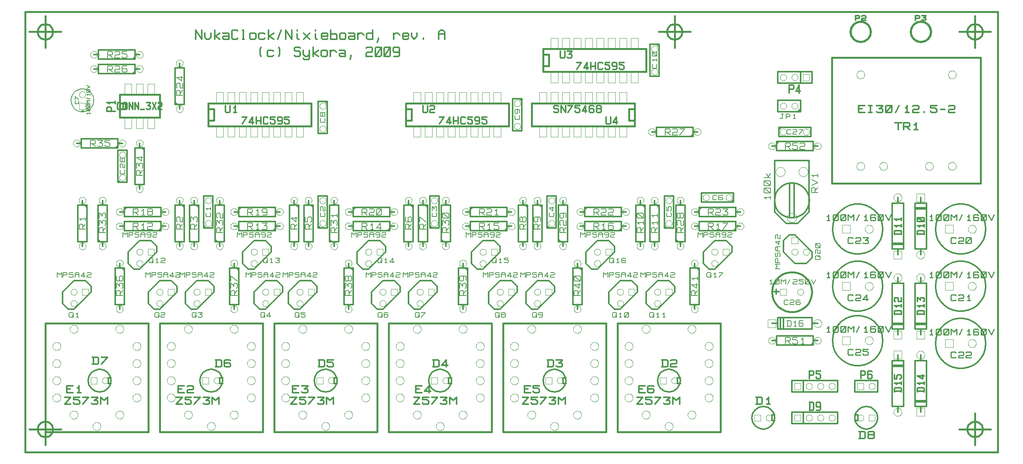
<source format=gbr>
G04 (Genere par PCBnew (20080825c)) le 18/8/2009-19:22:28*
G01*
G70*
G90*
%MOIN*%
G04 Gerber Fmt 3.4, Leading zero omitted, Abs format*
%FSLAX34Y34*%
G04 APERTURE LIST*
%ADD10C,0.015000*%
%ADD11C,0.012000*%
%ADD12C,0.070000*%
%ADD13R,0.062000X0.090000*%
%ADD14O,0.062000X0.090000*%
%ADD15C,0.055000*%
%ADD16R,0.070000X0.070000*%
%ADD17R,0.055000X0.055000*%
%ADD18C,0.060000*%
%ADD19C,0.160000*%
%ADD20C,0.080000*%
%ADD21C,0.045000*%
%ADD22C,0.017000*%
%ADD23C,0.005000*%
%ADD24C,0.001000*%
%ADD25C,0.008000*%
%ADD26C,0.010000*%
%ADD27C,0.090000*%
%ADD28R,0.082000X0.110000*%
%ADD29O,0.082000X0.110000*%
%ADD30C,0.075000*%
%ADD31R,0.090000X0.090000*%
%ADD32R,0.075000X0.075000*%
%ADD33C,0.180000*%
%ADD34C,0.100000*%
G04 APERTURE END LIST*
G54D10*
X96500Y-57250D02*
X96750Y-57250D01*
X89750Y-57250D02*
X96500Y-57250D01*
X71250Y-18750D02*
X96750Y-18750D01*
X11750Y-18750D02*
X12250Y-18750D01*
X11750Y-57250D02*
X11750Y-18750D01*
X12250Y-57250D02*
X11750Y-57250D01*
X96750Y-18750D02*
X96750Y-57250D01*
X69189Y-20500D02*
X69096Y-20844D01*
X69096Y-20844D02*
X68844Y-21096D01*
X68844Y-21096D02*
X68500Y-21189D01*
X68500Y-21189D02*
X68156Y-21096D01*
X68156Y-21096D02*
X67904Y-20844D01*
X67904Y-20844D02*
X67811Y-20500D01*
X67811Y-20500D02*
X67904Y-20156D01*
X67904Y-20156D02*
X68156Y-19904D01*
X68156Y-19904D02*
X68500Y-19811D01*
X68500Y-19811D02*
X68844Y-19904D01*
X68844Y-19904D02*
X69096Y-20156D01*
X69096Y-20156D02*
X69189Y-20500D01*
X67122Y-20500D02*
X69878Y-20500D01*
X68500Y-19122D02*
X68500Y-21878D01*
G54D11*
X32349Y-22650D02*
X32274Y-22473D01*
X32274Y-22473D02*
X32274Y-22028D01*
X32274Y-22028D02*
X32349Y-21850D01*
X33435Y-22562D02*
X33360Y-22650D01*
X33360Y-22650D02*
X32985Y-22650D01*
X32985Y-22650D02*
X32910Y-22562D01*
X32910Y-22562D02*
X32910Y-22206D01*
X32910Y-22206D02*
X32985Y-22117D01*
X32985Y-22117D02*
X33360Y-22117D01*
X33360Y-22117D02*
X33435Y-22206D01*
X33921Y-22650D02*
X33996Y-22473D01*
X33996Y-22473D02*
X33996Y-22028D01*
X33996Y-22028D02*
X33921Y-21850D01*
X35268Y-22562D02*
X35343Y-22650D01*
X35343Y-22650D02*
X35718Y-22650D01*
X35718Y-22650D02*
X35793Y-22562D01*
X35793Y-22562D02*
X35793Y-22295D01*
X35793Y-22295D02*
X35718Y-22206D01*
X35718Y-22206D02*
X35343Y-22206D01*
X35343Y-22206D02*
X35268Y-22117D01*
X35268Y-22117D02*
X35268Y-21939D01*
X35268Y-21939D02*
X35343Y-21850D01*
X35343Y-21850D02*
X35718Y-21850D01*
X35718Y-21850D02*
X35793Y-21939D01*
X36054Y-22117D02*
X36054Y-22473D01*
X36054Y-22473D02*
X36204Y-22650D01*
X36204Y-22650D02*
X36429Y-22650D01*
X36429Y-22650D02*
X36579Y-22473D01*
X36579Y-22117D02*
X36579Y-22827D01*
X36579Y-22827D02*
X36504Y-22916D01*
X36504Y-22916D02*
X36129Y-22916D01*
X36129Y-22916D02*
X36054Y-22827D01*
X36915Y-22650D02*
X36915Y-21850D01*
X36915Y-22384D02*
X36990Y-22384D01*
X36990Y-22384D02*
X37365Y-22117D01*
X36990Y-22384D02*
X37365Y-22650D01*
X37701Y-22650D02*
X37626Y-22562D01*
X37626Y-22562D02*
X37626Y-22206D01*
X37626Y-22206D02*
X37701Y-22117D01*
X37701Y-22117D02*
X38076Y-22117D01*
X38076Y-22117D02*
X38151Y-22206D01*
X38151Y-22206D02*
X38151Y-22562D01*
X38151Y-22562D02*
X38076Y-22650D01*
X38076Y-22650D02*
X37701Y-22650D01*
X38412Y-22650D02*
X38412Y-22117D01*
X38412Y-22295D02*
X38562Y-22117D01*
X38562Y-22117D02*
X38787Y-22117D01*
X38787Y-22117D02*
X38937Y-22295D01*
X39198Y-22117D02*
X39648Y-22117D01*
X39648Y-22117D02*
X39723Y-22206D01*
X39723Y-22206D02*
X39723Y-22650D01*
X39723Y-22650D02*
X39273Y-22650D01*
X39273Y-22650D02*
X39198Y-22562D01*
X39198Y-22562D02*
X39198Y-22473D01*
X39198Y-22473D02*
X39273Y-22384D01*
X39273Y-22384D02*
X39723Y-22384D01*
X40209Y-22562D02*
X40209Y-22650D01*
X40209Y-22650D02*
X40134Y-22916D01*
X42081Y-22650D02*
X41556Y-22650D01*
X41556Y-22650D02*
X41556Y-22384D01*
X41556Y-22384D02*
X41631Y-22295D01*
X41631Y-22295D02*
X42006Y-22295D01*
X42006Y-22295D02*
X42081Y-22206D01*
X42081Y-22206D02*
X42081Y-21939D01*
X42081Y-21939D02*
X42006Y-21850D01*
X42006Y-21850D02*
X41631Y-21850D01*
X41631Y-21850D02*
X41556Y-21939D01*
X42342Y-22650D02*
X42867Y-21850D01*
X42342Y-22562D02*
X42342Y-21939D01*
X42342Y-21939D02*
X42417Y-21850D01*
X42417Y-21850D02*
X42792Y-21850D01*
X42792Y-21850D02*
X42867Y-21939D01*
X42867Y-21939D02*
X42867Y-22562D01*
X42867Y-22562D02*
X42792Y-22650D01*
X42792Y-22650D02*
X42417Y-22650D01*
X42417Y-22650D02*
X42342Y-22562D01*
X43128Y-22650D02*
X43653Y-21850D01*
X43128Y-22562D02*
X43128Y-21939D01*
X43128Y-21939D02*
X43203Y-21850D01*
X43203Y-21850D02*
X43578Y-21850D01*
X43578Y-21850D02*
X43653Y-21939D01*
X43653Y-21939D02*
X43653Y-22562D01*
X43653Y-22562D02*
X43578Y-22650D01*
X43578Y-22650D02*
X43203Y-22650D01*
X43203Y-22650D02*
X43128Y-22562D01*
X43989Y-22650D02*
X44364Y-22650D01*
X44364Y-22650D02*
X44439Y-22562D01*
X44439Y-22562D02*
X44439Y-21939D01*
X44439Y-21939D02*
X44364Y-21850D01*
X44364Y-21850D02*
X43989Y-21850D01*
X43989Y-21850D02*
X43914Y-21939D01*
X43914Y-21939D02*
X43914Y-22206D01*
X43914Y-22206D02*
X43989Y-22295D01*
X43989Y-22295D02*
X44364Y-22295D01*
X44364Y-22295D02*
X44439Y-22206D01*
X26658Y-21150D02*
X26658Y-20350D01*
X26658Y-20350D02*
X27183Y-21150D01*
X27183Y-21150D02*
X27183Y-20350D01*
X27444Y-20617D02*
X27444Y-20973D01*
X27444Y-20973D02*
X27594Y-21150D01*
X27594Y-21150D02*
X27819Y-21150D01*
X27819Y-21150D02*
X27969Y-20973D01*
X27969Y-20973D02*
X27969Y-20617D01*
X28305Y-21150D02*
X28305Y-20350D01*
X28305Y-20884D02*
X28380Y-20884D01*
X28380Y-20884D02*
X28755Y-20617D01*
X28380Y-20884D02*
X28755Y-21150D01*
X29016Y-20617D02*
X29466Y-20617D01*
X29466Y-20617D02*
X29541Y-20706D01*
X29541Y-20706D02*
X29541Y-21150D01*
X29541Y-21150D02*
X29091Y-21150D01*
X29091Y-21150D02*
X29016Y-21062D01*
X29016Y-21062D02*
X29016Y-20973D01*
X29016Y-20973D02*
X29091Y-20884D01*
X29091Y-20884D02*
X29541Y-20884D01*
X30327Y-21062D02*
X30252Y-21150D01*
X30252Y-21150D02*
X29877Y-21150D01*
X29877Y-21150D02*
X29802Y-21062D01*
X29802Y-21062D02*
X29802Y-20439D01*
X29802Y-20439D02*
X29877Y-20350D01*
X29877Y-20350D02*
X30252Y-20350D01*
X30252Y-20350D02*
X30327Y-20439D01*
X30738Y-20350D02*
X30813Y-20350D01*
X30813Y-20350D02*
X30813Y-21150D01*
X30738Y-21150D02*
X30888Y-21150D01*
X31449Y-21150D02*
X31374Y-21062D01*
X31374Y-21062D02*
X31374Y-20706D01*
X31374Y-20706D02*
X31449Y-20617D01*
X31449Y-20617D02*
X31824Y-20617D01*
X31824Y-20617D02*
X31899Y-20706D01*
X31899Y-20706D02*
X31899Y-21062D01*
X31899Y-21062D02*
X31824Y-21150D01*
X31824Y-21150D02*
X31449Y-21150D01*
X32685Y-21062D02*
X32610Y-21150D01*
X32610Y-21150D02*
X32235Y-21150D01*
X32235Y-21150D02*
X32160Y-21062D01*
X32160Y-21062D02*
X32160Y-20706D01*
X32160Y-20706D02*
X32235Y-20617D01*
X32235Y-20617D02*
X32610Y-20617D01*
X32610Y-20617D02*
X32685Y-20706D01*
X33021Y-21150D02*
X33021Y-20350D01*
X33021Y-20884D02*
X33096Y-20884D01*
X33096Y-20884D02*
X33471Y-20617D01*
X33096Y-20884D02*
X33471Y-21150D01*
X33807Y-21150D02*
X34107Y-20350D01*
X34518Y-21150D02*
X34518Y-20350D01*
X34518Y-20350D02*
X35043Y-21150D01*
X35043Y-21150D02*
X35043Y-20350D01*
X35529Y-20350D02*
X35529Y-20439D01*
X35529Y-20706D02*
X35529Y-21062D01*
X35529Y-21062D02*
X35604Y-21150D01*
X35604Y-21150D02*
X35679Y-21150D01*
X36090Y-21150D02*
X36615Y-20617D01*
X36090Y-20617D02*
X36615Y-21150D01*
X37101Y-20350D02*
X37101Y-20439D01*
X37101Y-20706D02*
X37101Y-21062D01*
X37101Y-21062D02*
X37176Y-21150D01*
X37176Y-21150D02*
X37251Y-21150D01*
X37662Y-20884D02*
X38187Y-20884D01*
X38187Y-20884D02*
X38187Y-20706D01*
X38187Y-20706D02*
X38112Y-20617D01*
X38112Y-20617D02*
X37737Y-20617D01*
X37737Y-20617D02*
X37662Y-20706D01*
X37662Y-20706D02*
X37662Y-21062D01*
X37662Y-21062D02*
X37737Y-21150D01*
X37737Y-21150D02*
X38112Y-21150D01*
X38112Y-21150D02*
X38187Y-21062D01*
X38448Y-20350D02*
X38448Y-21150D01*
X38448Y-21150D02*
X38973Y-21150D01*
X38973Y-21150D02*
X38973Y-20795D01*
X38973Y-20795D02*
X38898Y-20706D01*
X38898Y-20706D02*
X38448Y-20706D01*
X39309Y-21150D02*
X39234Y-21062D01*
X39234Y-21062D02*
X39234Y-20706D01*
X39234Y-20706D02*
X39309Y-20617D01*
X39309Y-20617D02*
X39684Y-20617D01*
X39684Y-20617D02*
X39759Y-20706D01*
X39759Y-20706D02*
X39759Y-21062D01*
X39759Y-21062D02*
X39684Y-21150D01*
X39684Y-21150D02*
X39309Y-21150D01*
X40020Y-20617D02*
X40470Y-20617D01*
X40470Y-20617D02*
X40545Y-20706D01*
X40545Y-20706D02*
X40545Y-21150D01*
X40545Y-21150D02*
X40095Y-21150D01*
X40095Y-21150D02*
X40020Y-21062D01*
X40020Y-21062D02*
X40020Y-20973D01*
X40020Y-20973D02*
X40095Y-20884D01*
X40095Y-20884D02*
X40545Y-20884D01*
X40806Y-21150D02*
X40806Y-20617D01*
X40806Y-20795D02*
X40956Y-20617D01*
X40956Y-20617D02*
X41181Y-20617D01*
X41181Y-20617D02*
X41331Y-20795D01*
X42117Y-20350D02*
X42117Y-21150D01*
X42117Y-21150D02*
X41667Y-21150D01*
X41667Y-21150D02*
X41592Y-21062D01*
X41592Y-21062D02*
X41592Y-20706D01*
X41592Y-20706D02*
X41667Y-20617D01*
X41667Y-20617D02*
X42117Y-20617D01*
X42603Y-21062D02*
X42603Y-21150D01*
X42603Y-21150D02*
X42528Y-21416D01*
X43950Y-21150D02*
X43950Y-20617D01*
X43950Y-20795D02*
X44100Y-20617D01*
X44100Y-20617D02*
X44325Y-20617D01*
X44325Y-20617D02*
X44475Y-20795D01*
X44736Y-20884D02*
X45261Y-20884D01*
X45261Y-20884D02*
X45261Y-20706D01*
X45261Y-20706D02*
X45186Y-20617D01*
X45186Y-20617D02*
X44811Y-20617D01*
X44811Y-20617D02*
X44736Y-20706D01*
X44736Y-20706D02*
X44736Y-21062D01*
X44736Y-21062D02*
X44811Y-21150D01*
X44811Y-21150D02*
X45186Y-21150D01*
X45186Y-21150D02*
X45261Y-21062D01*
X45522Y-20617D02*
X45522Y-20884D01*
X45522Y-20884D02*
X45747Y-21150D01*
X45747Y-21150D02*
X45972Y-20884D01*
X45972Y-20884D02*
X45972Y-20617D01*
X46533Y-21150D02*
X46533Y-21062D01*
X47880Y-21150D02*
X47880Y-20528D01*
X47880Y-20528D02*
X48030Y-20350D01*
X48030Y-20350D02*
X48255Y-20350D01*
X48255Y-20350D02*
X48405Y-20528D01*
X48405Y-20528D02*
X48405Y-21150D01*
X47880Y-20706D02*
X48405Y-20706D01*
G54D10*
X14189Y-20500D02*
X14096Y-20844D01*
X14096Y-20844D02*
X13844Y-21096D01*
X13844Y-21096D02*
X13500Y-21189D01*
X13500Y-21189D02*
X13156Y-21096D01*
X13156Y-21096D02*
X12904Y-20844D01*
X12904Y-20844D02*
X12811Y-20500D01*
X12811Y-20500D02*
X12904Y-20156D01*
X12904Y-20156D02*
X13156Y-19904D01*
X13156Y-19904D02*
X13500Y-19811D01*
X13500Y-19811D02*
X13844Y-19904D01*
X13844Y-19904D02*
X14096Y-20156D01*
X14096Y-20156D02*
X14189Y-20500D01*
X12122Y-20500D02*
X14878Y-20500D01*
X13500Y-19122D02*
X13500Y-21878D01*
X14189Y-55250D02*
X14096Y-55594D01*
X14096Y-55594D02*
X13844Y-55846D01*
X13844Y-55846D02*
X13500Y-55939D01*
X13500Y-55939D02*
X13156Y-55846D01*
X13156Y-55846D02*
X12904Y-55594D01*
X12904Y-55594D02*
X12811Y-55250D01*
X12811Y-55250D02*
X12904Y-54906D01*
X12904Y-54906D02*
X13156Y-54654D01*
X13156Y-54654D02*
X13500Y-54561D01*
X13500Y-54561D02*
X13844Y-54654D01*
X13844Y-54654D02*
X14096Y-54906D01*
X14096Y-54906D02*
X14189Y-55250D01*
X12122Y-55250D02*
X14878Y-55250D01*
X13500Y-53872D02*
X13500Y-56628D01*
X95439Y-20500D02*
X95346Y-20844D01*
X95346Y-20844D02*
X95094Y-21096D01*
X95094Y-21096D02*
X94750Y-21189D01*
X94750Y-21189D02*
X94406Y-21096D01*
X94406Y-21096D02*
X94154Y-20844D01*
X94154Y-20844D02*
X94061Y-20500D01*
X94061Y-20500D02*
X94154Y-20156D01*
X94154Y-20156D02*
X94406Y-19904D01*
X94406Y-19904D02*
X94750Y-19811D01*
X94750Y-19811D02*
X95094Y-19904D01*
X95094Y-19904D02*
X95346Y-20156D01*
X95346Y-20156D02*
X95439Y-20500D01*
X93372Y-20500D02*
X96128Y-20500D01*
X94750Y-19122D02*
X94750Y-21878D01*
X95439Y-55250D02*
X95346Y-55594D01*
X95346Y-55594D02*
X95094Y-55846D01*
X95094Y-55846D02*
X94750Y-55939D01*
X94750Y-55939D02*
X94406Y-55846D01*
X94406Y-55846D02*
X94154Y-55594D01*
X94154Y-55594D02*
X94061Y-55250D01*
X94061Y-55250D02*
X94154Y-54906D01*
X94154Y-54906D02*
X94406Y-54654D01*
X94406Y-54654D02*
X94750Y-54561D01*
X94750Y-54561D02*
X95094Y-54654D01*
X95094Y-54654D02*
X95346Y-54906D01*
X95346Y-54906D02*
X95439Y-55250D01*
X93372Y-55250D02*
X96128Y-55250D01*
X94750Y-53872D02*
X94750Y-56628D01*
X37750Y-57250D02*
X12250Y-57250D01*
X63250Y-57250D02*
X37750Y-57250D01*
X69000Y-57250D02*
X63250Y-57250D01*
X77750Y-57250D02*
X69000Y-57250D01*
X89750Y-57250D02*
X77750Y-57250D01*
X36000Y-18750D02*
X12250Y-18750D01*
X71250Y-18750D02*
X36000Y-18750D01*
X72500Y-55500D02*
X72500Y-55000D01*
X63500Y-55500D02*
X63500Y-55000D01*
X72500Y-55000D02*
X72500Y-46000D01*
X72500Y-46000D02*
X63500Y-46000D01*
X63500Y-46000D02*
X63500Y-55000D01*
X63500Y-55500D02*
X72500Y-55500D01*
X62500Y-55500D02*
X62500Y-55000D01*
X53500Y-55500D02*
X53500Y-55000D01*
X62500Y-55000D02*
X62500Y-46000D01*
X62500Y-46000D02*
X53500Y-46000D01*
X53500Y-46000D02*
X53500Y-55000D01*
X53500Y-55500D02*
X62500Y-55500D01*
X52500Y-55500D02*
X52500Y-55000D01*
X43500Y-55500D02*
X43500Y-55000D01*
X52500Y-55000D02*
X52500Y-46000D01*
X52500Y-46000D02*
X43500Y-46000D01*
X43500Y-46000D02*
X43500Y-55000D01*
X43500Y-55500D02*
X52500Y-55500D01*
X42500Y-55500D02*
X42500Y-55000D01*
X33500Y-55500D02*
X33500Y-55000D01*
X42500Y-55000D02*
X42500Y-46000D01*
X42500Y-46000D02*
X33500Y-46000D01*
X33500Y-46000D02*
X33500Y-55000D01*
X33500Y-55500D02*
X42500Y-55500D01*
X32500Y-55500D02*
X32500Y-55000D01*
X23500Y-55500D02*
X23500Y-55000D01*
X32500Y-55000D02*
X32500Y-46000D01*
X32500Y-46000D02*
X23500Y-46000D01*
X23500Y-46000D02*
X23500Y-55000D01*
X23500Y-55500D02*
X32500Y-55500D01*
X22500Y-55500D02*
X22500Y-55000D01*
X13500Y-55500D02*
X13500Y-55000D01*
X22500Y-55000D02*
X22500Y-46000D01*
X22500Y-46000D02*
X13500Y-46000D01*
X13500Y-46000D02*
X13500Y-55000D01*
X13500Y-55500D02*
X22500Y-55500D01*
X27750Y-27250D02*
X27750Y-27250D01*
X27750Y-27250D02*
X28250Y-27250D01*
X28250Y-27250D02*
X28250Y-28250D01*
X28250Y-28250D02*
X27750Y-28250D01*
X27750Y-26750D02*
X36750Y-26750D01*
X36750Y-26750D02*
X36750Y-28750D01*
X36750Y-28750D02*
X27750Y-28750D01*
X27750Y-28750D02*
X27750Y-26750D01*
X45000Y-27250D02*
X45000Y-27250D01*
X45000Y-27250D02*
X45500Y-27250D01*
X45500Y-27250D02*
X45500Y-28250D01*
X45500Y-28250D02*
X45000Y-28250D01*
X45000Y-26750D02*
X54000Y-26750D01*
X54000Y-26750D02*
X54000Y-28750D01*
X54000Y-28750D02*
X45000Y-28750D01*
X45000Y-28750D02*
X45000Y-26750D01*
X57000Y-22500D02*
X57000Y-22500D01*
X57000Y-22500D02*
X57500Y-22500D01*
X57500Y-22500D02*
X57500Y-23500D01*
X57500Y-23500D02*
X57000Y-23500D01*
X57000Y-22000D02*
X66000Y-22000D01*
X66000Y-22000D02*
X66000Y-24000D01*
X66000Y-24000D02*
X57000Y-24000D01*
X57000Y-24000D02*
X57000Y-22000D01*
X65000Y-28250D02*
X65000Y-28250D01*
X65000Y-28250D02*
X64500Y-28250D01*
X64500Y-28250D02*
X64500Y-27250D01*
X64500Y-27250D02*
X65000Y-27250D01*
X65000Y-28750D02*
X56000Y-28750D01*
X56000Y-28750D02*
X56000Y-26750D01*
X56000Y-26750D02*
X65000Y-26750D01*
X65000Y-26750D02*
X65000Y-28750D01*
G54D11*
X27350Y-37650D02*
X27350Y-34850D01*
X27350Y-34850D02*
X28150Y-34850D01*
X28150Y-34850D02*
X28150Y-37650D01*
X28150Y-37650D02*
X27350Y-37650D01*
X27550Y-37650D02*
X27350Y-37450D01*
X37350Y-37650D02*
X37350Y-34850D01*
X37350Y-34850D02*
X38150Y-34850D01*
X38150Y-34850D02*
X38150Y-37650D01*
X38150Y-37650D02*
X37350Y-37650D01*
X37550Y-37650D02*
X37350Y-37450D01*
X47100Y-37650D02*
X47100Y-34850D01*
X47100Y-34850D02*
X47900Y-34850D01*
X47900Y-34850D02*
X47900Y-37650D01*
X47900Y-37650D02*
X47100Y-37650D01*
X47300Y-37650D02*
X47100Y-37450D01*
X57350Y-37650D02*
X57350Y-34850D01*
X57350Y-34850D02*
X58150Y-34850D01*
X58150Y-34850D02*
X58150Y-37650D01*
X58150Y-37650D02*
X57350Y-37650D01*
X57550Y-37650D02*
X57350Y-37450D01*
X67600Y-37650D02*
X67600Y-34850D01*
X67600Y-34850D02*
X68400Y-34850D01*
X68400Y-34850D02*
X68400Y-37650D01*
X68400Y-37650D02*
X67600Y-37650D01*
X67800Y-37650D02*
X67600Y-37450D01*
X73650Y-35400D02*
X70850Y-35400D01*
X70850Y-35400D02*
X70850Y-34600D01*
X70850Y-34600D02*
X73650Y-34600D01*
X73650Y-34600D02*
X73650Y-35400D01*
X73650Y-35200D02*
X73450Y-35400D01*
X38150Y-26600D02*
X38150Y-29400D01*
X38150Y-29400D02*
X37350Y-29400D01*
X37350Y-29400D02*
X37350Y-26600D01*
X37350Y-26600D02*
X38150Y-26600D01*
X37950Y-26600D02*
X38150Y-26800D01*
X55150Y-26350D02*
X55150Y-29150D01*
X55150Y-29150D02*
X54350Y-29150D01*
X54350Y-29150D02*
X54350Y-26350D01*
X54350Y-26350D02*
X55150Y-26350D01*
X54950Y-26350D02*
X55150Y-26550D01*
X67150Y-21600D02*
X67150Y-24400D01*
X67150Y-24400D02*
X66350Y-24400D01*
X66350Y-24400D02*
X66350Y-21600D01*
X66350Y-21600D02*
X67150Y-21600D01*
X66950Y-21600D02*
X67150Y-21800D01*
X77600Y-28850D02*
X80400Y-28850D01*
X80400Y-28850D02*
X80400Y-29650D01*
X80400Y-29650D02*
X77600Y-29650D01*
X77600Y-29650D02*
X77600Y-28850D01*
X77600Y-29050D02*
X77800Y-28850D01*
X19850Y-33650D02*
X19850Y-30850D01*
X19850Y-30850D02*
X20650Y-30850D01*
X20650Y-30850D02*
X20650Y-33650D01*
X20650Y-33650D02*
X19850Y-33650D01*
X20050Y-33650D02*
X19850Y-33450D01*
X80500Y-46500D02*
X77500Y-46500D01*
X77500Y-46500D02*
X77500Y-45500D01*
X77500Y-45500D02*
X80500Y-45500D01*
X80500Y-45500D02*
X80500Y-46500D01*
X77750Y-46500D02*
X77750Y-45500D01*
X78000Y-45500D02*
X78000Y-46500D01*
X80500Y-46000D02*
X81000Y-46000D01*
X77500Y-46000D02*
X77000Y-46000D01*
X90000Y-35000D02*
X90000Y-35500D01*
X90000Y-35500D02*
X89500Y-35500D01*
X89500Y-35500D02*
X89500Y-39500D01*
X89500Y-39500D02*
X90000Y-39500D01*
X90000Y-39500D02*
X90000Y-40000D01*
X90000Y-39500D02*
X90500Y-39500D01*
X90500Y-39500D02*
X90500Y-35500D01*
X90500Y-35500D02*
X90000Y-35500D01*
X89500Y-36000D02*
X90500Y-36000D01*
X89500Y-35900D02*
X90500Y-35900D01*
X88000Y-47000D02*
X88000Y-46500D01*
X88000Y-46500D02*
X88500Y-46500D01*
X88500Y-46500D02*
X88500Y-42500D01*
X88500Y-42500D02*
X88000Y-42500D01*
X88000Y-42500D02*
X88000Y-42000D01*
X88000Y-42500D02*
X87500Y-42500D01*
X87500Y-42500D02*
X87500Y-46500D01*
X87500Y-46500D02*
X88000Y-46500D01*
X88500Y-46000D02*
X87500Y-46000D01*
X88500Y-46100D02*
X87500Y-46100D01*
X90000Y-53750D02*
X90000Y-53250D01*
X90000Y-53250D02*
X90500Y-53250D01*
X90500Y-53250D02*
X90500Y-49250D01*
X90500Y-49250D02*
X90000Y-49250D01*
X90000Y-49250D02*
X90000Y-48750D01*
X90000Y-49250D02*
X89500Y-49250D01*
X89500Y-49250D02*
X89500Y-53250D01*
X89500Y-53250D02*
X90000Y-53250D01*
X90500Y-52750D02*
X89500Y-52750D01*
X90500Y-52850D02*
X89500Y-52850D01*
X88000Y-40000D02*
X88000Y-39500D01*
X88000Y-39500D02*
X88500Y-39500D01*
X88500Y-39500D02*
X88500Y-35500D01*
X88500Y-35500D02*
X88000Y-35500D01*
X88000Y-35500D02*
X88000Y-35000D01*
X88000Y-35500D02*
X87500Y-35500D01*
X87500Y-35500D02*
X87500Y-39500D01*
X87500Y-39500D02*
X88000Y-39500D01*
X88500Y-39000D02*
X87500Y-39000D01*
X88500Y-39100D02*
X87500Y-39100D01*
X90000Y-47000D02*
X90000Y-46500D01*
X90000Y-46500D02*
X90500Y-46500D01*
X90500Y-46500D02*
X90500Y-42500D01*
X90500Y-42500D02*
X90000Y-42500D01*
X90000Y-42500D02*
X90000Y-42000D01*
X90000Y-42500D02*
X89500Y-42500D01*
X89500Y-42500D02*
X89500Y-46500D01*
X89500Y-46500D02*
X90000Y-46500D01*
X90500Y-46000D02*
X89500Y-46000D01*
X90500Y-46100D02*
X89500Y-46100D01*
X88000Y-48750D02*
X88000Y-49250D01*
X88000Y-49250D02*
X87500Y-49250D01*
X87500Y-49250D02*
X87500Y-53250D01*
X87500Y-53250D02*
X88000Y-53250D01*
X88000Y-53250D02*
X88000Y-53750D01*
X88000Y-53250D02*
X88500Y-53250D01*
X88500Y-53250D02*
X88500Y-49250D01*
X88500Y-49250D02*
X88000Y-49250D01*
X87500Y-49750D02*
X88500Y-49750D01*
X87500Y-49650D02*
X88500Y-49650D01*
X77250Y-54250D02*
X77173Y-54632D01*
X77173Y-54632D02*
X76957Y-54957D01*
X76957Y-54957D02*
X76632Y-55173D01*
X76632Y-55173D02*
X76250Y-55250D01*
X76250Y-55250D02*
X75868Y-55173D01*
X75868Y-55173D02*
X75543Y-54957D01*
X75543Y-54957D02*
X75327Y-54632D01*
X75327Y-54632D02*
X75250Y-54250D01*
X75250Y-54250D02*
X75327Y-53868D01*
X75327Y-53868D02*
X75543Y-53543D01*
X75543Y-53543D02*
X75868Y-53327D01*
X75868Y-53327D02*
X76250Y-53250D01*
X76250Y-53250D02*
X76632Y-53327D01*
X76632Y-53327D02*
X76957Y-53543D01*
X76957Y-53543D02*
X77173Y-53868D01*
X77173Y-53868D02*
X77250Y-54250D01*
X77250Y-54000D02*
X77000Y-54000D01*
X77000Y-54000D02*
X77000Y-54500D01*
X77000Y-54500D02*
X77250Y-54500D01*
X69000Y-51000D02*
X68923Y-51382D01*
X68923Y-51382D02*
X68707Y-51707D01*
X68707Y-51707D02*
X68382Y-51923D01*
X68382Y-51923D02*
X68000Y-52000D01*
X68000Y-52000D02*
X67618Y-51923D01*
X67618Y-51923D02*
X67293Y-51707D01*
X67293Y-51707D02*
X67077Y-51382D01*
X67077Y-51382D02*
X67000Y-51000D01*
X67000Y-51000D02*
X67077Y-50618D01*
X67077Y-50618D02*
X67293Y-50293D01*
X67293Y-50293D02*
X67618Y-50077D01*
X67618Y-50077D02*
X68000Y-50000D01*
X68000Y-50000D02*
X68382Y-50077D01*
X68382Y-50077D02*
X68707Y-50293D01*
X68707Y-50293D02*
X68923Y-50618D01*
X68923Y-50618D02*
X69000Y-51000D01*
X69000Y-50750D02*
X68750Y-50750D01*
X68750Y-50750D02*
X68750Y-51250D01*
X68750Y-51250D02*
X69000Y-51250D01*
X59000Y-51000D02*
X58923Y-51382D01*
X58923Y-51382D02*
X58707Y-51707D01*
X58707Y-51707D02*
X58382Y-51923D01*
X58382Y-51923D02*
X58000Y-52000D01*
X58000Y-52000D02*
X57618Y-51923D01*
X57618Y-51923D02*
X57293Y-51707D01*
X57293Y-51707D02*
X57077Y-51382D01*
X57077Y-51382D02*
X57000Y-51000D01*
X57000Y-51000D02*
X57077Y-50618D01*
X57077Y-50618D02*
X57293Y-50293D01*
X57293Y-50293D02*
X57618Y-50077D01*
X57618Y-50077D02*
X58000Y-50000D01*
X58000Y-50000D02*
X58382Y-50077D01*
X58382Y-50077D02*
X58707Y-50293D01*
X58707Y-50293D02*
X58923Y-50618D01*
X58923Y-50618D02*
X59000Y-51000D01*
X59000Y-50750D02*
X58750Y-50750D01*
X58750Y-50750D02*
X58750Y-51250D01*
X58750Y-51250D02*
X59000Y-51250D01*
X49000Y-51000D02*
X48923Y-51382D01*
X48923Y-51382D02*
X48707Y-51707D01*
X48707Y-51707D02*
X48382Y-51923D01*
X48382Y-51923D02*
X48000Y-52000D01*
X48000Y-52000D02*
X47618Y-51923D01*
X47618Y-51923D02*
X47293Y-51707D01*
X47293Y-51707D02*
X47077Y-51382D01*
X47077Y-51382D02*
X47000Y-51000D01*
X47000Y-51000D02*
X47077Y-50618D01*
X47077Y-50618D02*
X47293Y-50293D01*
X47293Y-50293D02*
X47618Y-50077D01*
X47618Y-50077D02*
X48000Y-50000D01*
X48000Y-50000D02*
X48382Y-50077D01*
X48382Y-50077D02*
X48707Y-50293D01*
X48707Y-50293D02*
X48923Y-50618D01*
X48923Y-50618D02*
X49000Y-51000D01*
X49000Y-50750D02*
X48750Y-50750D01*
X48750Y-50750D02*
X48750Y-51250D01*
X48750Y-51250D02*
X49000Y-51250D01*
X39000Y-51000D02*
X38923Y-51382D01*
X38923Y-51382D02*
X38707Y-51707D01*
X38707Y-51707D02*
X38382Y-51923D01*
X38382Y-51923D02*
X38000Y-52000D01*
X38000Y-52000D02*
X37618Y-51923D01*
X37618Y-51923D02*
X37293Y-51707D01*
X37293Y-51707D02*
X37077Y-51382D01*
X37077Y-51382D02*
X37000Y-51000D01*
X37000Y-51000D02*
X37077Y-50618D01*
X37077Y-50618D02*
X37293Y-50293D01*
X37293Y-50293D02*
X37618Y-50077D01*
X37618Y-50077D02*
X38000Y-50000D01*
X38000Y-50000D02*
X38382Y-50077D01*
X38382Y-50077D02*
X38707Y-50293D01*
X38707Y-50293D02*
X38923Y-50618D01*
X38923Y-50618D02*
X39000Y-51000D01*
X39000Y-50750D02*
X38750Y-50750D01*
X38750Y-50750D02*
X38750Y-51250D01*
X38750Y-51250D02*
X39000Y-51250D01*
X29000Y-51000D02*
X28923Y-51382D01*
X28923Y-51382D02*
X28707Y-51707D01*
X28707Y-51707D02*
X28382Y-51923D01*
X28382Y-51923D02*
X28000Y-52000D01*
X28000Y-52000D02*
X27618Y-51923D01*
X27618Y-51923D02*
X27293Y-51707D01*
X27293Y-51707D02*
X27077Y-51382D01*
X27077Y-51382D02*
X27000Y-51000D01*
X27000Y-51000D02*
X27077Y-50618D01*
X27077Y-50618D02*
X27293Y-50293D01*
X27293Y-50293D02*
X27618Y-50077D01*
X27618Y-50077D02*
X28000Y-50000D01*
X28000Y-50000D02*
X28382Y-50077D01*
X28382Y-50077D02*
X28707Y-50293D01*
X28707Y-50293D02*
X28923Y-50618D01*
X28923Y-50618D02*
X29000Y-51000D01*
X29000Y-50750D02*
X28750Y-50750D01*
X28750Y-50750D02*
X28750Y-51250D01*
X28750Y-51250D02*
X29000Y-51250D01*
X19250Y-51000D02*
X19173Y-51382D01*
X19173Y-51382D02*
X18957Y-51707D01*
X18957Y-51707D02*
X18632Y-51923D01*
X18632Y-51923D02*
X18250Y-52000D01*
X18250Y-52000D02*
X17868Y-51923D01*
X17868Y-51923D02*
X17543Y-51707D01*
X17543Y-51707D02*
X17327Y-51382D01*
X17327Y-51382D02*
X17250Y-51000D01*
X17250Y-51000D02*
X17327Y-50618D01*
X17327Y-50618D02*
X17543Y-50293D01*
X17543Y-50293D02*
X17868Y-50077D01*
X17868Y-50077D02*
X18250Y-50000D01*
X18250Y-50000D02*
X18632Y-50077D01*
X18632Y-50077D02*
X18957Y-50293D01*
X18957Y-50293D02*
X19173Y-50618D01*
X19173Y-50618D02*
X19250Y-51000D01*
X19250Y-50750D02*
X19000Y-50750D01*
X19000Y-50750D02*
X19000Y-51250D01*
X19000Y-51250D02*
X19250Y-51250D01*
X86250Y-54250D02*
X86173Y-54632D01*
X86173Y-54632D02*
X85957Y-54957D01*
X85957Y-54957D02*
X85632Y-55173D01*
X85632Y-55173D02*
X85250Y-55250D01*
X85250Y-55250D02*
X84868Y-55173D01*
X84868Y-55173D02*
X84543Y-54957D01*
X84543Y-54957D02*
X84327Y-54632D01*
X84327Y-54632D02*
X84250Y-54250D01*
X84250Y-54250D02*
X84327Y-53868D01*
X84327Y-53868D02*
X84543Y-53543D01*
X84543Y-53543D02*
X84868Y-53327D01*
X84868Y-53327D02*
X85250Y-53250D01*
X85250Y-53250D02*
X85632Y-53327D01*
X85632Y-53327D02*
X85957Y-53543D01*
X85957Y-53543D02*
X86173Y-53868D01*
X86173Y-53868D02*
X86250Y-54250D01*
X84250Y-54500D02*
X84500Y-54500D01*
X84500Y-54500D02*
X84500Y-54000D01*
X84500Y-54000D02*
X84250Y-54000D01*
X16750Y-35250D02*
X16750Y-35650D01*
X16750Y-35650D02*
X17150Y-35650D01*
X17150Y-35650D02*
X17150Y-38850D01*
X17150Y-38850D02*
X16350Y-38850D01*
X16350Y-38850D02*
X16350Y-35650D01*
X16350Y-35650D02*
X16750Y-35650D01*
X16950Y-35650D02*
X17150Y-35850D01*
X16750Y-39250D02*
X16750Y-38850D01*
X25250Y-35250D02*
X25250Y-35650D01*
X25250Y-35650D02*
X25650Y-35650D01*
X25650Y-35650D02*
X25650Y-38850D01*
X25650Y-38850D02*
X24850Y-38850D01*
X24850Y-38850D02*
X24850Y-35650D01*
X24850Y-35650D02*
X25250Y-35650D01*
X25450Y-35650D02*
X25650Y-35850D01*
X25250Y-39250D02*
X25250Y-38850D01*
X26500Y-35250D02*
X26500Y-35650D01*
X26500Y-35650D02*
X26900Y-35650D01*
X26900Y-35650D02*
X26900Y-38850D01*
X26900Y-38850D02*
X26100Y-38850D01*
X26100Y-38850D02*
X26100Y-35650D01*
X26100Y-35650D02*
X26500Y-35650D01*
X26700Y-35650D02*
X26900Y-35850D01*
X26500Y-39250D02*
X26500Y-38850D01*
X35250Y-35250D02*
X35250Y-35650D01*
X35250Y-35650D02*
X35650Y-35650D01*
X35650Y-35650D02*
X35650Y-38850D01*
X35650Y-38850D02*
X34850Y-38850D01*
X34850Y-38850D02*
X34850Y-35650D01*
X34850Y-35650D02*
X35250Y-35650D01*
X35450Y-35650D02*
X35650Y-35850D01*
X35250Y-39250D02*
X35250Y-38850D01*
X36500Y-35250D02*
X36500Y-35650D01*
X36500Y-35650D02*
X36900Y-35650D01*
X36900Y-35650D02*
X36900Y-38850D01*
X36900Y-38850D02*
X36100Y-38850D01*
X36100Y-38850D02*
X36100Y-35650D01*
X36100Y-35650D02*
X36500Y-35650D01*
X36700Y-35650D02*
X36900Y-35850D01*
X36500Y-39250D02*
X36500Y-38850D01*
X45250Y-35250D02*
X45250Y-35650D01*
X45250Y-35650D02*
X45650Y-35650D01*
X45650Y-35650D02*
X45650Y-38850D01*
X45650Y-38850D02*
X44850Y-38850D01*
X44850Y-38850D02*
X44850Y-35650D01*
X44850Y-35650D02*
X45250Y-35650D01*
X45450Y-35650D02*
X45650Y-35850D01*
X45250Y-39250D02*
X45250Y-38850D01*
X46500Y-35250D02*
X46500Y-35650D01*
X46500Y-35650D02*
X46900Y-35650D01*
X46900Y-35650D02*
X46900Y-38850D01*
X46900Y-38850D02*
X46100Y-38850D01*
X46100Y-38850D02*
X46100Y-35650D01*
X46100Y-35650D02*
X46500Y-35650D01*
X46700Y-35650D02*
X46900Y-35850D01*
X46500Y-39250D02*
X46500Y-38850D01*
X55250Y-35250D02*
X55250Y-35650D01*
X55250Y-35650D02*
X55650Y-35650D01*
X55650Y-35650D02*
X55650Y-38850D01*
X55650Y-38850D02*
X54850Y-38850D01*
X54850Y-38850D02*
X54850Y-35650D01*
X54850Y-35650D02*
X55250Y-35650D01*
X55450Y-35650D02*
X55650Y-35850D01*
X55250Y-39250D02*
X55250Y-38850D01*
X56500Y-35250D02*
X56500Y-35650D01*
X56500Y-35650D02*
X56900Y-35650D01*
X56900Y-35650D02*
X56900Y-38850D01*
X56900Y-38850D02*
X56100Y-38850D01*
X56100Y-38850D02*
X56100Y-35650D01*
X56100Y-35650D02*
X56500Y-35650D01*
X56700Y-35650D02*
X56900Y-35850D01*
X56500Y-39250D02*
X56500Y-38850D01*
X65500Y-35250D02*
X65500Y-35650D01*
X65500Y-35650D02*
X65900Y-35650D01*
X65900Y-35650D02*
X65900Y-38850D01*
X65900Y-38850D02*
X65100Y-38850D01*
X65100Y-38850D02*
X65100Y-35650D01*
X65100Y-35650D02*
X65500Y-35650D01*
X65700Y-35650D02*
X65900Y-35850D01*
X65500Y-39250D02*
X65500Y-38850D01*
X66750Y-35250D02*
X66750Y-35650D01*
X66750Y-35650D02*
X67150Y-35650D01*
X67150Y-35650D02*
X67150Y-38850D01*
X67150Y-38850D02*
X66350Y-38850D01*
X66350Y-38850D02*
X66350Y-35650D01*
X66350Y-35650D02*
X66750Y-35650D01*
X66950Y-35650D02*
X67150Y-35850D01*
X66750Y-39250D02*
X66750Y-38850D01*
X20000Y-36250D02*
X20400Y-36250D01*
X20400Y-36250D02*
X20400Y-35850D01*
X20400Y-35850D02*
X23600Y-35850D01*
X23600Y-35850D02*
X23600Y-36650D01*
X23600Y-36650D02*
X20400Y-36650D01*
X20400Y-36650D02*
X20400Y-36250D01*
X20400Y-36050D02*
X20600Y-35850D01*
X24000Y-36250D02*
X23600Y-36250D01*
X24000Y-37500D02*
X23600Y-37500D01*
X23600Y-37500D02*
X23600Y-37900D01*
X23600Y-37900D02*
X20400Y-37900D01*
X20400Y-37900D02*
X20400Y-37100D01*
X20400Y-37100D02*
X23600Y-37100D01*
X23600Y-37100D02*
X23600Y-37500D01*
X23600Y-37700D02*
X23400Y-37900D01*
X20000Y-37500D02*
X20400Y-37500D01*
X30000Y-36250D02*
X30400Y-36250D01*
X30400Y-36250D02*
X30400Y-35850D01*
X30400Y-35850D02*
X33600Y-35850D01*
X33600Y-35850D02*
X33600Y-36650D01*
X33600Y-36650D02*
X30400Y-36650D01*
X30400Y-36650D02*
X30400Y-36250D01*
X30400Y-36050D02*
X30600Y-35850D01*
X34000Y-36250D02*
X33600Y-36250D01*
X34000Y-37500D02*
X33600Y-37500D01*
X33600Y-37500D02*
X33600Y-37900D01*
X33600Y-37900D02*
X30400Y-37900D01*
X30400Y-37900D02*
X30400Y-37100D01*
X30400Y-37100D02*
X33600Y-37100D01*
X33600Y-37100D02*
X33600Y-37500D01*
X33600Y-37700D02*
X33400Y-37900D01*
X30000Y-37500D02*
X30400Y-37500D01*
X40000Y-36250D02*
X40400Y-36250D01*
X40400Y-36250D02*
X40400Y-35850D01*
X40400Y-35850D02*
X43600Y-35850D01*
X43600Y-35850D02*
X43600Y-36650D01*
X43600Y-36650D02*
X40400Y-36650D01*
X40400Y-36650D02*
X40400Y-36250D01*
X40400Y-36050D02*
X40600Y-35850D01*
X44000Y-36250D02*
X43600Y-36250D01*
X44000Y-37500D02*
X43600Y-37500D01*
X43600Y-37500D02*
X43600Y-37900D01*
X43600Y-37900D02*
X40400Y-37900D01*
X40400Y-37900D02*
X40400Y-37100D01*
X40400Y-37100D02*
X43600Y-37100D01*
X43600Y-37100D02*
X43600Y-37500D01*
X43600Y-37700D02*
X43400Y-37900D01*
X40000Y-37500D02*
X40400Y-37500D01*
X50250Y-36250D02*
X50650Y-36250D01*
X50650Y-36250D02*
X50650Y-35850D01*
X50650Y-35850D02*
X53850Y-35850D01*
X53850Y-35850D02*
X53850Y-36650D01*
X53850Y-36650D02*
X50650Y-36650D01*
X50650Y-36650D02*
X50650Y-36250D01*
X50650Y-36050D02*
X50850Y-35850D01*
X54250Y-36250D02*
X53850Y-36250D01*
X54250Y-37500D02*
X53850Y-37500D01*
X53850Y-37500D02*
X53850Y-37900D01*
X53850Y-37900D02*
X50650Y-37900D01*
X50650Y-37900D02*
X50650Y-37100D01*
X50650Y-37100D02*
X53850Y-37100D01*
X53850Y-37100D02*
X53850Y-37500D01*
X53850Y-37700D02*
X53650Y-37900D01*
X50250Y-37500D02*
X50650Y-37500D01*
X60250Y-36250D02*
X60650Y-36250D01*
X60650Y-36250D02*
X60650Y-35850D01*
X60650Y-35850D02*
X63850Y-35850D01*
X63850Y-35850D02*
X63850Y-36650D01*
X63850Y-36650D02*
X60650Y-36650D01*
X60650Y-36650D02*
X60650Y-36250D01*
X60650Y-36050D02*
X60850Y-35850D01*
X64250Y-36250D02*
X63850Y-36250D01*
X64250Y-37500D02*
X63850Y-37500D01*
X63850Y-37500D02*
X63850Y-37900D01*
X63850Y-37900D02*
X60650Y-37900D01*
X60650Y-37900D02*
X60650Y-37100D01*
X60650Y-37100D02*
X63850Y-37100D01*
X63850Y-37100D02*
X63850Y-37500D01*
X63850Y-37700D02*
X63650Y-37900D01*
X60250Y-37500D02*
X60650Y-37500D01*
X70250Y-36250D02*
X70650Y-36250D01*
X70650Y-36250D02*
X70650Y-35850D01*
X70650Y-35850D02*
X73850Y-35850D01*
X73850Y-35850D02*
X73850Y-36650D01*
X73850Y-36650D02*
X70650Y-36650D01*
X70650Y-36650D02*
X70650Y-36250D01*
X70650Y-36050D02*
X70850Y-35850D01*
X74250Y-36250D02*
X73850Y-36250D01*
X74250Y-37500D02*
X73850Y-37500D01*
X73850Y-37500D02*
X73850Y-37900D01*
X73850Y-37900D02*
X70650Y-37900D01*
X70650Y-37900D02*
X70650Y-37100D01*
X70650Y-37100D02*
X73850Y-37100D01*
X73850Y-37100D02*
X73850Y-37500D01*
X73850Y-37700D02*
X73650Y-37900D01*
X70250Y-37500D02*
X70650Y-37500D01*
X21750Y-23750D02*
X21350Y-23750D01*
X21350Y-23750D02*
X21350Y-24150D01*
X21350Y-24150D02*
X18150Y-24150D01*
X18150Y-24150D02*
X18150Y-23350D01*
X18150Y-23350D02*
X21350Y-23350D01*
X21350Y-23350D02*
X21350Y-23750D01*
X21350Y-23950D02*
X21150Y-24150D01*
X17750Y-23750D02*
X18150Y-23750D01*
X21750Y-22500D02*
X21350Y-22500D01*
X21350Y-22500D02*
X21350Y-22900D01*
X21350Y-22900D02*
X18150Y-22900D01*
X18150Y-22900D02*
X18150Y-22100D01*
X18150Y-22100D02*
X21350Y-22100D01*
X21350Y-22100D02*
X21350Y-22500D01*
X21350Y-22700D02*
X21150Y-22900D01*
X17750Y-22500D02*
X18150Y-22500D01*
X25250Y-27250D02*
X25250Y-26850D01*
X25250Y-26850D02*
X24850Y-26850D01*
X24850Y-26850D02*
X24850Y-23650D01*
X24850Y-23650D02*
X25650Y-23650D01*
X25650Y-23650D02*
X25650Y-26850D01*
X25650Y-26850D02*
X25250Y-26850D01*
X25050Y-26850D02*
X24850Y-26650D01*
X25250Y-23250D02*
X25250Y-23650D01*
X70500Y-29250D02*
X70100Y-29250D01*
X70100Y-29250D02*
X70100Y-29650D01*
X70100Y-29650D02*
X66900Y-29650D01*
X66900Y-29650D02*
X66900Y-28850D01*
X66900Y-28850D02*
X70100Y-28850D01*
X70100Y-28850D02*
X70100Y-29250D01*
X70100Y-29450D02*
X69900Y-29650D01*
X66500Y-29250D02*
X66900Y-29250D01*
X69000Y-39250D02*
X69000Y-38850D01*
X69000Y-38850D02*
X68600Y-38850D01*
X68600Y-38850D02*
X68600Y-35650D01*
X68600Y-35650D02*
X69400Y-35650D01*
X69400Y-35650D02*
X69400Y-38850D01*
X69400Y-38850D02*
X69000Y-38850D01*
X68800Y-38850D02*
X68600Y-38650D01*
X69000Y-35250D02*
X69000Y-35650D01*
X58750Y-39250D02*
X58750Y-38850D01*
X58750Y-38850D02*
X58350Y-38850D01*
X58350Y-38850D02*
X58350Y-35650D01*
X58350Y-35650D02*
X59150Y-35650D01*
X59150Y-35650D02*
X59150Y-38850D01*
X59150Y-38850D02*
X58750Y-38850D01*
X58550Y-38850D02*
X58350Y-38650D01*
X58750Y-35250D02*
X58750Y-35650D01*
X48500Y-39250D02*
X48500Y-38850D01*
X48500Y-38850D02*
X48100Y-38850D01*
X48100Y-38850D02*
X48100Y-35650D01*
X48100Y-35650D02*
X48900Y-35650D01*
X48900Y-35650D02*
X48900Y-38850D01*
X48900Y-38850D02*
X48500Y-38850D01*
X48300Y-38850D02*
X48100Y-38650D01*
X48500Y-35250D02*
X48500Y-35650D01*
X38750Y-39250D02*
X38750Y-38850D01*
X38750Y-38850D02*
X38350Y-38850D01*
X38350Y-38850D02*
X38350Y-35650D01*
X38350Y-35650D02*
X39150Y-35650D01*
X39150Y-35650D02*
X39150Y-38850D01*
X39150Y-38850D02*
X38750Y-38850D01*
X38550Y-38850D02*
X38350Y-38650D01*
X38750Y-35250D02*
X38750Y-35650D01*
X28750Y-39250D02*
X28750Y-38850D01*
X28750Y-38850D02*
X28350Y-38850D01*
X28350Y-38850D02*
X28350Y-35650D01*
X28350Y-35650D02*
X29150Y-35650D01*
X29150Y-35650D02*
X29150Y-38850D01*
X29150Y-38850D02*
X28750Y-38850D01*
X28550Y-38850D02*
X28350Y-38650D01*
X28750Y-35250D02*
X28750Y-35650D01*
X18500Y-39250D02*
X18500Y-38850D01*
X18500Y-38850D02*
X18100Y-38850D01*
X18100Y-38850D02*
X18100Y-35650D01*
X18100Y-35650D02*
X18900Y-35650D01*
X18900Y-35650D02*
X18900Y-38850D01*
X18900Y-38850D02*
X18500Y-38850D01*
X18300Y-38850D02*
X18100Y-38650D01*
X18500Y-35250D02*
X18500Y-35650D01*
X21750Y-30250D02*
X21750Y-30650D01*
X21750Y-30650D02*
X22150Y-30650D01*
X22150Y-30650D02*
X22150Y-33850D01*
X22150Y-33850D02*
X21350Y-33850D01*
X21350Y-33850D02*
X21350Y-30650D01*
X21350Y-30650D02*
X21750Y-30650D01*
X21950Y-30650D02*
X22150Y-30850D01*
X21750Y-34250D02*
X21750Y-33850D01*
X20250Y-30250D02*
X19850Y-30250D01*
X19850Y-30250D02*
X19850Y-30650D01*
X19850Y-30650D02*
X16650Y-30650D01*
X16650Y-30650D02*
X16650Y-29850D01*
X16650Y-29850D02*
X19850Y-29850D01*
X19850Y-29850D02*
X19850Y-30250D01*
X19850Y-30450D02*
X19650Y-30650D01*
X16250Y-30250D02*
X16650Y-30250D01*
X20000Y-40750D02*
X20000Y-41150D01*
X20000Y-41150D02*
X20400Y-41150D01*
X20400Y-41150D02*
X20400Y-44350D01*
X20400Y-44350D02*
X19600Y-44350D01*
X19600Y-44350D02*
X19600Y-41150D01*
X19600Y-41150D02*
X20000Y-41150D01*
X20200Y-41150D02*
X20400Y-41350D01*
X20000Y-44750D02*
X20000Y-44350D01*
X30000Y-40750D02*
X30000Y-41150D01*
X30000Y-41150D02*
X30400Y-41150D01*
X30400Y-41150D02*
X30400Y-44350D01*
X30400Y-44350D02*
X29600Y-44350D01*
X29600Y-44350D02*
X29600Y-41150D01*
X29600Y-41150D02*
X30000Y-41150D01*
X30200Y-41150D02*
X30400Y-41350D01*
X30000Y-44750D02*
X30000Y-44350D01*
X40000Y-40750D02*
X40000Y-41150D01*
X40000Y-41150D02*
X40400Y-41150D01*
X40400Y-41150D02*
X40400Y-44350D01*
X40400Y-44350D02*
X39600Y-44350D01*
X39600Y-44350D02*
X39600Y-41150D01*
X39600Y-41150D02*
X40000Y-41150D01*
X40200Y-41150D02*
X40400Y-41350D01*
X40000Y-44750D02*
X40000Y-44350D01*
X50000Y-40750D02*
X50000Y-41150D01*
X50000Y-41150D02*
X50400Y-41150D01*
X50400Y-41150D02*
X50400Y-44350D01*
X50400Y-44350D02*
X49600Y-44350D01*
X49600Y-44350D02*
X49600Y-41150D01*
X49600Y-41150D02*
X50000Y-41150D01*
X50200Y-41150D02*
X50400Y-41350D01*
X50000Y-44750D02*
X50000Y-44350D01*
X60000Y-40750D02*
X60000Y-41150D01*
X60000Y-41150D02*
X60400Y-41150D01*
X60400Y-41150D02*
X60400Y-44350D01*
X60400Y-44350D02*
X59600Y-44350D01*
X59600Y-44350D02*
X59600Y-41150D01*
X59600Y-41150D02*
X60000Y-41150D01*
X60200Y-41150D02*
X60400Y-41350D01*
X60000Y-44750D02*
X60000Y-44350D01*
X70250Y-40750D02*
X70250Y-41150D01*
X70250Y-41150D02*
X70650Y-41150D01*
X70650Y-41150D02*
X70650Y-44350D01*
X70650Y-44350D02*
X69850Y-44350D01*
X69850Y-44350D02*
X69850Y-41150D01*
X69850Y-41150D02*
X70250Y-41150D01*
X70450Y-41150D02*
X70650Y-41350D01*
X70250Y-44750D02*
X70250Y-44350D01*
X81000Y-47500D02*
X80600Y-47500D01*
X80600Y-47500D02*
X80600Y-47900D01*
X80600Y-47900D02*
X77400Y-47900D01*
X77400Y-47900D02*
X77400Y-47100D01*
X77400Y-47100D02*
X80600Y-47100D01*
X80600Y-47100D02*
X80600Y-47500D01*
X80600Y-47700D02*
X80400Y-47900D01*
X77000Y-47500D02*
X77400Y-47500D01*
X77000Y-30500D02*
X77400Y-30500D01*
X77400Y-30500D02*
X77400Y-30100D01*
X77400Y-30100D02*
X80600Y-30100D01*
X80600Y-30100D02*
X80600Y-30900D01*
X80600Y-30900D02*
X77400Y-30900D01*
X77400Y-30900D02*
X77400Y-30500D01*
X77400Y-30300D02*
X77600Y-30100D01*
X81000Y-30500D02*
X80600Y-30500D01*
X16000Y-44750D02*
X17500Y-43250D01*
X17500Y-43250D02*
X17500Y-42750D01*
X17500Y-42750D02*
X17000Y-42250D01*
X17000Y-42250D02*
X16000Y-42250D01*
X16000Y-42250D02*
X15000Y-43250D01*
X15000Y-43250D02*
X15000Y-44250D01*
X15000Y-44250D02*
X15500Y-44750D01*
X15500Y-44750D02*
X16000Y-44750D01*
X23500Y-44750D02*
X25000Y-43250D01*
X25000Y-43250D02*
X25000Y-42750D01*
X25000Y-42750D02*
X24500Y-42250D01*
X24500Y-42250D02*
X23500Y-42250D01*
X23500Y-42250D02*
X22500Y-43250D01*
X22500Y-43250D02*
X22500Y-44250D01*
X22500Y-44250D02*
X23000Y-44750D01*
X23000Y-44750D02*
X23500Y-44750D01*
X26750Y-44750D02*
X28250Y-43250D01*
X28250Y-43250D02*
X28250Y-42750D01*
X28250Y-42750D02*
X27750Y-42250D01*
X27750Y-42250D02*
X26750Y-42250D01*
X26750Y-42250D02*
X25750Y-43250D01*
X25750Y-43250D02*
X25750Y-44250D01*
X25750Y-44250D02*
X26250Y-44750D01*
X26250Y-44750D02*
X26750Y-44750D01*
X32750Y-44750D02*
X34250Y-43250D01*
X34250Y-43250D02*
X34250Y-42750D01*
X34250Y-42750D02*
X33750Y-42250D01*
X33750Y-42250D02*
X32750Y-42250D01*
X32750Y-42250D02*
X31750Y-43250D01*
X31750Y-43250D02*
X31750Y-44250D01*
X31750Y-44250D02*
X32250Y-44750D01*
X32250Y-44750D02*
X32750Y-44750D01*
X35750Y-44750D02*
X37250Y-43250D01*
X37250Y-43250D02*
X37250Y-42750D01*
X37250Y-42750D02*
X36750Y-42250D01*
X36750Y-42250D02*
X35750Y-42250D01*
X35750Y-42250D02*
X34750Y-43250D01*
X34750Y-43250D02*
X34750Y-44250D01*
X34750Y-44250D02*
X35250Y-44750D01*
X35250Y-44750D02*
X35750Y-44750D01*
X43000Y-44750D02*
X44500Y-43250D01*
X44500Y-43250D02*
X44500Y-42750D01*
X44500Y-42750D02*
X44000Y-42250D01*
X44000Y-42250D02*
X43000Y-42250D01*
X43000Y-42250D02*
X42000Y-43250D01*
X42000Y-43250D02*
X42000Y-44250D01*
X42000Y-44250D02*
X42500Y-44750D01*
X42500Y-44750D02*
X43000Y-44750D01*
X46250Y-44750D02*
X47750Y-43250D01*
X47750Y-43250D02*
X47750Y-42750D01*
X47750Y-42750D02*
X47250Y-42250D01*
X47250Y-42250D02*
X46250Y-42250D01*
X46250Y-42250D02*
X45250Y-43250D01*
X45250Y-43250D02*
X45250Y-44250D01*
X45250Y-44250D02*
X45750Y-44750D01*
X45750Y-44750D02*
X46250Y-44750D01*
X53250Y-44750D02*
X54750Y-43250D01*
X54750Y-43250D02*
X54750Y-42750D01*
X54750Y-42750D02*
X54250Y-42250D01*
X54250Y-42250D02*
X53250Y-42250D01*
X53250Y-42250D02*
X52250Y-43250D01*
X52250Y-43250D02*
X52250Y-44250D01*
X52250Y-44250D02*
X52750Y-44750D01*
X52750Y-44750D02*
X53250Y-44750D01*
X56500Y-44750D02*
X58000Y-43250D01*
X58000Y-43250D02*
X58000Y-42750D01*
X58000Y-42750D02*
X57500Y-42250D01*
X57500Y-42250D02*
X56500Y-42250D01*
X56500Y-42250D02*
X55500Y-43250D01*
X55500Y-43250D02*
X55500Y-44250D01*
X55500Y-44250D02*
X56000Y-44750D01*
X56000Y-44750D02*
X56500Y-44750D01*
X63750Y-44750D02*
X65250Y-43250D01*
X65250Y-43250D02*
X65250Y-42750D01*
X65250Y-42750D02*
X64750Y-42250D01*
X64750Y-42250D02*
X63750Y-42250D01*
X63750Y-42250D02*
X62750Y-43250D01*
X62750Y-43250D02*
X62750Y-44250D01*
X62750Y-44250D02*
X63250Y-44750D01*
X63250Y-44750D02*
X63750Y-44750D01*
X67000Y-44750D02*
X68500Y-43250D01*
X68500Y-43250D02*
X68500Y-42750D01*
X68500Y-42750D02*
X68000Y-42250D01*
X68000Y-42250D02*
X67000Y-42250D01*
X67000Y-42250D02*
X66000Y-43250D01*
X66000Y-43250D02*
X66000Y-44250D01*
X66000Y-44250D02*
X66500Y-44750D01*
X66500Y-44750D02*
X67000Y-44750D01*
X21750Y-41250D02*
X23250Y-39750D01*
X23250Y-39750D02*
X23250Y-39250D01*
X23250Y-39250D02*
X22750Y-38750D01*
X22750Y-38750D02*
X21750Y-38750D01*
X21750Y-38750D02*
X20750Y-39750D01*
X20750Y-39750D02*
X20750Y-40750D01*
X20750Y-40750D02*
X21250Y-41250D01*
X21250Y-41250D02*
X21750Y-41250D01*
X31750Y-41250D02*
X33250Y-39750D01*
X33250Y-39750D02*
X33250Y-39250D01*
X33250Y-39250D02*
X32750Y-38750D01*
X32750Y-38750D02*
X31750Y-38750D01*
X31750Y-38750D02*
X30750Y-39750D01*
X30750Y-39750D02*
X30750Y-40750D01*
X30750Y-40750D02*
X31250Y-41250D01*
X31250Y-41250D02*
X31750Y-41250D01*
X41750Y-41250D02*
X43250Y-39750D01*
X43250Y-39750D02*
X43250Y-39250D01*
X43250Y-39250D02*
X42750Y-38750D01*
X42750Y-38750D02*
X41750Y-38750D01*
X41750Y-38750D02*
X40750Y-39750D01*
X40750Y-39750D02*
X40750Y-40750D01*
X40750Y-40750D02*
X41250Y-41250D01*
X41250Y-41250D02*
X41750Y-41250D01*
X51750Y-41250D02*
X53250Y-39750D01*
X53250Y-39750D02*
X53250Y-39250D01*
X53250Y-39250D02*
X52750Y-38750D01*
X52750Y-38750D02*
X51750Y-38750D01*
X51750Y-38750D02*
X50750Y-39750D01*
X50750Y-39750D02*
X50750Y-40750D01*
X50750Y-40750D02*
X51250Y-41250D01*
X51250Y-41250D02*
X51750Y-41250D01*
X61750Y-41250D02*
X63250Y-39750D01*
X63250Y-39750D02*
X63250Y-39250D01*
X63250Y-39250D02*
X62750Y-38750D01*
X62750Y-38750D02*
X61750Y-38750D01*
X61750Y-38750D02*
X60750Y-39750D01*
X60750Y-39750D02*
X60750Y-40750D01*
X60750Y-40750D02*
X61250Y-41250D01*
X61250Y-41250D02*
X61750Y-41250D01*
X72000Y-41250D02*
X73500Y-39750D01*
X73500Y-39750D02*
X73500Y-39250D01*
X73500Y-39250D02*
X73000Y-38750D01*
X73000Y-38750D02*
X72000Y-38750D01*
X72000Y-38750D02*
X71000Y-39750D01*
X71000Y-39750D02*
X71000Y-40750D01*
X71000Y-40750D02*
X71500Y-41250D01*
X71500Y-41250D02*
X72000Y-41250D01*
X80500Y-39750D02*
X79000Y-38250D01*
X79000Y-38250D02*
X78500Y-38250D01*
X78500Y-38250D02*
X78000Y-38750D01*
X78000Y-38750D02*
X78000Y-39750D01*
X78000Y-39750D02*
X79000Y-40750D01*
X79000Y-40750D02*
X80000Y-40750D01*
X80000Y-40750D02*
X80500Y-40250D01*
X80500Y-40250D02*
X80500Y-39750D01*
G54D10*
X82250Y-33750D02*
X95250Y-33750D01*
X95250Y-33750D02*
X95250Y-22750D01*
X95250Y-22750D02*
X82250Y-22750D01*
X82250Y-22750D02*
X82250Y-33750D01*
X90900Y-20500D02*
X90831Y-20844D01*
X90831Y-20844D02*
X90636Y-21136D01*
X90636Y-21136D02*
X90344Y-21331D01*
X90344Y-21331D02*
X90000Y-21400D01*
X90000Y-21400D02*
X89656Y-21331D01*
X89656Y-21331D02*
X89364Y-21136D01*
X89364Y-21136D02*
X89169Y-20844D01*
X89169Y-20844D02*
X89100Y-20500D01*
X89100Y-20500D02*
X89169Y-20156D01*
X89169Y-20156D02*
X89364Y-19864D01*
X89364Y-19864D02*
X89656Y-19669D01*
X89656Y-19669D02*
X90000Y-19600D01*
X90000Y-19600D02*
X90344Y-19669D01*
X90344Y-19669D02*
X90636Y-19864D01*
X90636Y-19864D02*
X90831Y-20156D01*
X90831Y-20156D02*
X90900Y-20500D01*
X85650Y-20500D02*
X85581Y-20844D01*
X85581Y-20844D02*
X85386Y-21136D01*
X85386Y-21136D02*
X85094Y-21331D01*
X85094Y-21331D02*
X84750Y-21400D01*
X84750Y-21400D02*
X84406Y-21331D01*
X84406Y-21331D02*
X84114Y-21136D01*
X84114Y-21136D02*
X83919Y-20844D01*
X83919Y-20844D02*
X83850Y-20500D01*
X83850Y-20500D02*
X83919Y-20156D01*
X83919Y-20156D02*
X84114Y-19864D01*
X84114Y-19864D02*
X84406Y-19669D01*
X84406Y-19669D02*
X84750Y-19600D01*
X84750Y-19600D02*
X85094Y-19669D01*
X85094Y-19669D02*
X85386Y-19864D01*
X85386Y-19864D02*
X85581Y-20156D01*
X85581Y-20156D02*
X85650Y-20500D01*
G54D11*
X79480Y-27500D02*
X77500Y-27500D01*
X77500Y-27500D02*
X77500Y-26500D01*
X77500Y-26500D02*
X79500Y-26500D01*
X79500Y-26500D02*
X79500Y-27500D01*
X79500Y-27250D02*
X79250Y-27500D01*
G54D10*
X80500Y-43250D02*
X80461Y-43613D01*
X80461Y-43613D02*
X80348Y-43961D01*
X80348Y-43961D02*
X80165Y-44278D01*
X80165Y-44278D02*
X79920Y-44550D01*
X79920Y-44550D02*
X79625Y-44765D01*
X79625Y-44765D02*
X79290Y-44914D01*
X79290Y-44914D02*
X78932Y-44990D01*
X78932Y-44990D02*
X78568Y-44990D01*
X78568Y-44990D02*
X78210Y-44914D01*
X78210Y-44914D02*
X77875Y-44765D01*
X77875Y-44765D02*
X77580Y-44550D01*
X77580Y-44550D02*
X77335Y-44278D01*
X77335Y-44278D02*
X77152Y-43961D01*
X77152Y-43961D02*
X77039Y-43613D01*
X77039Y-43613D02*
X77000Y-43250D01*
X77000Y-43250D02*
X77039Y-42887D01*
X77039Y-42887D02*
X77152Y-42539D01*
X77152Y-42539D02*
X77335Y-42222D01*
X77335Y-42222D02*
X77580Y-41950D01*
X77580Y-41950D02*
X77875Y-41735D01*
X77875Y-41735D02*
X78210Y-41586D01*
X78210Y-41586D02*
X78568Y-41510D01*
X78568Y-41510D02*
X78932Y-41510D01*
X78932Y-41510D02*
X79290Y-41586D01*
X79290Y-41586D02*
X79625Y-41735D01*
X79625Y-41735D02*
X79920Y-41950D01*
X79920Y-41950D02*
X80165Y-42222D01*
X80165Y-42222D02*
X80348Y-42539D01*
X80348Y-42539D02*
X80461Y-42887D01*
X80461Y-42887D02*
X80500Y-43250D01*
G54D23*
X17751Y-26500D02*
X17729Y-26708D01*
X17729Y-26708D02*
X17664Y-26907D01*
X17664Y-26907D02*
X17559Y-27088D01*
X17559Y-27088D02*
X17419Y-27243D01*
X17419Y-27243D02*
X17250Y-27366D01*
X17250Y-27366D02*
X17059Y-27452D01*
X17059Y-27452D02*
X16854Y-27495D01*
X16854Y-27495D02*
X16646Y-27495D01*
X16646Y-27495D02*
X16441Y-27452D01*
X16441Y-27452D02*
X16250Y-27366D01*
X16250Y-27366D02*
X16081Y-27243D01*
X16081Y-27243D02*
X15941Y-27088D01*
X15941Y-27088D02*
X15836Y-26907D01*
X15836Y-26907D02*
X15771Y-26708D01*
X15771Y-26708D02*
X15749Y-26500D01*
X15749Y-26500D02*
X15771Y-26292D01*
X15771Y-26292D02*
X15836Y-26093D01*
X15836Y-26093D02*
X15941Y-25912D01*
X15941Y-25912D02*
X16081Y-25757D01*
X16081Y-25757D02*
X16250Y-25634D01*
X16250Y-25634D02*
X16441Y-25548D01*
X16441Y-25548D02*
X16646Y-25505D01*
X16646Y-25505D02*
X16854Y-25505D01*
X16854Y-25505D02*
X17059Y-25548D01*
X17059Y-25548D02*
X17250Y-25634D01*
X17250Y-25634D02*
X17419Y-25757D01*
X17419Y-25757D02*
X17559Y-25912D01*
X17559Y-25912D02*
X17664Y-26093D01*
X17664Y-26093D02*
X17729Y-26292D01*
X17729Y-26292D02*
X17751Y-26500D01*
G54D11*
X86695Y-47500D02*
X86647Y-47956D01*
X86647Y-47956D02*
X86505Y-48392D01*
X86505Y-48392D02*
X86275Y-48790D01*
X86275Y-48790D02*
X85968Y-49131D01*
X85968Y-49131D02*
X85597Y-49400D01*
X85597Y-49400D02*
X85178Y-49587D01*
X85178Y-49587D02*
X84729Y-49682D01*
X84729Y-49682D02*
X84271Y-49682D01*
X84271Y-49682D02*
X83822Y-49587D01*
X83822Y-49587D02*
X83403Y-49400D01*
X83403Y-49400D02*
X83032Y-49131D01*
X83032Y-49131D02*
X82725Y-48790D01*
X82725Y-48790D02*
X82495Y-48392D01*
X82495Y-48392D02*
X82353Y-47956D01*
X82353Y-47956D02*
X82305Y-47500D01*
X82305Y-47500D02*
X82353Y-47044D01*
X82353Y-47044D02*
X82495Y-46608D01*
X82495Y-46608D02*
X82725Y-46210D01*
X82725Y-46210D02*
X83032Y-45869D01*
X83032Y-45869D02*
X83403Y-45600D01*
X83403Y-45600D02*
X83822Y-45413D01*
X83822Y-45413D02*
X84271Y-45318D01*
X84271Y-45318D02*
X84729Y-45318D01*
X84729Y-45318D02*
X85178Y-45413D01*
X85178Y-45413D02*
X85597Y-45600D01*
X85597Y-45600D02*
X85968Y-45869D01*
X85968Y-45869D02*
X86275Y-46210D01*
X86275Y-46210D02*
X86505Y-46608D01*
X86505Y-46608D02*
X86647Y-47044D01*
X86647Y-47044D02*
X86695Y-47500D01*
X86695Y-42750D02*
X86647Y-43206D01*
X86647Y-43206D02*
X86505Y-43642D01*
X86505Y-43642D02*
X86275Y-44040D01*
X86275Y-44040D02*
X85968Y-44381D01*
X85968Y-44381D02*
X85597Y-44650D01*
X85597Y-44650D02*
X85178Y-44837D01*
X85178Y-44837D02*
X84729Y-44932D01*
X84729Y-44932D02*
X84271Y-44932D01*
X84271Y-44932D02*
X83822Y-44837D01*
X83822Y-44837D02*
X83403Y-44650D01*
X83403Y-44650D02*
X83032Y-44381D01*
X83032Y-44381D02*
X82725Y-44040D01*
X82725Y-44040D02*
X82495Y-43642D01*
X82495Y-43642D02*
X82353Y-43206D01*
X82353Y-43206D02*
X82305Y-42750D01*
X82305Y-42750D02*
X82353Y-42294D01*
X82353Y-42294D02*
X82495Y-41858D01*
X82495Y-41858D02*
X82725Y-41460D01*
X82725Y-41460D02*
X83032Y-41119D01*
X83032Y-41119D02*
X83403Y-40850D01*
X83403Y-40850D02*
X83822Y-40663D01*
X83822Y-40663D02*
X84271Y-40568D01*
X84271Y-40568D02*
X84729Y-40568D01*
X84729Y-40568D02*
X85178Y-40663D01*
X85178Y-40663D02*
X85597Y-40850D01*
X85597Y-40850D02*
X85968Y-41119D01*
X85968Y-41119D02*
X86275Y-41460D01*
X86275Y-41460D02*
X86505Y-41858D01*
X86505Y-41858D02*
X86647Y-42294D01*
X86647Y-42294D02*
X86695Y-42750D01*
X86695Y-37750D02*
X86647Y-38206D01*
X86647Y-38206D02*
X86505Y-38642D01*
X86505Y-38642D02*
X86275Y-39040D01*
X86275Y-39040D02*
X85968Y-39381D01*
X85968Y-39381D02*
X85597Y-39650D01*
X85597Y-39650D02*
X85178Y-39837D01*
X85178Y-39837D02*
X84729Y-39932D01*
X84729Y-39932D02*
X84271Y-39932D01*
X84271Y-39932D02*
X83822Y-39837D01*
X83822Y-39837D02*
X83403Y-39650D01*
X83403Y-39650D02*
X83032Y-39381D01*
X83032Y-39381D02*
X82725Y-39040D01*
X82725Y-39040D02*
X82495Y-38642D01*
X82495Y-38642D02*
X82353Y-38206D01*
X82353Y-38206D02*
X82305Y-37750D01*
X82305Y-37750D02*
X82353Y-37294D01*
X82353Y-37294D02*
X82495Y-36858D01*
X82495Y-36858D02*
X82725Y-36460D01*
X82725Y-36460D02*
X83032Y-36119D01*
X83032Y-36119D02*
X83403Y-35850D01*
X83403Y-35850D02*
X83822Y-35663D01*
X83822Y-35663D02*
X84271Y-35568D01*
X84271Y-35568D02*
X84729Y-35568D01*
X84729Y-35568D02*
X85178Y-35663D01*
X85178Y-35663D02*
X85597Y-35850D01*
X85597Y-35850D02*
X85968Y-36119D01*
X85968Y-36119D02*
X86275Y-36460D01*
X86275Y-36460D02*
X86505Y-36858D01*
X86505Y-36858D02*
X86647Y-37294D01*
X86647Y-37294D02*
X86695Y-37750D01*
X95695Y-47750D02*
X95647Y-48206D01*
X95647Y-48206D02*
X95505Y-48642D01*
X95505Y-48642D02*
X95275Y-49040D01*
X95275Y-49040D02*
X94968Y-49381D01*
X94968Y-49381D02*
X94597Y-49650D01*
X94597Y-49650D02*
X94178Y-49837D01*
X94178Y-49837D02*
X93729Y-49932D01*
X93729Y-49932D02*
X93271Y-49932D01*
X93271Y-49932D02*
X92822Y-49837D01*
X92822Y-49837D02*
X92403Y-49650D01*
X92403Y-49650D02*
X92032Y-49381D01*
X92032Y-49381D02*
X91725Y-49040D01*
X91725Y-49040D02*
X91495Y-48642D01*
X91495Y-48642D02*
X91353Y-48206D01*
X91353Y-48206D02*
X91305Y-47750D01*
X91305Y-47750D02*
X91353Y-47294D01*
X91353Y-47294D02*
X91495Y-46858D01*
X91495Y-46858D02*
X91725Y-46460D01*
X91725Y-46460D02*
X92032Y-46119D01*
X92032Y-46119D02*
X92403Y-45850D01*
X92403Y-45850D02*
X92822Y-45663D01*
X92822Y-45663D02*
X93271Y-45568D01*
X93271Y-45568D02*
X93729Y-45568D01*
X93729Y-45568D02*
X94178Y-45663D01*
X94178Y-45663D02*
X94597Y-45850D01*
X94597Y-45850D02*
X94968Y-46119D01*
X94968Y-46119D02*
X95275Y-46460D01*
X95275Y-46460D02*
X95505Y-46858D01*
X95505Y-46858D02*
X95647Y-47294D01*
X95647Y-47294D02*
X95695Y-47750D01*
X95695Y-42750D02*
X95647Y-43206D01*
X95647Y-43206D02*
X95505Y-43642D01*
X95505Y-43642D02*
X95275Y-44040D01*
X95275Y-44040D02*
X94968Y-44381D01*
X94968Y-44381D02*
X94597Y-44650D01*
X94597Y-44650D02*
X94178Y-44837D01*
X94178Y-44837D02*
X93729Y-44932D01*
X93729Y-44932D02*
X93271Y-44932D01*
X93271Y-44932D02*
X92822Y-44837D01*
X92822Y-44837D02*
X92403Y-44650D01*
X92403Y-44650D02*
X92032Y-44381D01*
X92032Y-44381D02*
X91725Y-44040D01*
X91725Y-44040D02*
X91495Y-43642D01*
X91495Y-43642D02*
X91353Y-43206D01*
X91353Y-43206D02*
X91305Y-42750D01*
X91305Y-42750D02*
X91353Y-42294D01*
X91353Y-42294D02*
X91495Y-41858D01*
X91495Y-41858D02*
X91725Y-41460D01*
X91725Y-41460D02*
X92032Y-41119D01*
X92032Y-41119D02*
X92403Y-40850D01*
X92403Y-40850D02*
X92822Y-40663D01*
X92822Y-40663D02*
X93271Y-40568D01*
X93271Y-40568D02*
X93729Y-40568D01*
X93729Y-40568D02*
X94178Y-40663D01*
X94178Y-40663D02*
X94597Y-40850D01*
X94597Y-40850D02*
X94968Y-41119D01*
X94968Y-41119D02*
X95275Y-41460D01*
X95275Y-41460D02*
X95505Y-41858D01*
X95505Y-41858D02*
X95647Y-42294D01*
X95647Y-42294D02*
X95695Y-42750D01*
X95695Y-37750D02*
X95647Y-38206D01*
X95647Y-38206D02*
X95505Y-38642D01*
X95505Y-38642D02*
X95275Y-39040D01*
X95275Y-39040D02*
X94968Y-39381D01*
X94968Y-39381D02*
X94597Y-39650D01*
X94597Y-39650D02*
X94178Y-39837D01*
X94178Y-39837D02*
X93729Y-39932D01*
X93729Y-39932D02*
X93271Y-39932D01*
X93271Y-39932D02*
X92822Y-39837D01*
X92822Y-39837D02*
X92403Y-39650D01*
X92403Y-39650D02*
X92032Y-39381D01*
X92032Y-39381D02*
X91725Y-39040D01*
X91725Y-39040D02*
X91495Y-38642D01*
X91495Y-38642D02*
X91353Y-38206D01*
X91353Y-38206D02*
X91305Y-37750D01*
X91305Y-37750D02*
X91353Y-37294D01*
X91353Y-37294D02*
X91495Y-36858D01*
X91495Y-36858D02*
X91725Y-36460D01*
X91725Y-36460D02*
X92032Y-36119D01*
X92032Y-36119D02*
X92403Y-35850D01*
X92403Y-35850D02*
X92822Y-35663D01*
X92822Y-35663D02*
X93271Y-35568D01*
X93271Y-35568D02*
X93729Y-35568D01*
X93729Y-35568D02*
X94178Y-35663D01*
X94178Y-35663D02*
X94597Y-35850D01*
X94597Y-35850D02*
X94968Y-36119D01*
X94968Y-36119D02*
X95275Y-36460D01*
X95275Y-36460D02*
X95505Y-36858D01*
X95505Y-36858D02*
X95647Y-37294D01*
X95647Y-37294D02*
X95695Y-37750D01*
X84250Y-52000D02*
X84250Y-51000D01*
X84250Y-51000D02*
X86250Y-51000D01*
X86250Y-51000D02*
X86250Y-52000D01*
X86250Y-52000D02*
X84250Y-52000D01*
X80500Y-24000D02*
X80500Y-25000D01*
X80500Y-25000D02*
X77500Y-25000D01*
X77500Y-25000D02*
X77500Y-24000D01*
X77500Y-24000D02*
X80500Y-24000D01*
X79500Y-25000D02*
X79500Y-24000D01*
X78750Y-51000D02*
X78750Y-51000D01*
X78750Y-52000D02*
X78750Y-51000D01*
X78750Y-51000D02*
X78750Y-51000D01*
X78750Y-51000D02*
X82750Y-51000D01*
X82750Y-51000D02*
X82750Y-52000D01*
X82750Y-52000D02*
X78750Y-52000D01*
X79750Y-52000D02*
X79750Y-51000D01*
X78750Y-53750D02*
X78750Y-53750D01*
X78750Y-54750D02*
X78750Y-53750D01*
X78750Y-53750D02*
X78750Y-53750D01*
X78750Y-53750D02*
X82750Y-53750D01*
X82750Y-53750D02*
X82750Y-54750D01*
X82750Y-54750D02*
X78750Y-54750D01*
X79750Y-54750D02*
X79750Y-53750D01*
X80250Y-31750D02*
X80250Y-36250D01*
X80250Y-36250D02*
X79250Y-37250D01*
X79250Y-37250D02*
X78250Y-37250D01*
X78250Y-37250D02*
X77250Y-36250D01*
X77250Y-36250D02*
X77250Y-31750D01*
X77250Y-31750D02*
X80250Y-31750D01*
X80250Y-35050D02*
X80250Y-35500D01*
X77250Y-35400D02*
X77250Y-35050D01*
X78950Y-33750D02*
X78950Y-36700D01*
X78550Y-33750D02*
X78550Y-36700D01*
X80270Y-35250D02*
X80236Y-35566D01*
X80236Y-35566D02*
X80138Y-35868D01*
X80138Y-35868D02*
X79979Y-36143D01*
X79979Y-36143D02*
X79767Y-36379D01*
X79767Y-36379D02*
X79510Y-36566D01*
X79510Y-36566D02*
X79219Y-36695D01*
X79219Y-36695D02*
X78908Y-36761D01*
X78908Y-36761D02*
X78592Y-36761D01*
X78592Y-36761D02*
X78281Y-36695D01*
X78281Y-36695D02*
X77990Y-36566D01*
X77990Y-36566D02*
X77733Y-36379D01*
X77733Y-36379D02*
X77521Y-36143D01*
X77521Y-36143D02*
X77362Y-35868D01*
X77362Y-35868D02*
X77264Y-35566D01*
X77264Y-35566D02*
X77230Y-35250D01*
X77230Y-35250D02*
X77264Y-34934D01*
X77264Y-34934D02*
X77362Y-34632D01*
X77362Y-34632D02*
X77521Y-34357D01*
X77521Y-34357D02*
X77733Y-34121D01*
X77733Y-34121D02*
X77990Y-33934D01*
X77990Y-33934D02*
X78281Y-33805D01*
X78281Y-33805D02*
X78592Y-33739D01*
X78592Y-33739D02*
X78908Y-33739D01*
X78908Y-33739D02*
X79219Y-33805D01*
X79219Y-33805D02*
X79510Y-33934D01*
X79510Y-33934D02*
X79767Y-34121D01*
X79767Y-34121D02*
X79979Y-34357D01*
X79979Y-34357D02*
X80138Y-34632D01*
X80138Y-34632D02*
X80236Y-34934D01*
X80236Y-34934D02*
X80270Y-35250D01*
G54D10*
X20000Y-26000D02*
X23500Y-26000D01*
X23500Y-26000D02*
X23500Y-28000D01*
X23500Y-28000D02*
X20000Y-28000D01*
X20000Y-28000D02*
X20000Y-26000D01*
X20000Y-26750D02*
X20500Y-26750D01*
X20500Y-26750D02*
X20500Y-27250D01*
X20500Y-27250D02*
X20000Y-27250D01*
G54D24*
X70350Y-46500D02*
X70342Y-46572D01*
X70342Y-46572D02*
X70319Y-46642D01*
X70319Y-46642D02*
X70283Y-46705D01*
X70283Y-46705D02*
X70234Y-46760D01*
X70234Y-46760D02*
X70175Y-46803D01*
X70175Y-46803D02*
X70108Y-46832D01*
X70108Y-46832D02*
X70036Y-46848D01*
X70036Y-46848D02*
X69964Y-46848D01*
X69964Y-46848D02*
X69892Y-46832D01*
X69892Y-46832D02*
X69825Y-46803D01*
X69825Y-46803D02*
X69766Y-46760D01*
X69766Y-46760D02*
X69717Y-46705D01*
X69717Y-46705D02*
X69681Y-46642D01*
X69681Y-46642D02*
X69658Y-46572D01*
X69658Y-46572D02*
X69650Y-46500D01*
X69650Y-46500D02*
X69658Y-46428D01*
X69658Y-46428D02*
X69681Y-46358D01*
X69681Y-46358D02*
X69717Y-46295D01*
X69717Y-46295D02*
X69766Y-46240D01*
X69766Y-46240D02*
X69825Y-46197D01*
X69825Y-46197D02*
X69892Y-46168D01*
X69892Y-46168D02*
X69964Y-46152D01*
X69964Y-46152D02*
X70036Y-46152D01*
X70036Y-46152D02*
X70108Y-46168D01*
X70108Y-46168D02*
X70175Y-46197D01*
X70175Y-46197D02*
X70234Y-46240D01*
X70234Y-46240D02*
X70283Y-46295D01*
X70283Y-46295D02*
X70319Y-46358D01*
X70319Y-46358D02*
X70342Y-46428D01*
X70342Y-46428D02*
X70350Y-46500D01*
X66350Y-46500D02*
X66342Y-46572D01*
X66342Y-46572D02*
X66319Y-46642D01*
X66319Y-46642D02*
X66283Y-46705D01*
X66283Y-46705D02*
X66234Y-46760D01*
X66234Y-46760D02*
X66175Y-46803D01*
X66175Y-46803D02*
X66108Y-46832D01*
X66108Y-46832D02*
X66036Y-46848D01*
X66036Y-46848D02*
X65964Y-46848D01*
X65964Y-46848D02*
X65892Y-46832D01*
X65892Y-46832D02*
X65825Y-46803D01*
X65825Y-46803D02*
X65766Y-46760D01*
X65766Y-46760D02*
X65717Y-46705D01*
X65717Y-46705D02*
X65681Y-46642D01*
X65681Y-46642D02*
X65658Y-46572D01*
X65658Y-46572D02*
X65650Y-46500D01*
X65650Y-46500D02*
X65658Y-46428D01*
X65658Y-46428D02*
X65681Y-46358D01*
X65681Y-46358D02*
X65717Y-46295D01*
X65717Y-46295D02*
X65766Y-46240D01*
X65766Y-46240D02*
X65825Y-46197D01*
X65825Y-46197D02*
X65892Y-46168D01*
X65892Y-46168D02*
X65964Y-46152D01*
X65964Y-46152D02*
X66036Y-46152D01*
X66036Y-46152D02*
X66108Y-46168D01*
X66108Y-46168D02*
X66175Y-46197D01*
X66175Y-46197D02*
X66234Y-46240D01*
X66234Y-46240D02*
X66283Y-46295D01*
X66283Y-46295D02*
X66319Y-46358D01*
X66319Y-46358D02*
X66342Y-46428D01*
X66342Y-46428D02*
X66350Y-46500D01*
X64850Y-48000D02*
X64842Y-48072D01*
X64842Y-48072D02*
X64819Y-48142D01*
X64819Y-48142D02*
X64783Y-48205D01*
X64783Y-48205D02*
X64734Y-48260D01*
X64734Y-48260D02*
X64675Y-48303D01*
X64675Y-48303D02*
X64608Y-48332D01*
X64608Y-48332D02*
X64536Y-48348D01*
X64536Y-48348D02*
X64464Y-48348D01*
X64464Y-48348D02*
X64392Y-48332D01*
X64392Y-48332D02*
X64325Y-48303D01*
X64325Y-48303D02*
X64266Y-48260D01*
X64266Y-48260D02*
X64217Y-48205D01*
X64217Y-48205D02*
X64181Y-48142D01*
X64181Y-48142D02*
X64158Y-48072D01*
X64158Y-48072D02*
X64150Y-48000D01*
X64150Y-48000D02*
X64158Y-47928D01*
X64158Y-47928D02*
X64181Y-47858D01*
X64181Y-47858D02*
X64217Y-47795D01*
X64217Y-47795D02*
X64266Y-47740D01*
X64266Y-47740D02*
X64325Y-47697D01*
X64325Y-47697D02*
X64392Y-47668D01*
X64392Y-47668D02*
X64464Y-47652D01*
X64464Y-47652D02*
X64536Y-47652D01*
X64536Y-47652D02*
X64608Y-47668D01*
X64608Y-47668D02*
X64675Y-47697D01*
X64675Y-47697D02*
X64734Y-47740D01*
X64734Y-47740D02*
X64783Y-47795D01*
X64783Y-47795D02*
X64819Y-47858D01*
X64819Y-47858D02*
X64842Y-47928D01*
X64842Y-47928D02*
X64850Y-48000D01*
X64850Y-49500D02*
X64842Y-49572D01*
X64842Y-49572D02*
X64819Y-49642D01*
X64819Y-49642D02*
X64783Y-49705D01*
X64783Y-49705D02*
X64734Y-49760D01*
X64734Y-49760D02*
X64675Y-49803D01*
X64675Y-49803D02*
X64608Y-49832D01*
X64608Y-49832D02*
X64536Y-49848D01*
X64536Y-49848D02*
X64464Y-49848D01*
X64464Y-49848D02*
X64392Y-49832D01*
X64392Y-49832D02*
X64325Y-49803D01*
X64325Y-49803D02*
X64266Y-49760D01*
X64266Y-49760D02*
X64217Y-49705D01*
X64217Y-49705D02*
X64181Y-49642D01*
X64181Y-49642D02*
X64158Y-49572D01*
X64158Y-49572D02*
X64150Y-49500D01*
X64150Y-49500D02*
X64158Y-49428D01*
X64158Y-49428D02*
X64181Y-49358D01*
X64181Y-49358D02*
X64217Y-49295D01*
X64217Y-49295D02*
X64266Y-49240D01*
X64266Y-49240D02*
X64325Y-49197D01*
X64325Y-49197D02*
X64392Y-49168D01*
X64392Y-49168D02*
X64464Y-49152D01*
X64464Y-49152D02*
X64536Y-49152D01*
X64536Y-49152D02*
X64608Y-49168D01*
X64608Y-49168D02*
X64675Y-49197D01*
X64675Y-49197D02*
X64734Y-49240D01*
X64734Y-49240D02*
X64783Y-49295D01*
X64783Y-49295D02*
X64819Y-49358D01*
X64819Y-49358D02*
X64842Y-49428D01*
X64842Y-49428D02*
X64850Y-49500D01*
X64850Y-51000D02*
X64842Y-51072D01*
X64842Y-51072D02*
X64819Y-51142D01*
X64819Y-51142D02*
X64783Y-51205D01*
X64783Y-51205D02*
X64734Y-51260D01*
X64734Y-51260D02*
X64675Y-51303D01*
X64675Y-51303D02*
X64608Y-51332D01*
X64608Y-51332D02*
X64536Y-51348D01*
X64536Y-51348D02*
X64464Y-51348D01*
X64464Y-51348D02*
X64392Y-51332D01*
X64392Y-51332D02*
X64325Y-51303D01*
X64325Y-51303D02*
X64266Y-51260D01*
X64266Y-51260D02*
X64217Y-51205D01*
X64217Y-51205D02*
X64181Y-51142D01*
X64181Y-51142D02*
X64158Y-51072D01*
X64158Y-51072D02*
X64150Y-51000D01*
X64150Y-51000D02*
X64158Y-50928D01*
X64158Y-50928D02*
X64181Y-50858D01*
X64181Y-50858D02*
X64217Y-50795D01*
X64217Y-50795D02*
X64266Y-50740D01*
X64266Y-50740D02*
X64325Y-50697D01*
X64325Y-50697D02*
X64392Y-50668D01*
X64392Y-50668D02*
X64464Y-50652D01*
X64464Y-50652D02*
X64536Y-50652D01*
X64536Y-50652D02*
X64608Y-50668D01*
X64608Y-50668D02*
X64675Y-50697D01*
X64675Y-50697D02*
X64734Y-50740D01*
X64734Y-50740D02*
X64783Y-50795D01*
X64783Y-50795D02*
X64819Y-50858D01*
X64819Y-50858D02*
X64842Y-50928D01*
X64842Y-50928D02*
X64850Y-51000D01*
X64850Y-52500D02*
X64842Y-52572D01*
X64842Y-52572D02*
X64819Y-52642D01*
X64819Y-52642D02*
X64783Y-52705D01*
X64783Y-52705D02*
X64734Y-52760D01*
X64734Y-52760D02*
X64675Y-52803D01*
X64675Y-52803D02*
X64608Y-52832D01*
X64608Y-52832D02*
X64536Y-52848D01*
X64536Y-52848D02*
X64464Y-52848D01*
X64464Y-52848D02*
X64392Y-52832D01*
X64392Y-52832D02*
X64325Y-52803D01*
X64325Y-52803D02*
X64266Y-52760D01*
X64266Y-52760D02*
X64217Y-52705D01*
X64217Y-52705D02*
X64181Y-52642D01*
X64181Y-52642D02*
X64158Y-52572D01*
X64158Y-52572D02*
X64150Y-52500D01*
X64150Y-52500D02*
X64158Y-52428D01*
X64158Y-52428D02*
X64181Y-52358D01*
X64181Y-52358D02*
X64217Y-52295D01*
X64217Y-52295D02*
X64266Y-52240D01*
X64266Y-52240D02*
X64325Y-52197D01*
X64325Y-52197D02*
X64392Y-52168D01*
X64392Y-52168D02*
X64464Y-52152D01*
X64464Y-52152D02*
X64536Y-52152D01*
X64536Y-52152D02*
X64608Y-52168D01*
X64608Y-52168D02*
X64675Y-52197D01*
X64675Y-52197D02*
X64734Y-52240D01*
X64734Y-52240D02*
X64783Y-52295D01*
X64783Y-52295D02*
X64819Y-52358D01*
X64819Y-52358D02*
X64842Y-52428D01*
X64842Y-52428D02*
X64850Y-52500D01*
X66350Y-54000D02*
X66342Y-54072D01*
X66342Y-54072D02*
X66319Y-54142D01*
X66319Y-54142D02*
X66283Y-54205D01*
X66283Y-54205D02*
X66234Y-54260D01*
X66234Y-54260D02*
X66175Y-54303D01*
X66175Y-54303D02*
X66108Y-54332D01*
X66108Y-54332D02*
X66036Y-54348D01*
X66036Y-54348D02*
X65964Y-54348D01*
X65964Y-54348D02*
X65892Y-54332D01*
X65892Y-54332D02*
X65825Y-54303D01*
X65825Y-54303D02*
X65766Y-54260D01*
X65766Y-54260D02*
X65717Y-54205D01*
X65717Y-54205D02*
X65681Y-54142D01*
X65681Y-54142D02*
X65658Y-54072D01*
X65658Y-54072D02*
X65650Y-54000D01*
X65650Y-54000D02*
X65658Y-53928D01*
X65658Y-53928D02*
X65681Y-53858D01*
X65681Y-53858D02*
X65717Y-53795D01*
X65717Y-53795D02*
X65766Y-53740D01*
X65766Y-53740D02*
X65825Y-53697D01*
X65825Y-53697D02*
X65892Y-53668D01*
X65892Y-53668D02*
X65964Y-53652D01*
X65964Y-53652D02*
X66036Y-53652D01*
X66036Y-53652D02*
X66108Y-53668D01*
X66108Y-53668D02*
X66175Y-53697D01*
X66175Y-53697D02*
X66234Y-53740D01*
X66234Y-53740D02*
X66283Y-53795D01*
X66283Y-53795D02*
X66319Y-53858D01*
X66319Y-53858D02*
X66342Y-53928D01*
X66342Y-53928D02*
X66350Y-54000D01*
X68350Y-55000D02*
X68342Y-55072D01*
X68342Y-55072D02*
X68319Y-55142D01*
X68319Y-55142D02*
X68283Y-55205D01*
X68283Y-55205D02*
X68234Y-55260D01*
X68234Y-55260D02*
X68175Y-55303D01*
X68175Y-55303D02*
X68108Y-55332D01*
X68108Y-55332D02*
X68036Y-55348D01*
X68036Y-55348D02*
X67964Y-55348D01*
X67964Y-55348D02*
X67892Y-55332D01*
X67892Y-55332D02*
X67825Y-55303D01*
X67825Y-55303D02*
X67766Y-55260D01*
X67766Y-55260D02*
X67717Y-55205D01*
X67717Y-55205D02*
X67681Y-55142D01*
X67681Y-55142D02*
X67658Y-55072D01*
X67658Y-55072D02*
X67650Y-55000D01*
X67650Y-55000D02*
X67658Y-54928D01*
X67658Y-54928D02*
X67681Y-54858D01*
X67681Y-54858D02*
X67717Y-54795D01*
X67717Y-54795D02*
X67766Y-54740D01*
X67766Y-54740D02*
X67825Y-54697D01*
X67825Y-54697D02*
X67892Y-54668D01*
X67892Y-54668D02*
X67964Y-54652D01*
X67964Y-54652D02*
X68036Y-54652D01*
X68036Y-54652D02*
X68108Y-54668D01*
X68108Y-54668D02*
X68175Y-54697D01*
X68175Y-54697D02*
X68234Y-54740D01*
X68234Y-54740D02*
X68283Y-54795D01*
X68283Y-54795D02*
X68319Y-54858D01*
X68319Y-54858D02*
X68342Y-54928D01*
X68342Y-54928D02*
X68350Y-55000D01*
X70350Y-54000D02*
X70342Y-54072D01*
X70342Y-54072D02*
X70319Y-54142D01*
X70319Y-54142D02*
X70283Y-54205D01*
X70283Y-54205D02*
X70234Y-54260D01*
X70234Y-54260D02*
X70175Y-54303D01*
X70175Y-54303D02*
X70108Y-54332D01*
X70108Y-54332D02*
X70036Y-54348D01*
X70036Y-54348D02*
X69964Y-54348D01*
X69964Y-54348D02*
X69892Y-54332D01*
X69892Y-54332D02*
X69825Y-54303D01*
X69825Y-54303D02*
X69766Y-54260D01*
X69766Y-54260D02*
X69717Y-54205D01*
X69717Y-54205D02*
X69681Y-54142D01*
X69681Y-54142D02*
X69658Y-54072D01*
X69658Y-54072D02*
X69650Y-54000D01*
X69650Y-54000D02*
X69658Y-53928D01*
X69658Y-53928D02*
X69681Y-53858D01*
X69681Y-53858D02*
X69717Y-53795D01*
X69717Y-53795D02*
X69766Y-53740D01*
X69766Y-53740D02*
X69825Y-53697D01*
X69825Y-53697D02*
X69892Y-53668D01*
X69892Y-53668D02*
X69964Y-53652D01*
X69964Y-53652D02*
X70036Y-53652D01*
X70036Y-53652D02*
X70108Y-53668D01*
X70108Y-53668D02*
X70175Y-53697D01*
X70175Y-53697D02*
X70234Y-53740D01*
X70234Y-53740D02*
X70283Y-53795D01*
X70283Y-53795D02*
X70319Y-53858D01*
X70319Y-53858D02*
X70342Y-53928D01*
X70342Y-53928D02*
X70350Y-54000D01*
X71850Y-52500D02*
X71842Y-52572D01*
X71842Y-52572D02*
X71819Y-52642D01*
X71819Y-52642D02*
X71783Y-52705D01*
X71783Y-52705D02*
X71734Y-52760D01*
X71734Y-52760D02*
X71675Y-52803D01*
X71675Y-52803D02*
X71608Y-52832D01*
X71608Y-52832D02*
X71536Y-52848D01*
X71536Y-52848D02*
X71464Y-52848D01*
X71464Y-52848D02*
X71392Y-52832D01*
X71392Y-52832D02*
X71325Y-52803D01*
X71325Y-52803D02*
X71266Y-52760D01*
X71266Y-52760D02*
X71217Y-52705D01*
X71217Y-52705D02*
X71181Y-52642D01*
X71181Y-52642D02*
X71158Y-52572D01*
X71158Y-52572D02*
X71150Y-52500D01*
X71150Y-52500D02*
X71158Y-52428D01*
X71158Y-52428D02*
X71181Y-52358D01*
X71181Y-52358D02*
X71217Y-52295D01*
X71217Y-52295D02*
X71266Y-52240D01*
X71266Y-52240D02*
X71325Y-52197D01*
X71325Y-52197D02*
X71392Y-52168D01*
X71392Y-52168D02*
X71464Y-52152D01*
X71464Y-52152D02*
X71536Y-52152D01*
X71536Y-52152D02*
X71608Y-52168D01*
X71608Y-52168D02*
X71675Y-52197D01*
X71675Y-52197D02*
X71734Y-52240D01*
X71734Y-52240D02*
X71783Y-52295D01*
X71783Y-52295D02*
X71819Y-52358D01*
X71819Y-52358D02*
X71842Y-52428D01*
X71842Y-52428D02*
X71850Y-52500D01*
X71850Y-51000D02*
X71842Y-51072D01*
X71842Y-51072D02*
X71819Y-51142D01*
X71819Y-51142D02*
X71783Y-51205D01*
X71783Y-51205D02*
X71734Y-51260D01*
X71734Y-51260D02*
X71675Y-51303D01*
X71675Y-51303D02*
X71608Y-51332D01*
X71608Y-51332D02*
X71536Y-51348D01*
X71536Y-51348D02*
X71464Y-51348D01*
X71464Y-51348D02*
X71392Y-51332D01*
X71392Y-51332D02*
X71325Y-51303D01*
X71325Y-51303D02*
X71266Y-51260D01*
X71266Y-51260D02*
X71217Y-51205D01*
X71217Y-51205D02*
X71181Y-51142D01*
X71181Y-51142D02*
X71158Y-51072D01*
X71158Y-51072D02*
X71150Y-51000D01*
X71150Y-51000D02*
X71158Y-50928D01*
X71158Y-50928D02*
X71181Y-50858D01*
X71181Y-50858D02*
X71217Y-50795D01*
X71217Y-50795D02*
X71266Y-50740D01*
X71266Y-50740D02*
X71325Y-50697D01*
X71325Y-50697D02*
X71392Y-50668D01*
X71392Y-50668D02*
X71464Y-50652D01*
X71464Y-50652D02*
X71536Y-50652D01*
X71536Y-50652D02*
X71608Y-50668D01*
X71608Y-50668D02*
X71675Y-50697D01*
X71675Y-50697D02*
X71734Y-50740D01*
X71734Y-50740D02*
X71783Y-50795D01*
X71783Y-50795D02*
X71819Y-50858D01*
X71819Y-50858D02*
X71842Y-50928D01*
X71842Y-50928D02*
X71850Y-51000D01*
X71850Y-49500D02*
X71842Y-49572D01*
X71842Y-49572D02*
X71819Y-49642D01*
X71819Y-49642D02*
X71783Y-49705D01*
X71783Y-49705D02*
X71734Y-49760D01*
X71734Y-49760D02*
X71675Y-49803D01*
X71675Y-49803D02*
X71608Y-49832D01*
X71608Y-49832D02*
X71536Y-49848D01*
X71536Y-49848D02*
X71464Y-49848D01*
X71464Y-49848D02*
X71392Y-49832D01*
X71392Y-49832D02*
X71325Y-49803D01*
X71325Y-49803D02*
X71266Y-49760D01*
X71266Y-49760D02*
X71217Y-49705D01*
X71217Y-49705D02*
X71181Y-49642D01*
X71181Y-49642D02*
X71158Y-49572D01*
X71158Y-49572D02*
X71150Y-49500D01*
X71150Y-49500D02*
X71158Y-49428D01*
X71158Y-49428D02*
X71181Y-49358D01*
X71181Y-49358D02*
X71217Y-49295D01*
X71217Y-49295D02*
X71266Y-49240D01*
X71266Y-49240D02*
X71325Y-49197D01*
X71325Y-49197D02*
X71392Y-49168D01*
X71392Y-49168D02*
X71464Y-49152D01*
X71464Y-49152D02*
X71536Y-49152D01*
X71536Y-49152D02*
X71608Y-49168D01*
X71608Y-49168D02*
X71675Y-49197D01*
X71675Y-49197D02*
X71734Y-49240D01*
X71734Y-49240D02*
X71783Y-49295D01*
X71783Y-49295D02*
X71819Y-49358D01*
X71819Y-49358D02*
X71842Y-49428D01*
X71842Y-49428D02*
X71850Y-49500D01*
X71850Y-48000D02*
X71842Y-48072D01*
X71842Y-48072D02*
X71819Y-48142D01*
X71819Y-48142D02*
X71783Y-48205D01*
X71783Y-48205D02*
X71734Y-48260D01*
X71734Y-48260D02*
X71675Y-48303D01*
X71675Y-48303D02*
X71608Y-48332D01*
X71608Y-48332D02*
X71536Y-48348D01*
X71536Y-48348D02*
X71464Y-48348D01*
X71464Y-48348D02*
X71392Y-48332D01*
X71392Y-48332D02*
X71325Y-48303D01*
X71325Y-48303D02*
X71266Y-48260D01*
X71266Y-48260D02*
X71217Y-48205D01*
X71217Y-48205D02*
X71181Y-48142D01*
X71181Y-48142D02*
X71158Y-48072D01*
X71158Y-48072D02*
X71150Y-48000D01*
X71150Y-48000D02*
X71158Y-47928D01*
X71158Y-47928D02*
X71181Y-47858D01*
X71181Y-47858D02*
X71217Y-47795D01*
X71217Y-47795D02*
X71266Y-47740D01*
X71266Y-47740D02*
X71325Y-47697D01*
X71325Y-47697D02*
X71392Y-47668D01*
X71392Y-47668D02*
X71464Y-47652D01*
X71464Y-47652D02*
X71536Y-47652D01*
X71536Y-47652D02*
X71608Y-47668D01*
X71608Y-47668D02*
X71675Y-47697D01*
X71675Y-47697D02*
X71734Y-47740D01*
X71734Y-47740D02*
X71783Y-47795D01*
X71783Y-47795D02*
X71819Y-47858D01*
X71819Y-47858D02*
X71842Y-47928D01*
X71842Y-47928D02*
X71850Y-48000D01*
X60350Y-46500D02*
X60342Y-46572D01*
X60342Y-46572D02*
X60319Y-46642D01*
X60319Y-46642D02*
X60283Y-46705D01*
X60283Y-46705D02*
X60234Y-46760D01*
X60234Y-46760D02*
X60175Y-46803D01*
X60175Y-46803D02*
X60108Y-46832D01*
X60108Y-46832D02*
X60036Y-46848D01*
X60036Y-46848D02*
X59964Y-46848D01*
X59964Y-46848D02*
X59892Y-46832D01*
X59892Y-46832D02*
X59825Y-46803D01*
X59825Y-46803D02*
X59766Y-46760D01*
X59766Y-46760D02*
X59717Y-46705D01*
X59717Y-46705D02*
X59681Y-46642D01*
X59681Y-46642D02*
X59658Y-46572D01*
X59658Y-46572D02*
X59650Y-46500D01*
X59650Y-46500D02*
X59658Y-46428D01*
X59658Y-46428D02*
X59681Y-46358D01*
X59681Y-46358D02*
X59717Y-46295D01*
X59717Y-46295D02*
X59766Y-46240D01*
X59766Y-46240D02*
X59825Y-46197D01*
X59825Y-46197D02*
X59892Y-46168D01*
X59892Y-46168D02*
X59964Y-46152D01*
X59964Y-46152D02*
X60036Y-46152D01*
X60036Y-46152D02*
X60108Y-46168D01*
X60108Y-46168D02*
X60175Y-46197D01*
X60175Y-46197D02*
X60234Y-46240D01*
X60234Y-46240D02*
X60283Y-46295D01*
X60283Y-46295D02*
X60319Y-46358D01*
X60319Y-46358D02*
X60342Y-46428D01*
X60342Y-46428D02*
X60350Y-46500D01*
X56350Y-46500D02*
X56342Y-46572D01*
X56342Y-46572D02*
X56319Y-46642D01*
X56319Y-46642D02*
X56283Y-46705D01*
X56283Y-46705D02*
X56234Y-46760D01*
X56234Y-46760D02*
X56175Y-46803D01*
X56175Y-46803D02*
X56108Y-46832D01*
X56108Y-46832D02*
X56036Y-46848D01*
X56036Y-46848D02*
X55964Y-46848D01*
X55964Y-46848D02*
X55892Y-46832D01*
X55892Y-46832D02*
X55825Y-46803D01*
X55825Y-46803D02*
X55766Y-46760D01*
X55766Y-46760D02*
X55717Y-46705D01*
X55717Y-46705D02*
X55681Y-46642D01*
X55681Y-46642D02*
X55658Y-46572D01*
X55658Y-46572D02*
X55650Y-46500D01*
X55650Y-46500D02*
X55658Y-46428D01*
X55658Y-46428D02*
X55681Y-46358D01*
X55681Y-46358D02*
X55717Y-46295D01*
X55717Y-46295D02*
X55766Y-46240D01*
X55766Y-46240D02*
X55825Y-46197D01*
X55825Y-46197D02*
X55892Y-46168D01*
X55892Y-46168D02*
X55964Y-46152D01*
X55964Y-46152D02*
X56036Y-46152D01*
X56036Y-46152D02*
X56108Y-46168D01*
X56108Y-46168D02*
X56175Y-46197D01*
X56175Y-46197D02*
X56234Y-46240D01*
X56234Y-46240D02*
X56283Y-46295D01*
X56283Y-46295D02*
X56319Y-46358D01*
X56319Y-46358D02*
X56342Y-46428D01*
X56342Y-46428D02*
X56350Y-46500D01*
X54850Y-48000D02*
X54842Y-48072D01*
X54842Y-48072D02*
X54819Y-48142D01*
X54819Y-48142D02*
X54783Y-48205D01*
X54783Y-48205D02*
X54734Y-48260D01*
X54734Y-48260D02*
X54675Y-48303D01*
X54675Y-48303D02*
X54608Y-48332D01*
X54608Y-48332D02*
X54536Y-48348D01*
X54536Y-48348D02*
X54464Y-48348D01*
X54464Y-48348D02*
X54392Y-48332D01*
X54392Y-48332D02*
X54325Y-48303D01*
X54325Y-48303D02*
X54266Y-48260D01*
X54266Y-48260D02*
X54217Y-48205D01*
X54217Y-48205D02*
X54181Y-48142D01*
X54181Y-48142D02*
X54158Y-48072D01*
X54158Y-48072D02*
X54150Y-48000D01*
X54150Y-48000D02*
X54158Y-47928D01*
X54158Y-47928D02*
X54181Y-47858D01*
X54181Y-47858D02*
X54217Y-47795D01*
X54217Y-47795D02*
X54266Y-47740D01*
X54266Y-47740D02*
X54325Y-47697D01*
X54325Y-47697D02*
X54392Y-47668D01*
X54392Y-47668D02*
X54464Y-47652D01*
X54464Y-47652D02*
X54536Y-47652D01*
X54536Y-47652D02*
X54608Y-47668D01*
X54608Y-47668D02*
X54675Y-47697D01*
X54675Y-47697D02*
X54734Y-47740D01*
X54734Y-47740D02*
X54783Y-47795D01*
X54783Y-47795D02*
X54819Y-47858D01*
X54819Y-47858D02*
X54842Y-47928D01*
X54842Y-47928D02*
X54850Y-48000D01*
X54850Y-49500D02*
X54842Y-49572D01*
X54842Y-49572D02*
X54819Y-49642D01*
X54819Y-49642D02*
X54783Y-49705D01*
X54783Y-49705D02*
X54734Y-49760D01*
X54734Y-49760D02*
X54675Y-49803D01*
X54675Y-49803D02*
X54608Y-49832D01*
X54608Y-49832D02*
X54536Y-49848D01*
X54536Y-49848D02*
X54464Y-49848D01*
X54464Y-49848D02*
X54392Y-49832D01*
X54392Y-49832D02*
X54325Y-49803D01*
X54325Y-49803D02*
X54266Y-49760D01*
X54266Y-49760D02*
X54217Y-49705D01*
X54217Y-49705D02*
X54181Y-49642D01*
X54181Y-49642D02*
X54158Y-49572D01*
X54158Y-49572D02*
X54150Y-49500D01*
X54150Y-49500D02*
X54158Y-49428D01*
X54158Y-49428D02*
X54181Y-49358D01*
X54181Y-49358D02*
X54217Y-49295D01*
X54217Y-49295D02*
X54266Y-49240D01*
X54266Y-49240D02*
X54325Y-49197D01*
X54325Y-49197D02*
X54392Y-49168D01*
X54392Y-49168D02*
X54464Y-49152D01*
X54464Y-49152D02*
X54536Y-49152D01*
X54536Y-49152D02*
X54608Y-49168D01*
X54608Y-49168D02*
X54675Y-49197D01*
X54675Y-49197D02*
X54734Y-49240D01*
X54734Y-49240D02*
X54783Y-49295D01*
X54783Y-49295D02*
X54819Y-49358D01*
X54819Y-49358D02*
X54842Y-49428D01*
X54842Y-49428D02*
X54850Y-49500D01*
X54850Y-51000D02*
X54842Y-51072D01*
X54842Y-51072D02*
X54819Y-51142D01*
X54819Y-51142D02*
X54783Y-51205D01*
X54783Y-51205D02*
X54734Y-51260D01*
X54734Y-51260D02*
X54675Y-51303D01*
X54675Y-51303D02*
X54608Y-51332D01*
X54608Y-51332D02*
X54536Y-51348D01*
X54536Y-51348D02*
X54464Y-51348D01*
X54464Y-51348D02*
X54392Y-51332D01*
X54392Y-51332D02*
X54325Y-51303D01*
X54325Y-51303D02*
X54266Y-51260D01*
X54266Y-51260D02*
X54217Y-51205D01*
X54217Y-51205D02*
X54181Y-51142D01*
X54181Y-51142D02*
X54158Y-51072D01*
X54158Y-51072D02*
X54150Y-51000D01*
X54150Y-51000D02*
X54158Y-50928D01*
X54158Y-50928D02*
X54181Y-50858D01*
X54181Y-50858D02*
X54217Y-50795D01*
X54217Y-50795D02*
X54266Y-50740D01*
X54266Y-50740D02*
X54325Y-50697D01*
X54325Y-50697D02*
X54392Y-50668D01*
X54392Y-50668D02*
X54464Y-50652D01*
X54464Y-50652D02*
X54536Y-50652D01*
X54536Y-50652D02*
X54608Y-50668D01*
X54608Y-50668D02*
X54675Y-50697D01*
X54675Y-50697D02*
X54734Y-50740D01*
X54734Y-50740D02*
X54783Y-50795D01*
X54783Y-50795D02*
X54819Y-50858D01*
X54819Y-50858D02*
X54842Y-50928D01*
X54842Y-50928D02*
X54850Y-51000D01*
X54850Y-52500D02*
X54842Y-52572D01*
X54842Y-52572D02*
X54819Y-52642D01*
X54819Y-52642D02*
X54783Y-52705D01*
X54783Y-52705D02*
X54734Y-52760D01*
X54734Y-52760D02*
X54675Y-52803D01*
X54675Y-52803D02*
X54608Y-52832D01*
X54608Y-52832D02*
X54536Y-52848D01*
X54536Y-52848D02*
X54464Y-52848D01*
X54464Y-52848D02*
X54392Y-52832D01*
X54392Y-52832D02*
X54325Y-52803D01*
X54325Y-52803D02*
X54266Y-52760D01*
X54266Y-52760D02*
X54217Y-52705D01*
X54217Y-52705D02*
X54181Y-52642D01*
X54181Y-52642D02*
X54158Y-52572D01*
X54158Y-52572D02*
X54150Y-52500D01*
X54150Y-52500D02*
X54158Y-52428D01*
X54158Y-52428D02*
X54181Y-52358D01*
X54181Y-52358D02*
X54217Y-52295D01*
X54217Y-52295D02*
X54266Y-52240D01*
X54266Y-52240D02*
X54325Y-52197D01*
X54325Y-52197D02*
X54392Y-52168D01*
X54392Y-52168D02*
X54464Y-52152D01*
X54464Y-52152D02*
X54536Y-52152D01*
X54536Y-52152D02*
X54608Y-52168D01*
X54608Y-52168D02*
X54675Y-52197D01*
X54675Y-52197D02*
X54734Y-52240D01*
X54734Y-52240D02*
X54783Y-52295D01*
X54783Y-52295D02*
X54819Y-52358D01*
X54819Y-52358D02*
X54842Y-52428D01*
X54842Y-52428D02*
X54850Y-52500D01*
X56350Y-54000D02*
X56342Y-54072D01*
X56342Y-54072D02*
X56319Y-54142D01*
X56319Y-54142D02*
X56283Y-54205D01*
X56283Y-54205D02*
X56234Y-54260D01*
X56234Y-54260D02*
X56175Y-54303D01*
X56175Y-54303D02*
X56108Y-54332D01*
X56108Y-54332D02*
X56036Y-54348D01*
X56036Y-54348D02*
X55964Y-54348D01*
X55964Y-54348D02*
X55892Y-54332D01*
X55892Y-54332D02*
X55825Y-54303D01*
X55825Y-54303D02*
X55766Y-54260D01*
X55766Y-54260D02*
X55717Y-54205D01*
X55717Y-54205D02*
X55681Y-54142D01*
X55681Y-54142D02*
X55658Y-54072D01*
X55658Y-54072D02*
X55650Y-54000D01*
X55650Y-54000D02*
X55658Y-53928D01*
X55658Y-53928D02*
X55681Y-53858D01*
X55681Y-53858D02*
X55717Y-53795D01*
X55717Y-53795D02*
X55766Y-53740D01*
X55766Y-53740D02*
X55825Y-53697D01*
X55825Y-53697D02*
X55892Y-53668D01*
X55892Y-53668D02*
X55964Y-53652D01*
X55964Y-53652D02*
X56036Y-53652D01*
X56036Y-53652D02*
X56108Y-53668D01*
X56108Y-53668D02*
X56175Y-53697D01*
X56175Y-53697D02*
X56234Y-53740D01*
X56234Y-53740D02*
X56283Y-53795D01*
X56283Y-53795D02*
X56319Y-53858D01*
X56319Y-53858D02*
X56342Y-53928D01*
X56342Y-53928D02*
X56350Y-54000D01*
X58350Y-55000D02*
X58342Y-55072D01*
X58342Y-55072D02*
X58319Y-55142D01*
X58319Y-55142D02*
X58283Y-55205D01*
X58283Y-55205D02*
X58234Y-55260D01*
X58234Y-55260D02*
X58175Y-55303D01*
X58175Y-55303D02*
X58108Y-55332D01*
X58108Y-55332D02*
X58036Y-55348D01*
X58036Y-55348D02*
X57964Y-55348D01*
X57964Y-55348D02*
X57892Y-55332D01*
X57892Y-55332D02*
X57825Y-55303D01*
X57825Y-55303D02*
X57766Y-55260D01*
X57766Y-55260D02*
X57717Y-55205D01*
X57717Y-55205D02*
X57681Y-55142D01*
X57681Y-55142D02*
X57658Y-55072D01*
X57658Y-55072D02*
X57650Y-55000D01*
X57650Y-55000D02*
X57658Y-54928D01*
X57658Y-54928D02*
X57681Y-54858D01*
X57681Y-54858D02*
X57717Y-54795D01*
X57717Y-54795D02*
X57766Y-54740D01*
X57766Y-54740D02*
X57825Y-54697D01*
X57825Y-54697D02*
X57892Y-54668D01*
X57892Y-54668D02*
X57964Y-54652D01*
X57964Y-54652D02*
X58036Y-54652D01*
X58036Y-54652D02*
X58108Y-54668D01*
X58108Y-54668D02*
X58175Y-54697D01*
X58175Y-54697D02*
X58234Y-54740D01*
X58234Y-54740D02*
X58283Y-54795D01*
X58283Y-54795D02*
X58319Y-54858D01*
X58319Y-54858D02*
X58342Y-54928D01*
X58342Y-54928D02*
X58350Y-55000D01*
X60350Y-54000D02*
X60342Y-54072D01*
X60342Y-54072D02*
X60319Y-54142D01*
X60319Y-54142D02*
X60283Y-54205D01*
X60283Y-54205D02*
X60234Y-54260D01*
X60234Y-54260D02*
X60175Y-54303D01*
X60175Y-54303D02*
X60108Y-54332D01*
X60108Y-54332D02*
X60036Y-54348D01*
X60036Y-54348D02*
X59964Y-54348D01*
X59964Y-54348D02*
X59892Y-54332D01*
X59892Y-54332D02*
X59825Y-54303D01*
X59825Y-54303D02*
X59766Y-54260D01*
X59766Y-54260D02*
X59717Y-54205D01*
X59717Y-54205D02*
X59681Y-54142D01*
X59681Y-54142D02*
X59658Y-54072D01*
X59658Y-54072D02*
X59650Y-54000D01*
X59650Y-54000D02*
X59658Y-53928D01*
X59658Y-53928D02*
X59681Y-53858D01*
X59681Y-53858D02*
X59717Y-53795D01*
X59717Y-53795D02*
X59766Y-53740D01*
X59766Y-53740D02*
X59825Y-53697D01*
X59825Y-53697D02*
X59892Y-53668D01*
X59892Y-53668D02*
X59964Y-53652D01*
X59964Y-53652D02*
X60036Y-53652D01*
X60036Y-53652D02*
X60108Y-53668D01*
X60108Y-53668D02*
X60175Y-53697D01*
X60175Y-53697D02*
X60234Y-53740D01*
X60234Y-53740D02*
X60283Y-53795D01*
X60283Y-53795D02*
X60319Y-53858D01*
X60319Y-53858D02*
X60342Y-53928D01*
X60342Y-53928D02*
X60350Y-54000D01*
X61850Y-52500D02*
X61842Y-52572D01*
X61842Y-52572D02*
X61819Y-52642D01*
X61819Y-52642D02*
X61783Y-52705D01*
X61783Y-52705D02*
X61734Y-52760D01*
X61734Y-52760D02*
X61675Y-52803D01*
X61675Y-52803D02*
X61608Y-52832D01*
X61608Y-52832D02*
X61536Y-52848D01*
X61536Y-52848D02*
X61464Y-52848D01*
X61464Y-52848D02*
X61392Y-52832D01*
X61392Y-52832D02*
X61325Y-52803D01*
X61325Y-52803D02*
X61266Y-52760D01*
X61266Y-52760D02*
X61217Y-52705D01*
X61217Y-52705D02*
X61181Y-52642D01*
X61181Y-52642D02*
X61158Y-52572D01*
X61158Y-52572D02*
X61150Y-52500D01*
X61150Y-52500D02*
X61158Y-52428D01*
X61158Y-52428D02*
X61181Y-52358D01*
X61181Y-52358D02*
X61217Y-52295D01*
X61217Y-52295D02*
X61266Y-52240D01*
X61266Y-52240D02*
X61325Y-52197D01*
X61325Y-52197D02*
X61392Y-52168D01*
X61392Y-52168D02*
X61464Y-52152D01*
X61464Y-52152D02*
X61536Y-52152D01*
X61536Y-52152D02*
X61608Y-52168D01*
X61608Y-52168D02*
X61675Y-52197D01*
X61675Y-52197D02*
X61734Y-52240D01*
X61734Y-52240D02*
X61783Y-52295D01*
X61783Y-52295D02*
X61819Y-52358D01*
X61819Y-52358D02*
X61842Y-52428D01*
X61842Y-52428D02*
X61850Y-52500D01*
X61850Y-51000D02*
X61842Y-51072D01*
X61842Y-51072D02*
X61819Y-51142D01*
X61819Y-51142D02*
X61783Y-51205D01*
X61783Y-51205D02*
X61734Y-51260D01*
X61734Y-51260D02*
X61675Y-51303D01*
X61675Y-51303D02*
X61608Y-51332D01*
X61608Y-51332D02*
X61536Y-51348D01*
X61536Y-51348D02*
X61464Y-51348D01*
X61464Y-51348D02*
X61392Y-51332D01*
X61392Y-51332D02*
X61325Y-51303D01*
X61325Y-51303D02*
X61266Y-51260D01*
X61266Y-51260D02*
X61217Y-51205D01*
X61217Y-51205D02*
X61181Y-51142D01*
X61181Y-51142D02*
X61158Y-51072D01*
X61158Y-51072D02*
X61150Y-51000D01*
X61150Y-51000D02*
X61158Y-50928D01*
X61158Y-50928D02*
X61181Y-50858D01*
X61181Y-50858D02*
X61217Y-50795D01*
X61217Y-50795D02*
X61266Y-50740D01*
X61266Y-50740D02*
X61325Y-50697D01*
X61325Y-50697D02*
X61392Y-50668D01*
X61392Y-50668D02*
X61464Y-50652D01*
X61464Y-50652D02*
X61536Y-50652D01*
X61536Y-50652D02*
X61608Y-50668D01*
X61608Y-50668D02*
X61675Y-50697D01*
X61675Y-50697D02*
X61734Y-50740D01*
X61734Y-50740D02*
X61783Y-50795D01*
X61783Y-50795D02*
X61819Y-50858D01*
X61819Y-50858D02*
X61842Y-50928D01*
X61842Y-50928D02*
X61850Y-51000D01*
X61850Y-49500D02*
X61842Y-49572D01*
X61842Y-49572D02*
X61819Y-49642D01*
X61819Y-49642D02*
X61783Y-49705D01*
X61783Y-49705D02*
X61734Y-49760D01*
X61734Y-49760D02*
X61675Y-49803D01*
X61675Y-49803D02*
X61608Y-49832D01*
X61608Y-49832D02*
X61536Y-49848D01*
X61536Y-49848D02*
X61464Y-49848D01*
X61464Y-49848D02*
X61392Y-49832D01*
X61392Y-49832D02*
X61325Y-49803D01*
X61325Y-49803D02*
X61266Y-49760D01*
X61266Y-49760D02*
X61217Y-49705D01*
X61217Y-49705D02*
X61181Y-49642D01*
X61181Y-49642D02*
X61158Y-49572D01*
X61158Y-49572D02*
X61150Y-49500D01*
X61150Y-49500D02*
X61158Y-49428D01*
X61158Y-49428D02*
X61181Y-49358D01*
X61181Y-49358D02*
X61217Y-49295D01*
X61217Y-49295D02*
X61266Y-49240D01*
X61266Y-49240D02*
X61325Y-49197D01*
X61325Y-49197D02*
X61392Y-49168D01*
X61392Y-49168D02*
X61464Y-49152D01*
X61464Y-49152D02*
X61536Y-49152D01*
X61536Y-49152D02*
X61608Y-49168D01*
X61608Y-49168D02*
X61675Y-49197D01*
X61675Y-49197D02*
X61734Y-49240D01*
X61734Y-49240D02*
X61783Y-49295D01*
X61783Y-49295D02*
X61819Y-49358D01*
X61819Y-49358D02*
X61842Y-49428D01*
X61842Y-49428D02*
X61850Y-49500D01*
X61850Y-48000D02*
X61842Y-48072D01*
X61842Y-48072D02*
X61819Y-48142D01*
X61819Y-48142D02*
X61783Y-48205D01*
X61783Y-48205D02*
X61734Y-48260D01*
X61734Y-48260D02*
X61675Y-48303D01*
X61675Y-48303D02*
X61608Y-48332D01*
X61608Y-48332D02*
X61536Y-48348D01*
X61536Y-48348D02*
X61464Y-48348D01*
X61464Y-48348D02*
X61392Y-48332D01*
X61392Y-48332D02*
X61325Y-48303D01*
X61325Y-48303D02*
X61266Y-48260D01*
X61266Y-48260D02*
X61217Y-48205D01*
X61217Y-48205D02*
X61181Y-48142D01*
X61181Y-48142D02*
X61158Y-48072D01*
X61158Y-48072D02*
X61150Y-48000D01*
X61150Y-48000D02*
X61158Y-47928D01*
X61158Y-47928D02*
X61181Y-47858D01*
X61181Y-47858D02*
X61217Y-47795D01*
X61217Y-47795D02*
X61266Y-47740D01*
X61266Y-47740D02*
X61325Y-47697D01*
X61325Y-47697D02*
X61392Y-47668D01*
X61392Y-47668D02*
X61464Y-47652D01*
X61464Y-47652D02*
X61536Y-47652D01*
X61536Y-47652D02*
X61608Y-47668D01*
X61608Y-47668D02*
X61675Y-47697D01*
X61675Y-47697D02*
X61734Y-47740D01*
X61734Y-47740D02*
X61783Y-47795D01*
X61783Y-47795D02*
X61819Y-47858D01*
X61819Y-47858D02*
X61842Y-47928D01*
X61842Y-47928D02*
X61850Y-48000D01*
X50350Y-46500D02*
X50342Y-46572D01*
X50342Y-46572D02*
X50319Y-46642D01*
X50319Y-46642D02*
X50283Y-46705D01*
X50283Y-46705D02*
X50234Y-46760D01*
X50234Y-46760D02*
X50175Y-46803D01*
X50175Y-46803D02*
X50108Y-46832D01*
X50108Y-46832D02*
X50036Y-46848D01*
X50036Y-46848D02*
X49964Y-46848D01*
X49964Y-46848D02*
X49892Y-46832D01*
X49892Y-46832D02*
X49825Y-46803D01*
X49825Y-46803D02*
X49766Y-46760D01*
X49766Y-46760D02*
X49717Y-46705D01*
X49717Y-46705D02*
X49681Y-46642D01*
X49681Y-46642D02*
X49658Y-46572D01*
X49658Y-46572D02*
X49650Y-46500D01*
X49650Y-46500D02*
X49658Y-46428D01*
X49658Y-46428D02*
X49681Y-46358D01*
X49681Y-46358D02*
X49717Y-46295D01*
X49717Y-46295D02*
X49766Y-46240D01*
X49766Y-46240D02*
X49825Y-46197D01*
X49825Y-46197D02*
X49892Y-46168D01*
X49892Y-46168D02*
X49964Y-46152D01*
X49964Y-46152D02*
X50036Y-46152D01*
X50036Y-46152D02*
X50108Y-46168D01*
X50108Y-46168D02*
X50175Y-46197D01*
X50175Y-46197D02*
X50234Y-46240D01*
X50234Y-46240D02*
X50283Y-46295D01*
X50283Y-46295D02*
X50319Y-46358D01*
X50319Y-46358D02*
X50342Y-46428D01*
X50342Y-46428D02*
X50350Y-46500D01*
X46350Y-46500D02*
X46342Y-46572D01*
X46342Y-46572D02*
X46319Y-46642D01*
X46319Y-46642D02*
X46283Y-46705D01*
X46283Y-46705D02*
X46234Y-46760D01*
X46234Y-46760D02*
X46175Y-46803D01*
X46175Y-46803D02*
X46108Y-46832D01*
X46108Y-46832D02*
X46036Y-46848D01*
X46036Y-46848D02*
X45964Y-46848D01*
X45964Y-46848D02*
X45892Y-46832D01*
X45892Y-46832D02*
X45825Y-46803D01*
X45825Y-46803D02*
X45766Y-46760D01*
X45766Y-46760D02*
X45717Y-46705D01*
X45717Y-46705D02*
X45681Y-46642D01*
X45681Y-46642D02*
X45658Y-46572D01*
X45658Y-46572D02*
X45650Y-46500D01*
X45650Y-46500D02*
X45658Y-46428D01*
X45658Y-46428D02*
X45681Y-46358D01*
X45681Y-46358D02*
X45717Y-46295D01*
X45717Y-46295D02*
X45766Y-46240D01*
X45766Y-46240D02*
X45825Y-46197D01*
X45825Y-46197D02*
X45892Y-46168D01*
X45892Y-46168D02*
X45964Y-46152D01*
X45964Y-46152D02*
X46036Y-46152D01*
X46036Y-46152D02*
X46108Y-46168D01*
X46108Y-46168D02*
X46175Y-46197D01*
X46175Y-46197D02*
X46234Y-46240D01*
X46234Y-46240D02*
X46283Y-46295D01*
X46283Y-46295D02*
X46319Y-46358D01*
X46319Y-46358D02*
X46342Y-46428D01*
X46342Y-46428D02*
X46350Y-46500D01*
X44850Y-48000D02*
X44842Y-48072D01*
X44842Y-48072D02*
X44819Y-48142D01*
X44819Y-48142D02*
X44783Y-48205D01*
X44783Y-48205D02*
X44734Y-48260D01*
X44734Y-48260D02*
X44675Y-48303D01*
X44675Y-48303D02*
X44608Y-48332D01*
X44608Y-48332D02*
X44536Y-48348D01*
X44536Y-48348D02*
X44464Y-48348D01*
X44464Y-48348D02*
X44392Y-48332D01*
X44392Y-48332D02*
X44325Y-48303D01*
X44325Y-48303D02*
X44266Y-48260D01*
X44266Y-48260D02*
X44217Y-48205D01*
X44217Y-48205D02*
X44181Y-48142D01*
X44181Y-48142D02*
X44158Y-48072D01*
X44158Y-48072D02*
X44150Y-48000D01*
X44150Y-48000D02*
X44158Y-47928D01*
X44158Y-47928D02*
X44181Y-47858D01*
X44181Y-47858D02*
X44217Y-47795D01*
X44217Y-47795D02*
X44266Y-47740D01*
X44266Y-47740D02*
X44325Y-47697D01*
X44325Y-47697D02*
X44392Y-47668D01*
X44392Y-47668D02*
X44464Y-47652D01*
X44464Y-47652D02*
X44536Y-47652D01*
X44536Y-47652D02*
X44608Y-47668D01*
X44608Y-47668D02*
X44675Y-47697D01*
X44675Y-47697D02*
X44734Y-47740D01*
X44734Y-47740D02*
X44783Y-47795D01*
X44783Y-47795D02*
X44819Y-47858D01*
X44819Y-47858D02*
X44842Y-47928D01*
X44842Y-47928D02*
X44850Y-48000D01*
X44850Y-49500D02*
X44842Y-49572D01*
X44842Y-49572D02*
X44819Y-49642D01*
X44819Y-49642D02*
X44783Y-49705D01*
X44783Y-49705D02*
X44734Y-49760D01*
X44734Y-49760D02*
X44675Y-49803D01*
X44675Y-49803D02*
X44608Y-49832D01*
X44608Y-49832D02*
X44536Y-49848D01*
X44536Y-49848D02*
X44464Y-49848D01*
X44464Y-49848D02*
X44392Y-49832D01*
X44392Y-49832D02*
X44325Y-49803D01*
X44325Y-49803D02*
X44266Y-49760D01*
X44266Y-49760D02*
X44217Y-49705D01*
X44217Y-49705D02*
X44181Y-49642D01*
X44181Y-49642D02*
X44158Y-49572D01*
X44158Y-49572D02*
X44150Y-49500D01*
X44150Y-49500D02*
X44158Y-49428D01*
X44158Y-49428D02*
X44181Y-49358D01*
X44181Y-49358D02*
X44217Y-49295D01*
X44217Y-49295D02*
X44266Y-49240D01*
X44266Y-49240D02*
X44325Y-49197D01*
X44325Y-49197D02*
X44392Y-49168D01*
X44392Y-49168D02*
X44464Y-49152D01*
X44464Y-49152D02*
X44536Y-49152D01*
X44536Y-49152D02*
X44608Y-49168D01*
X44608Y-49168D02*
X44675Y-49197D01*
X44675Y-49197D02*
X44734Y-49240D01*
X44734Y-49240D02*
X44783Y-49295D01*
X44783Y-49295D02*
X44819Y-49358D01*
X44819Y-49358D02*
X44842Y-49428D01*
X44842Y-49428D02*
X44850Y-49500D01*
X44850Y-51000D02*
X44842Y-51072D01*
X44842Y-51072D02*
X44819Y-51142D01*
X44819Y-51142D02*
X44783Y-51205D01*
X44783Y-51205D02*
X44734Y-51260D01*
X44734Y-51260D02*
X44675Y-51303D01*
X44675Y-51303D02*
X44608Y-51332D01*
X44608Y-51332D02*
X44536Y-51348D01*
X44536Y-51348D02*
X44464Y-51348D01*
X44464Y-51348D02*
X44392Y-51332D01*
X44392Y-51332D02*
X44325Y-51303D01*
X44325Y-51303D02*
X44266Y-51260D01*
X44266Y-51260D02*
X44217Y-51205D01*
X44217Y-51205D02*
X44181Y-51142D01*
X44181Y-51142D02*
X44158Y-51072D01*
X44158Y-51072D02*
X44150Y-51000D01*
X44150Y-51000D02*
X44158Y-50928D01*
X44158Y-50928D02*
X44181Y-50858D01*
X44181Y-50858D02*
X44217Y-50795D01*
X44217Y-50795D02*
X44266Y-50740D01*
X44266Y-50740D02*
X44325Y-50697D01*
X44325Y-50697D02*
X44392Y-50668D01*
X44392Y-50668D02*
X44464Y-50652D01*
X44464Y-50652D02*
X44536Y-50652D01*
X44536Y-50652D02*
X44608Y-50668D01*
X44608Y-50668D02*
X44675Y-50697D01*
X44675Y-50697D02*
X44734Y-50740D01*
X44734Y-50740D02*
X44783Y-50795D01*
X44783Y-50795D02*
X44819Y-50858D01*
X44819Y-50858D02*
X44842Y-50928D01*
X44842Y-50928D02*
X44850Y-51000D01*
X44850Y-52500D02*
X44842Y-52572D01*
X44842Y-52572D02*
X44819Y-52642D01*
X44819Y-52642D02*
X44783Y-52705D01*
X44783Y-52705D02*
X44734Y-52760D01*
X44734Y-52760D02*
X44675Y-52803D01*
X44675Y-52803D02*
X44608Y-52832D01*
X44608Y-52832D02*
X44536Y-52848D01*
X44536Y-52848D02*
X44464Y-52848D01*
X44464Y-52848D02*
X44392Y-52832D01*
X44392Y-52832D02*
X44325Y-52803D01*
X44325Y-52803D02*
X44266Y-52760D01*
X44266Y-52760D02*
X44217Y-52705D01*
X44217Y-52705D02*
X44181Y-52642D01*
X44181Y-52642D02*
X44158Y-52572D01*
X44158Y-52572D02*
X44150Y-52500D01*
X44150Y-52500D02*
X44158Y-52428D01*
X44158Y-52428D02*
X44181Y-52358D01*
X44181Y-52358D02*
X44217Y-52295D01*
X44217Y-52295D02*
X44266Y-52240D01*
X44266Y-52240D02*
X44325Y-52197D01*
X44325Y-52197D02*
X44392Y-52168D01*
X44392Y-52168D02*
X44464Y-52152D01*
X44464Y-52152D02*
X44536Y-52152D01*
X44536Y-52152D02*
X44608Y-52168D01*
X44608Y-52168D02*
X44675Y-52197D01*
X44675Y-52197D02*
X44734Y-52240D01*
X44734Y-52240D02*
X44783Y-52295D01*
X44783Y-52295D02*
X44819Y-52358D01*
X44819Y-52358D02*
X44842Y-52428D01*
X44842Y-52428D02*
X44850Y-52500D01*
X46350Y-54000D02*
X46342Y-54072D01*
X46342Y-54072D02*
X46319Y-54142D01*
X46319Y-54142D02*
X46283Y-54205D01*
X46283Y-54205D02*
X46234Y-54260D01*
X46234Y-54260D02*
X46175Y-54303D01*
X46175Y-54303D02*
X46108Y-54332D01*
X46108Y-54332D02*
X46036Y-54348D01*
X46036Y-54348D02*
X45964Y-54348D01*
X45964Y-54348D02*
X45892Y-54332D01*
X45892Y-54332D02*
X45825Y-54303D01*
X45825Y-54303D02*
X45766Y-54260D01*
X45766Y-54260D02*
X45717Y-54205D01*
X45717Y-54205D02*
X45681Y-54142D01*
X45681Y-54142D02*
X45658Y-54072D01*
X45658Y-54072D02*
X45650Y-54000D01*
X45650Y-54000D02*
X45658Y-53928D01*
X45658Y-53928D02*
X45681Y-53858D01*
X45681Y-53858D02*
X45717Y-53795D01*
X45717Y-53795D02*
X45766Y-53740D01*
X45766Y-53740D02*
X45825Y-53697D01*
X45825Y-53697D02*
X45892Y-53668D01*
X45892Y-53668D02*
X45964Y-53652D01*
X45964Y-53652D02*
X46036Y-53652D01*
X46036Y-53652D02*
X46108Y-53668D01*
X46108Y-53668D02*
X46175Y-53697D01*
X46175Y-53697D02*
X46234Y-53740D01*
X46234Y-53740D02*
X46283Y-53795D01*
X46283Y-53795D02*
X46319Y-53858D01*
X46319Y-53858D02*
X46342Y-53928D01*
X46342Y-53928D02*
X46350Y-54000D01*
X48350Y-55000D02*
X48342Y-55072D01*
X48342Y-55072D02*
X48319Y-55142D01*
X48319Y-55142D02*
X48283Y-55205D01*
X48283Y-55205D02*
X48234Y-55260D01*
X48234Y-55260D02*
X48175Y-55303D01*
X48175Y-55303D02*
X48108Y-55332D01*
X48108Y-55332D02*
X48036Y-55348D01*
X48036Y-55348D02*
X47964Y-55348D01*
X47964Y-55348D02*
X47892Y-55332D01*
X47892Y-55332D02*
X47825Y-55303D01*
X47825Y-55303D02*
X47766Y-55260D01*
X47766Y-55260D02*
X47717Y-55205D01*
X47717Y-55205D02*
X47681Y-55142D01*
X47681Y-55142D02*
X47658Y-55072D01*
X47658Y-55072D02*
X47650Y-55000D01*
X47650Y-55000D02*
X47658Y-54928D01*
X47658Y-54928D02*
X47681Y-54858D01*
X47681Y-54858D02*
X47717Y-54795D01*
X47717Y-54795D02*
X47766Y-54740D01*
X47766Y-54740D02*
X47825Y-54697D01*
X47825Y-54697D02*
X47892Y-54668D01*
X47892Y-54668D02*
X47964Y-54652D01*
X47964Y-54652D02*
X48036Y-54652D01*
X48036Y-54652D02*
X48108Y-54668D01*
X48108Y-54668D02*
X48175Y-54697D01*
X48175Y-54697D02*
X48234Y-54740D01*
X48234Y-54740D02*
X48283Y-54795D01*
X48283Y-54795D02*
X48319Y-54858D01*
X48319Y-54858D02*
X48342Y-54928D01*
X48342Y-54928D02*
X48350Y-55000D01*
X50350Y-54000D02*
X50342Y-54072D01*
X50342Y-54072D02*
X50319Y-54142D01*
X50319Y-54142D02*
X50283Y-54205D01*
X50283Y-54205D02*
X50234Y-54260D01*
X50234Y-54260D02*
X50175Y-54303D01*
X50175Y-54303D02*
X50108Y-54332D01*
X50108Y-54332D02*
X50036Y-54348D01*
X50036Y-54348D02*
X49964Y-54348D01*
X49964Y-54348D02*
X49892Y-54332D01*
X49892Y-54332D02*
X49825Y-54303D01*
X49825Y-54303D02*
X49766Y-54260D01*
X49766Y-54260D02*
X49717Y-54205D01*
X49717Y-54205D02*
X49681Y-54142D01*
X49681Y-54142D02*
X49658Y-54072D01*
X49658Y-54072D02*
X49650Y-54000D01*
X49650Y-54000D02*
X49658Y-53928D01*
X49658Y-53928D02*
X49681Y-53858D01*
X49681Y-53858D02*
X49717Y-53795D01*
X49717Y-53795D02*
X49766Y-53740D01*
X49766Y-53740D02*
X49825Y-53697D01*
X49825Y-53697D02*
X49892Y-53668D01*
X49892Y-53668D02*
X49964Y-53652D01*
X49964Y-53652D02*
X50036Y-53652D01*
X50036Y-53652D02*
X50108Y-53668D01*
X50108Y-53668D02*
X50175Y-53697D01*
X50175Y-53697D02*
X50234Y-53740D01*
X50234Y-53740D02*
X50283Y-53795D01*
X50283Y-53795D02*
X50319Y-53858D01*
X50319Y-53858D02*
X50342Y-53928D01*
X50342Y-53928D02*
X50350Y-54000D01*
X51850Y-52500D02*
X51842Y-52572D01*
X51842Y-52572D02*
X51819Y-52642D01*
X51819Y-52642D02*
X51783Y-52705D01*
X51783Y-52705D02*
X51734Y-52760D01*
X51734Y-52760D02*
X51675Y-52803D01*
X51675Y-52803D02*
X51608Y-52832D01*
X51608Y-52832D02*
X51536Y-52848D01*
X51536Y-52848D02*
X51464Y-52848D01*
X51464Y-52848D02*
X51392Y-52832D01*
X51392Y-52832D02*
X51325Y-52803D01*
X51325Y-52803D02*
X51266Y-52760D01*
X51266Y-52760D02*
X51217Y-52705D01*
X51217Y-52705D02*
X51181Y-52642D01*
X51181Y-52642D02*
X51158Y-52572D01*
X51158Y-52572D02*
X51150Y-52500D01*
X51150Y-52500D02*
X51158Y-52428D01*
X51158Y-52428D02*
X51181Y-52358D01*
X51181Y-52358D02*
X51217Y-52295D01*
X51217Y-52295D02*
X51266Y-52240D01*
X51266Y-52240D02*
X51325Y-52197D01*
X51325Y-52197D02*
X51392Y-52168D01*
X51392Y-52168D02*
X51464Y-52152D01*
X51464Y-52152D02*
X51536Y-52152D01*
X51536Y-52152D02*
X51608Y-52168D01*
X51608Y-52168D02*
X51675Y-52197D01*
X51675Y-52197D02*
X51734Y-52240D01*
X51734Y-52240D02*
X51783Y-52295D01*
X51783Y-52295D02*
X51819Y-52358D01*
X51819Y-52358D02*
X51842Y-52428D01*
X51842Y-52428D02*
X51850Y-52500D01*
X51850Y-51000D02*
X51842Y-51072D01*
X51842Y-51072D02*
X51819Y-51142D01*
X51819Y-51142D02*
X51783Y-51205D01*
X51783Y-51205D02*
X51734Y-51260D01*
X51734Y-51260D02*
X51675Y-51303D01*
X51675Y-51303D02*
X51608Y-51332D01*
X51608Y-51332D02*
X51536Y-51348D01*
X51536Y-51348D02*
X51464Y-51348D01*
X51464Y-51348D02*
X51392Y-51332D01*
X51392Y-51332D02*
X51325Y-51303D01*
X51325Y-51303D02*
X51266Y-51260D01*
X51266Y-51260D02*
X51217Y-51205D01*
X51217Y-51205D02*
X51181Y-51142D01*
X51181Y-51142D02*
X51158Y-51072D01*
X51158Y-51072D02*
X51150Y-51000D01*
X51150Y-51000D02*
X51158Y-50928D01*
X51158Y-50928D02*
X51181Y-50858D01*
X51181Y-50858D02*
X51217Y-50795D01*
X51217Y-50795D02*
X51266Y-50740D01*
X51266Y-50740D02*
X51325Y-50697D01*
X51325Y-50697D02*
X51392Y-50668D01*
X51392Y-50668D02*
X51464Y-50652D01*
X51464Y-50652D02*
X51536Y-50652D01*
X51536Y-50652D02*
X51608Y-50668D01*
X51608Y-50668D02*
X51675Y-50697D01*
X51675Y-50697D02*
X51734Y-50740D01*
X51734Y-50740D02*
X51783Y-50795D01*
X51783Y-50795D02*
X51819Y-50858D01*
X51819Y-50858D02*
X51842Y-50928D01*
X51842Y-50928D02*
X51850Y-51000D01*
X51850Y-49500D02*
X51842Y-49572D01*
X51842Y-49572D02*
X51819Y-49642D01*
X51819Y-49642D02*
X51783Y-49705D01*
X51783Y-49705D02*
X51734Y-49760D01*
X51734Y-49760D02*
X51675Y-49803D01*
X51675Y-49803D02*
X51608Y-49832D01*
X51608Y-49832D02*
X51536Y-49848D01*
X51536Y-49848D02*
X51464Y-49848D01*
X51464Y-49848D02*
X51392Y-49832D01*
X51392Y-49832D02*
X51325Y-49803D01*
X51325Y-49803D02*
X51266Y-49760D01*
X51266Y-49760D02*
X51217Y-49705D01*
X51217Y-49705D02*
X51181Y-49642D01*
X51181Y-49642D02*
X51158Y-49572D01*
X51158Y-49572D02*
X51150Y-49500D01*
X51150Y-49500D02*
X51158Y-49428D01*
X51158Y-49428D02*
X51181Y-49358D01*
X51181Y-49358D02*
X51217Y-49295D01*
X51217Y-49295D02*
X51266Y-49240D01*
X51266Y-49240D02*
X51325Y-49197D01*
X51325Y-49197D02*
X51392Y-49168D01*
X51392Y-49168D02*
X51464Y-49152D01*
X51464Y-49152D02*
X51536Y-49152D01*
X51536Y-49152D02*
X51608Y-49168D01*
X51608Y-49168D02*
X51675Y-49197D01*
X51675Y-49197D02*
X51734Y-49240D01*
X51734Y-49240D02*
X51783Y-49295D01*
X51783Y-49295D02*
X51819Y-49358D01*
X51819Y-49358D02*
X51842Y-49428D01*
X51842Y-49428D02*
X51850Y-49500D01*
X51850Y-48000D02*
X51842Y-48072D01*
X51842Y-48072D02*
X51819Y-48142D01*
X51819Y-48142D02*
X51783Y-48205D01*
X51783Y-48205D02*
X51734Y-48260D01*
X51734Y-48260D02*
X51675Y-48303D01*
X51675Y-48303D02*
X51608Y-48332D01*
X51608Y-48332D02*
X51536Y-48348D01*
X51536Y-48348D02*
X51464Y-48348D01*
X51464Y-48348D02*
X51392Y-48332D01*
X51392Y-48332D02*
X51325Y-48303D01*
X51325Y-48303D02*
X51266Y-48260D01*
X51266Y-48260D02*
X51217Y-48205D01*
X51217Y-48205D02*
X51181Y-48142D01*
X51181Y-48142D02*
X51158Y-48072D01*
X51158Y-48072D02*
X51150Y-48000D01*
X51150Y-48000D02*
X51158Y-47928D01*
X51158Y-47928D02*
X51181Y-47858D01*
X51181Y-47858D02*
X51217Y-47795D01*
X51217Y-47795D02*
X51266Y-47740D01*
X51266Y-47740D02*
X51325Y-47697D01*
X51325Y-47697D02*
X51392Y-47668D01*
X51392Y-47668D02*
X51464Y-47652D01*
X51464Y-47652D02*
X51536Y-47652D01*
X51536Y-47652D02*
X51608Y-47668D01*
X51608Y-47668D02*
X51675Y-47697D01*
X51675Y-47697D02*
X51734Y-47740D01*
X51734Y-47740D02*
X51783Y-47795D01*
X51783Y-47795D02*
X51819Y-47858D01*
X51819Y-47858D02*
X51842Y-47928D01*
X51842Y-47928D02*
X51850Y-48000D01*
X40350Y-46500D02*
X40342Y-46572D01*
X40342Y-46572D02*
X40319Y-46642D01*
X40319Y-46642D02*
X40283Y-46705D01*
X40283Y-46705D02*
X40234Y-46760D01*
X40234Y-46760D02*
X40175Y-46803D01*
X40175Y-46803D02*
X40108Y-46832D01*
X40108Y-46832D02*
X40036Y-46848D01*
X40036Y-46848D02*
X39964Y-46848D01*
X39964Y-46848D02*
X39892Y-46832D01*
X39892Y-46832D02*
X39825Y-46803D01*
X39825Y-46803D02*
X39766Y-46760D01*
X39766Y-46760D02*
X39717Y-46705D01*
X39717Y-46705D02*
X39681Y-46642D01*
X39681Y-46642D02*
X39658Y-46572D01*
X39658Y-46572D02*
X39650Y-46500D01*
X39650Y-46500D02*
X39658Y-46428D01*
X39658Y-46428D02*
X39681Y-46358D01*
X39681Y-46358D02*
X39717Y-46295D01*
X39717Y-46295D02*
X39766Y-46240D01*
X39766Y-46240D02*
X39825Y-46197D01*
X39825Y-46197D02*
X39892Y-46168D01*
X39892Y-46168D02*
X39964Y-46152D01*
X39964Y-46152D02*
X40036Y-46152D01*
X40036Y-46152D02*
X40108Y-46168D01*
X40108Y-46168D02*
X40175Y-46197D01*
X40175Y-46197D02*
X40234Y-46240D01*
X40234Y-46240D02*
X40283Y-46295D01*
X40283Y-46295D02*
X40319Y-46358D01*
X40319Y-46358D02*
X40342Y-46428D01*
X40342Y-46428D02*
X40350Y-46500D01*
X36350Y-46500D02*
X36342Y-46572D01*
X36342Y-46572D02*
X36319Y-46642D01*
X36319Y-46642D02*
X36283Y-46705D01*
X36283Y-46705D02*
X36234Y-46760D01*
X36234Y-46760D02*
X36175Y-46803D01*
X36175Y-46803D02*
X36108Y-46832D01*
X36108Y-46832D02*
X36036Y-46848D01*
X36036Y-46848D02*
X35964Y-46848D01*
X35964Y-46848D02*
X35892Y-46832D01*
X35892Y-46832D02*
X35825Y-46803D01*
X35825Y-46803D02*
X35766Y-46760D01*
X35766Y-46760D02*
X35717Y-46705D01*
X35717Y-46705D02*
X35681Y-46642D01*
X35681Y-46642D02*
X35658Y-46572D01*
X35658Y-46572D02*
X35650Y-46500D01*
X35650Y-46500D02*
X35658Y-46428D01*
X35658Y-46428D02*
X35681Y-46358D01*
X35681Y-46358D02*
X35717Y-46295D01*
X35717Y-46295D02*
X35766Y-46240D01*
X35766Y-46240D02*
X35825Y-46197D01*
X35825Y-46197D02*
X35892Y-46168D01*
X35892Y-46168D02*
X35964Y-46152D01*
X35964Y-46152D02*
X36036Y-46152D01*
X36036Y-46152D02*
X36108Y-46168D01*
X36108Y-46168D02*
X36175Y-46197D01*
X36175Y-46197D02*
X36234Y-46240D01*
X36234Y-46240D02*
X36283Y-46295D01*
X36283Y-46295D02*
X36319Y-46358D01*
X36319Y-46358D02*
X36342Y-46428D01*
X36342Y-46428D02*
X36350Y-46500D01*
X34850Y-48000D02*
X34842Y-48072D01*
X34842Y-48072D02*
X34819Y-48142D01*
X34819Y-48142D02*
X34783Y-48205D01*
X34783Y-48205D02*
X34734Y-48260D01*
X34734Y-48260D02*
X34675Y-48303D01*
X34675Y-48303D02*
X34608Y-48332D01*
X34608Y-48332D02*
X34536Y-48348D01*
X34536Y-48348D02*
X34464Y-48348D01*
X34464Y-48348D02*
X34392Y-48332D01*
X34392Y-48332D02*
X34325Y-48303D01*
X34325Y-48303D02*
X34266Y-48260D01*
X34266Y-48260D02*
X34217Y-48205D01*
X34217Y-48205D02*
X34181Y-48142D01*
X34181Y-48142D02*
X34158Y-48072D01*
X34158Y-48072D02*
X34150Y-48000D01*
X34150Y-48000D02*
X34158Y-47928D01*
X34158Y-47928D02*
X34181Y-47858D01*
X34181Y-47858D02*
X34217Y-47795D01*
X34217Y-47795D02*
X34266Y-47740D01*
X34266Y-47740D02*
X34325Y-47697D01*
X34325Y-47697D02*
X34392Y-47668D01*
X34392Y-47668D02*
X34464Y-47652D01*
X34464Y-47652D02*
X34536Y-47652D01*
X34536Y-47652D02*
X34608Y-47668D01*
X34608Y-47668D02*
X34675Y-47697D01*
X34675Y-47697D02*
X34734Y-47740D01*
X34734Y-47740D02*
X34783Y-47795D01*
X34783Y-47795D02*
X34819Y-47858D01*
X34819Y-47858D02*
X34842Y-47928D01*
X34842Y-47928D02*
X34850Y-48000D01*
X34850Y-49500D02*
X34842Y-49572D01*
X34842Y-49572D02*
X34819Y-49642D01*
X34819Y-49642D02*
X34783Y-49705D01*
X34783Y-49705D02*
X34734Y-49760D01*
X34734Y-49760D02*
X34675Y-49803D01*
X34675Y-49803D02*
X34608Y-49832D01*
X34608Y-49832D02*
X34536Y-49848D01*
X34536Y-49848D02*
X34464Y-49848D01*
X34464Y-49848D02*
X34392Y-49832D01*
X34392Y-49832D02*
X34325Y-49803D01*
X34325Y-49803D02*
X34266Y-49760D01*
X34266Y-49760D02*
X34217Y-49705D01*
X34217Y-49705D02*
X34181Y-49642D01*
X34181Y-49642D02*
X34158Y-49572D01*
X34158Y-49572D02*
X34150Y-49500D01*
X34150Y-49500D02*
X34158Y-49428D01*
X34158Y-49428D02*
X34181Y-49358D01*
X34181Y-49358D02*
X34217Y-49295D01*
X34217Y-49295D02*
X34266Y-49240D01*
X34266Y-49240D02*
X34325Y-49197D01*
X34325Y-49197D02*
X34392Y-49168D01*
X34392Y-49168D02*
X34464Y-49152D01*
X34464Y-49152D02*
X34536Y-49152D01*
X34536Y-49152D02*
X34608Y-49168D01*
X34608Y-49168D02*
X34675Y-49197D01*
X34675Y-49197D02*
X34734Y-49240D01*
X34734Y-49240D02*
X34783Y-49295D01*
X34783Y-49295D02*
X34819Y-49358D01*
X34819Y-49358D02*
X34842Y-49428D01*
X34842Y-49428D02*
X34850Y-49500D01*
X34850Y-51000D02*
X34842Y-51072D01*
X34842Y-51072D02*
X34819Y-51142D01*
X34819Y-51142D02*
X34783Y-51205D01*
X34783Y-51205D02*
X34734Y-51260D01*
X34734Y-51260D02*
X34675Y-51303D01*
X34675Y-51303D02*
X34608Y-51332D01*
X34608Y-51332D02*
X34536Y-51348D01*
X34536Y-51348D02*
X34464Y-51348D01*
X34464Y-51348D02*
X34392Y-51332D01*
X34392Y-51332D02*
X34325Y-51303D01*
X34325Y-51303D02*
X34266Y-51260D01*
X34266Y-51260D02*
X34217Y-51205D01*
X34217Y-51205D02*
X34181Y-51142D01*
X34181Y-51142D02*
X34158Y-51072D01*
X34158Y-51072D02*
X34150Y-51000D01*
X34150Y-51000D02*
X34158Y-50928D01*
X34158Y-50928D02*
X34181Y-50858D01*
X34181Y-50858D02*
X34217Y-50795D01*
X34217Y-50795D02*
X34266Y-50740D01*
X34266Y-50740D02*
X34325Y-50697D01*
X34325Y-50697D02*
X34392Y-50668D01*
X34392Y-50668D02*
X34464Y-50652D01*
X34464Y-50652D02*
X34536Y-50652D01*
X34536Y-50652D02*
X34608Y-50668D01*
X34608Y-50668D02*
X34675Y-50697D01*
X34675Y-50697D02*
X34734Y-50740D01*
X34734Y-50740D02*
X34783Y-50795D01*
X34783Y-50795D02*
X34819Y-50858D01*
X34819Y-50858D02*
X34842Y-50928D01*
X34842Y-50928D02*
X34850Y-51000D01*
X34850Y-52500D02*
X34842Y-52572D01*
X34842Y-52572D02*
X34819Y-52642D01*
X34819Y-52642D02*
X34783Y-52705D01*
X34783Y-52705D02*
X34734Y-52760D01*
X34734Y-52760D02*
X34675Y-52803D01*
X34675Y-52803D02*
X34608Y-52832D01*
X34608Y-52832D02*
X34536Y-52848D01*
X34536Y-52848D02*
X34464Y-52848D01*
X34464Y-52848D02*
X34392Y-52832D01*
X34392Y-52832D02*
X34325Y-52803D01*
X34325Y-52803D02*
X34266Y-52760D01*
X34266Y-52760D02*
X34217Y-52705D01*
X34217Y-52705D02*
X34181Y-52642D01*
X34181Y-52642D02*
X34158Y-52572D01*
X34158Y-52572D02*
X34150Y-52500D01*
X34150Y-52500D02*
X34158Y-52428D01*
X34158Y-52428D02*
X34181Y-52358D01*
X34181Y-52358D02*
X34217Y-52295D01*
X34217Y-52295D02*
X34266Y-52240D01*
X34266Y-52240D02*
X34325Y-52197D01*
X34325Y-52197D02*
X34392Y-52168D01*
X34392Y-52168D02*
X34464Y-52152D01*
X34464Y-52152D02*
X34536Y-52152D01*
X34536Y-52152D02*
X34608Y-52168D01*
X34608Y-52168D02*
X34675Y-52197D01*
X34675Y-52197D02*
X34734Y-52240D01*
X34734Y-52240D02*
X34783Y-52295D01*
X34783Y-52295D02*
X34819Y-52358D01*
X34819Y-52358D02*
X34842Y-52428D01*
X34842Y-52428D02*
X34850Y-52500D01*
X36350Y-54000D02*
X36342Y-54072D01*
X36342Y-54072D02*
X36319Y-54142D01*
X36319Y-54142D02*
X36283Y-54205D01*
X36283Y-54205D02*
X36234Y-54260D01*
X36234Y-54260D02*
X36175Y-54303D01*
X36175Y-54303D02*
X36108Y-54332D01*
X36108Y-54332D02*
X36036Y-54348D01*
X36036Y-54348D02*
X35964Y-54348D01*
X35964Y-54348D02*
X35892Y-54332D01*
X35892Y-54332D02*
X35825Y-54303D01*
X35825Y-54303D02*
X35766Y-54260D01*
X35766Y-54260D02*
X35717Y-54205D01*
X35717Y-54205D02*
X35681Y-54142D01*
X35681Y-54142D02*
X35658Y-54072D01*
X35658Y-54072D02*
X35650Y-54000D01*
X35650Y-54000D02*
X35658Y-53928D01*
X35658Y-53928D02*
X35681Y-53858D01*
X35681Y-53858D02*
X35717Y-53795D01*
X35717Y-53795D02*
X35766Y-53740D01*
X35766Y-53740D02*
X35825Y-53697D01*
X35825Y-53697D02*
X35892Y-53668D01*
X35892Y-53668D02*
X35964Y-53652D01*
X35964Y-53652D02*
X36036Y-53652D01*
X36036Y-53652D02*
X36108Y-53668D01*
X36108Y-53668D02*
X36175Y-53697D01*
X36175Y-53697D02*
X36234Y-53740D01*
X36234Y-53740D02*
X36283Y-53795D01*
X36283Y-53795D02*
X36319Y-53858D01*
X36319Y-53858D02*
X36342Y-53928D01*
X36342Y-53928D02*
X36350Y-54000D01*
X38350Y-55000D02*
X38342Y-55072D01*
X38342Y-55072D02*
X38319Y-55142D01*
X38319Y-55142D02*
X38283Y-55205D01*
X38283Y-55205D02*
X38234Y-55260D01*
X38234Y-55260D02*
X38175Y-55303D01*
X38175Y-55303D02*
X38108Y-55332D01*
X38108Y-55332D02*
X38036Y-55348D01*
X38036Y-55348D02*
X37964Y-55348D01*
X37964Y-55348D02*
X37892Y-55332D01*
X37892Y-55332D02*
X37825Y-55303D01*
X37825Y-55303D02*
X37766Y-55260D01*
X37766Y-55260D02*
X37717Y-55205D01*
X37717Y-55205D02*
X37681Y-55142D01*
X37681Y-55142D02*
X37658Y-55072D01*
X37658Y-55072D02*
X37650Y-55000D01*
X37650Y-55000D02*
X37658Y-54928D01*
X37658Y-54928D02*
X37681Y-54858D01*
X37681Y-54858D02*
X37717Y-54795D01*
X37717Y-54795D02*
X37766Y-54740D01*
X37766Y-54740D02*
X37825Y-54697D01*
X37825Y-54697D02*
X37892Y-54668D01*
X37892Y-54668D02*
X37964Y-54652D01*
X37964Y-54652D02*
X38036Y-54652D01*
X38036Y-54652D02*
X38108Y-54668D01*
X38108Y-54668D02*
X38175Y-54697D01*
X38175Y-54697D02*
X38234Y-54740D01*
X38234Y-54740D02*
X38283Y-54795D01*
X38283Y-54795D02*
X38319Y-54858D01*
X38319Y-54858D02*
X38342Y-54928D01*
X38342Y-54928D02*
X38350Y-55000D01*
X40350Y-54000D02*
X40342Y-54072D01*
X40342Y-54072D02*
X40319Y-54142D01*
X40319Y-54142D02*
X40283Y-54205D01*
X40283Y-54205D02*
X40234Y-54260D01*
X40234Y-54260D02*
X40175Y-54303D01*
X40175Y-54303D02*
X40108Y-54332D01*
X40108Y-54332D02*
X40036Y-54348D01*
X40036Y-54348D02*
X39964Y-54348D01*
X39964Y-54348D02*
X39892Y-54332D01*
X39892Y-54332D02*
X39825Y-54303D01*
X39825Y-54303D02*
X39766Y-54260D01*
X39766Y-54260D02*
X39717Y-54205D01*
X39717Y-54205D02*
X39681Y-54142D01*
X39681Y-54142D02*
X39658Y-54072D01*
X39658Y-54072D02*
X39650Y-54000D01*
X39650Y-54000D02*
X39658Y-53928D01*
X39658Y-53928D02*
X39681Y-53858D01*
X39681Y-53858D02*
X39717Y-53795D01*
X39717Y-53795D02*
X39766Y-53740D01*
X39766Y-53740D02*
X39825Y-53697D01*
X39825Y-53697D02*
X39892Y-53668D01*
X39892Y-53668D02*
X39964Y-53652D01*
X39964Y-53652D02*
X40036Y-53652D01*
X40036Y-53652D02*
X40108Y-53668D01*
X40108Y-53668D02*
X40175Y-53697D01*
X40175Y-53697D02*
X40234Y-53740D01*
X40234Y-53740D02*
X40283Y-53795D01*
X40283Y-53795D02*
X40319Y-53858D01*
X40319Y-53858D02*
X40342Y-53928D01*
X40342Y-53928D02*
X40350Y-54000D01*
X41850Y-52500D02*
X41842Y-52572D01*
X41842Y-52572D02*
X41819Y-52642D01*
X41819Y-52642D02*
X41783Y-52705D01*
X41783Y-52705D02*
X41734Y-52760D01*
X41734Y-52760D02*
X41675Y-52803D01*
X41675Y-52803D02*
X41608Y-52832D01*
X41608Y-52832D02*
X41536Y-52848D01*
X41536Y-52848D02*
X41464Y-52848D01*
X41464Y-52848D02*
X41392Y-52832D01*
X41392Y-52832D02*
X41325Y-52803D01*
X41325Y-52803D02*
X41266Y-52760D01*
X41266Y-52760D02*
X41217Y-52705D01*
X41217Y-52705D02*
X41181Y-52642D01*
X41181Y-52642D02*
X41158Y-52572D01*
X41158Y-52572D02*
X41150Y-52500D01*
X41150Y-52500D02*
X41158Y-52428D01*
X41158Y-52428D02*
X41181Y-52358D01*
X41181Y-52358D02*
X41217Y-52295D01*
X41217Y-52295D02*
X41266Y-52240D01*
X41266Y-52240D02*
X41325Y-52197D01*
X41325Y-52197D02*
X41392Y-52168D01*
X41392Y-52168D02*
X41464Y-52152D01*
X41464Y-52152D02*
X41536Y-52152D01*
X41536Y-52152D02*
X41608Y-52168D01*
X41608Y-52168D02*
X41675Y-52197D01*
X41675Y-52197D02*
X41734Y-52240D01*
X41734Y-52240D02*
X41783Y-52295D01*
X41783Y-52295D02*
X41819Y-52358D01*
X41819Y-52358D02*
X41842Y-52428D01*
X41842Y-52428D02*
X41850Y-52500D01*
X41850Y-51000D02*
X41842Y-51072D01*
X41842Y-51072D02*
X41819Y-51142D01*
X41819Y-51142D02*
X41783Y-51205D01*
X41783Y-51205D02*
X41734Y-51260D01*
X41734Y-51260D02*
X41675Y-51303D01*
X41675Y-51303D02*
X41608Y-51332D01*
X41608Y-51332D02*
X41536Y-51348D01*
X41536Y-51348D02*
X41464Y-51348D01*
X41464Y-51348D02*
X41392Y-51332D01*
X41392Y-51332D02*
X41325Y-51303D01*
X41325Y-51303D02*
X41266Y-51260D01*
X41266Y-51260D02*
X41217Y-51205D01*
X41217Y-51205D02*
X41181Y-51142D01*
X41181Y-51142D02*
X41158Y-51072D01*
X41158Y-51072D02*
X41150Y-51000D01*
X41150Y-51000D02*
X41158Y-50928D01*
X41158Y-50928D02*
X41181Y-50858D01*
X41181Y-50858D02*
X41217Y-50795D01*
X41217Y-50795D02*
X41266Y-50740D01*
X41266Y-50740D02*
X41325Y-50697D01*
X41325Y-50697D02*
X41392Y-50668D01*
X41392Y-50668D02*
X41464Y-50652D01*
X41464Y-50652D02*
X41536Y-50652D01*
X41536Y-50652D02*
X41608Y-50668D01*
X41608Y-50668D02*
X41675Y-50697D01*
X41675Y-50697D02*
X41734Y-50740D01*
X41734Y-50740D02*
X41783Y-50795D01*
X41783Y-50795D02*
X41819Y-50858D01*
X41819Y-50858D02*
X41842Y-50928D01*
X41842Y-50928D02*
X41850Y-51000D01*
X41850Y-49500D02*
X41842Y-49572D01*
X41842Y-49572D02*
X41819Y-49642D01*
X41819Y-49642D02*
X41783Y-49705D01*
X41783Y-49705D02*
X41734Y-49760D01*
X41734Y-49760D02*
X41675Y-49803D01*
X41675Y-49803D02*
X41608Y-49832D01*
X41608Y-49832D02*
X41536Y-49848D01*
X41536Y-49848D02*
X41464Y-49848D01*
X41464Y-49848D02*
X41392Y-49832D01*
X41392Y-49832D02*
X41325Y-49803D01*
X41325Y-49803D02*
X41266Y-49760D01*
X41266Y-49760D02*
X41217Y-49705D01*
X41217Y-49705D02*
X41181Y-49642D01*
X41181Y-49642D02*
X41158Y-49572D01*
X41158Y-49572D02*
X41150Y-49500D01*
X41150Y-49500D02*
X41158Y-49428D01*
X41158Y-49428D02*
X41181Y-49358D01*
X41181Y-49358D02*
X41217Y-49295D01*
X41217Y-49295D02*
X41266Y-49240D01*
X41266Y-49240D02*
X41325Y-49197D01*
X41325Y-49197D02*
X41392Y-49168D01*
X41392Y-49168D02*
X41464Y-49152D01*
X41464Y-49152D02*
X41536Y-49152D01*
X41536Y-49152D02*
X41608Y-49168D01*
X41608Y-49168D02*
X41675Y-49197D01*
X41675Y-49197D02*
X41734Y-49240D01*
X41734Y-49240D02*
X41783Y-49295D01*
X41783Y-49295D02*
X41819Y-49358D01*
X41819Y-49358D02*
X41842Y-49428D01*
X41842Y-49428D02*
X41850Y-49500D01*
X41850Y-48000D02*
X41842Y-48072D01*
X41842Y-48072D02*
X41819Y-48142D01*
X41819Y-48142D02*
X41783Y-48205D01*
X41783Y-48205D02*
X41734Y-48260D01*
X41734Y-48260D02*
X41675Y-48303D01*
X41675Y-48303D02*
X41608Y-48332D01*
X41608Y-48332D02*
X41536Y-48348D01*
X41536Y-48348D02*
X41464Y-48348D01*
X41464Y-48348D02*
X41392Y-48332D01*
X41392Y-48332D02*
X41325Y-48303D01*
X41325Y-48303D02*
X41266Y-48260D01*
X41266Y-48260D02*
X41217Y-48205D01*
X41217Y-48205D02*
X41181Y-48142D01*
X41181Y-48142D02*
X41158Y-48072D01*
X41158Y-48072D02*
X41150Y-48000D01*
X41150Y-48000D02*
X41158Y-47928D01*
X41158Y-47928D02*
X41181Y-47858D01*
X41181Y-47858D02*
X41217Y-47795D01*
X41217Y-47795D02*
X41266Y-47740D01*
X41266Y-47740D02*
X41325Y-47697D01*
X41325Y-47697D02*
X41392Y-47668D01*
X41392Y-47668D02*
X41464Y-47652D01*
X41464Y-47652D02*
X41536Y-47652D01*
X41536Y-47652D02*
X41608Y-47668D01*
X41608Y-47668D02*
X41675Y-47697D01*
X41675Y-47697D02*
X41734Y-47740D01*
X41734Y-47740D02*
X41783Y-47795D01*
X41783Y-47795D02*
X41819Y-47858D01*
X41819Y-47858D02*
X41842Y-47928D01*
X41842Y-47928D02*
X41850Y-48000D01*
X30350Y-46500D02*
X30342Y-46572D01*
X30342Y-46572D02*
X30319Y-46642D01*
X30319Y-46642D02*
X30283Y-46705D01*
X30283Y-46705D02*
X30234Y-46760D01*
X30234Y-46760D02*
X30175Y-46803D01*
X30175Y-46803D02*
X30108Y-46832D01*
X30108Y-46832D02*
X30036Y-46848D01*
X30036Y-46848D02*
X29964Y-46848D01*
X29964Y-46848D02*
X29892Y-46832D01*
X29892Y-46832D02*
X29825Y-46803D01*
X29825Y-46803D02*
X29766Y-46760D01*
X29766Y-46760D02*
X29717Y-46705D01*
X29717Y-46705D02*
X29681Y-46642D01*
X29681Y-46642D02*
X29658Y-46572D01*
X29658Y-46572D02*
X29650Y-46500D01*
X29650Y-46500D02*
X29658Y-46428D01*
X29658Y-46428D02*
X29681Y-46358D01*
X29681Y-46358D02*
X29717Y-46295D01*
X29717Y-46295D02*
X29766Y-46240D01*
X29766Y-46240D02*
X29825Y-46197D01*
X29825Y-46197D02*
X29892Y-46168D01*
X29892Y-46168D02*
X29964Y-46152D01*
X29964Y-46152D02*
X30036Y-46152D01*
X30036Y-46152D02*
X30108Y-46168D01*
X30108Y-46168D02*
X30175Y-46197D01*
X30175Y-46197D02*
X30234Y-46240D01*
X30234Y-46240D02*
X30283Y-46295D01*
X30283Y-46295D02*
X30319Y-46358D01*
X30319Y-46358D02*
X30342Y-46428D01*
X30342Y-46428D02*
X30350Y-46500D01*
X26350Y-46500D02*
X26342Y-46572D01*
X26342Y-46572D02*
X26319Y-46642D01*
X26319Y-46642D02*
X26283Y-46705D01*
X26283Y-46705D02*
X26234Y-46760D01*
X26234Y-46760D02*
X26175Y-46803D01*
X26175Y-46803D02*
X26108Y-46832D01*
X26108Y-46832D02*
X26036Y-46848D01*
X26036Y-46848D02*
X25964Y-46848D01*
X25964Y-46848D02*
X25892Y-46832D01*
X25892Y-46832D02*
X25825Y-46803D01*
X25825Y-46803D02*
X25766Y-46760D01*
X25766Y-46760D02*
X25717Y-46705D01*
X25717Y-46705D02*
X25681Y-46642D01*
X25681Y-46642D02*
X25658Y-46572D01*
X25658Y-46572D02*
X25650Y-46500D01*
X25650Y-46500D02*
X25658Y-46428D01*
X25658Y-46428D02*
X25681Y-46358D01*
X25681Y-46358D02*
X25717Y-46295D01*
X25717Y-46295D02*
X25766Y-46240D01*
X25766Y-46240D02*
X25825Y-46197D01*
X25825Y-46197D02*
X25892Y-46168D01*
X25892Y-46168D02*
X25964Y-46152D01*
X25964Y-46152D02*
X26036Y-46152D01*
X26036Y-46152D02*
X26108Y-46168D01*
X26108Y-46168D02*
X26175Y-46197D01*
X26175Y-46197D02*
X26234Y-46240D01*
X26234Y-46240D02*
X26283Y-46295D01*
X26283Y-46295D02*
X26319Y-46358D01*
X26319Y-46358D02*
X26342Y-46428D01*
X26342Y-46428D02*
X26350Y-46500D01*
X24850Y-48000D02*
X24842Y-48072D01*
X24842Y-48072D02*
X24819Y-48142D01*
X24819Y-48142D02*
X24783Y-48205D01*
X24783Y-48205D02*
X24734Y-48260D01*
X24734Y-48260D02*
X24675Y-48303D01*
X24675Y-48303D02*
X24608Y-48332D01*
X24608Y-48332D02*
X24536Y-48348D01*
X24536Y-48348D02*
X24464Y-48348D01*
X24464Y-48348D02*
X24392Y-48332D01*
X24392Y-48332D02*
X24325Y-48303D01*
X24325Y-48303D02*
X24266Y-48260D01*
X24266Y-48260D02*
X24217Y-48205D01*
X24217Y-48205D02*
X24181Y-48142D01*
X24181Y-48142D02*
X24158Y-48072D01*
X24158Y-48072D02*
X24150Y-48000D01*
X24150Y-48000D02*
X24158Y-47928D01*
X24158Y-47928D02*
X24181Y-47858D01*
X24181Y-47858D02*
X24217Y-47795D01*
X24217Y-47795D02*
X24266Y-47740D01*
X24266Y-47740D02*
X24325Y-47697D01*
X24325Y-47697D02*
X24392Y-47668D01*
X24392Y-47668D02*
X24464Y-47652D01*
X24464Y-47652D02*
X24536Y-47652D01*
X24536Y-47652D02*
X24608Y-47668D01*
X24608Y-47668D02*
X24675Y-47697D01*
X24675Y-47697D02*
X24734Y-47740D01*
X24734Y-47740D02*
X24783Y-47795D01*
X24783Y-47795D02*
X24819Y-47858D01*
X24819Y-47858D02*
X24842Y-47928D01*
X24842Y-47928D02*
X24850Y-48000D01*
X24850Y-49500D02*
X24842Y-49572D01*
X24842Y-49572D02*
X24819Y-49642D01*
X24819Y-49642D02*
X24783Y-49705D01*
X24783Y-49705D02*
X24734Y-49760D01*
X24734Y-49760D02*
X24675Y-49803D01*
X24675Y-49803D02*
X24608Y-49832D01*
X24608Y-49832D02*
X24536Y-49848D01*
X24536Y-49848D02*
X24464Y-49848D01*
X24464Y-49848D02*
X24392Y-49832D01*
X24392Y-49832D02*
X24325Y-49803D01*
X24325Y-49803D02*
X24266Y-49760D01*
X24266Y-49760D02*
X24217Y-49705D01*
X24217Y-49705D02*
X24181Y-49642D01*
X24181Y-49642D02*
X24158Y-49572D01*
X24158Y-49572D02*
X24150Y-49500D01*
X24150Y-49500D02*
X24158Y-49428D01*
X24158Y-49428D02*
X24181Y-49358D01*
X24181Y-49358D02*
X24217Y-49295D01*
X24217Y-49295D02*
X24266Y-49240D01*
X24266Y-49240D02*
X24325Y-49197D01*
X24325Y-49197D02*
X24392Y-49168D01*
X24392Y-49168D02*
X24464Y-49152D01*
X24464Y-49152D02*
X24536Y-49152D01*
X24536Y-49152D02*
X24608Y-49168D01*
X24608Y-49168D02*
X24675Y-49197D01*
X24675Y-49197D02*
X24734Y-49240D01*
X24734Y-49240D02*
X24783Y-49295D01*
X24783Y-49295D02*
X24819Y-49358D01*
X24819Y-49358D02*
X24842Y-49428D01*
X24842Y-49428D02*
X24850Y-49500D01*
X24850Y-51000D02*
X24842Y-51072D01*
X24842Y-51072D02*
X24819Y-51142D01*
X24819Y-51142D02*
X24783Y-51205D01*
X24783Y-51205D02*
X24734Y-51260D01*
X24734Y-51260D02*
X24675Y-51303D01*
X24675Y-51303D02*
X24608Y-51332D01*
X24608Y-51332D02*
X24536Y-51348D01*
X24536Y-51348D02*
X24464Y-51348D01*
X24464Y-51348D02*
X24392Y-51332D01*
X24392Y-51332D02*
X24325Y-51303D01*
X24325Y-51303D02*
X24266Y-51260D01*
X24266Y-51260D02*
X24217Y-51205D01*
X24217Y-51205D02*
X24181Y-51142D01*
X24181Y-51142D02*
X24158Y-51072D01*
X24158Y-51072D02*
X24150Y-51000D01*
X24150Y-51000D02*
X24158Y-50928D01*
X24158Y-50928D02*
X24181Y-50858D01*
X24181Y-50858D02*
X24217Y-50795D01*
X24217Y-50795D02*
X24266Y-50740D01*
X24266Y-50740D02*
X24325Y-50697D01*
X24325Y-50697D02*
X24392Y-50668D01*
X24392Y-50668D02*
X24464Y-50652D01*
X24464Y-50652D02*
X24536Y-50652D01*
X24536Y-50652D02*
X24608Y-50668D01*
X24608Y-50668D02*
X24675Y-50697D01*
X24675Y-50697D02*
X24734Y-50740D01*
X24734Y-50740D02*
X24783Y-50795D01*
X24783Y-50795D02*
X24819Y-50858D01*
X24819Y-50858D02*
X24842Y-50928D01*
X24842Y-50928D02*
X24850Y-51000D01*
X24850Y-52500D02*
X24842Y-52572D01*
X24842Y-52572D02*
X24819Y-52642D01*
X24819Y-52642D02*
X24783Y-52705D01*
X24783Y-52705D02*
X24734Y-52760D01*
X24734Y-52760D02*
X24675Y-52803D01*
X24675Y-52803D02*
X24608Y-52832D01*
X24608Y-52832D02*
X24536Y-52848D01*
X24536Y-52848D02*
X24464Y-52848D01*
X24464Y-52848D02*
X24392Y-52832D01*
X24392Y-52832D02*
X24325Y-52803D01*
X24325Y-52803D02*
X24266Y-52760D01*
X24266Y-52760D02*
X24217Y-52705D01*
X24217Y-52705D02*
X24181Y-52642D01*
X24181Y-52642D02*
X24158Y-52572D01*
X24158Y-52572D02*
X24150Y-52500D01*
X24150Y-52500D02*
X24158Y-52428D01*
X24158Y-52428D02*
X24181Y-52358D01*
X24181Y-52358D02*
X24217Y-52295D01*
X24217Y-52295D02*
X24266Y-52240D01*
X24266Y-52240D02*
X24325Y-52197D01*
X24325Y-52197D02*
X24392Y-52168D01*
X24392Y-52168D02*
X24464Y-52152D01*
X24464Y-52152D02*
X24536Y-52152D01*
X24536Y-52152D02*
X24608Y-52168D01*
X24608Y-52168D02*
X24675Y-52197D01*
X24675Y-52197D02*
X24734Y-52240D01*
X24734Y-52240D02*
X24783Y-52295D01*
X24783Y-52295D02*
X24819Y-52358D01*
X24819Y-52358D02*
X24842Y-52428D01*
X24842Y-52428D02*
X24850Y-52500D01*
X26350Y-54000D02*
X26342Y-54072D01*
X26342Y-54072D02*
X26319Y-54142D01*
X26319Y-54142D02*
X26283Y-54205D01*
X26283Y-54205D02*
X26234Y-54260D01*
X26234Y-54260D02*
X26175Y-54303D01*
X26175Y-54303D02*
X26108Y-54332D01*
X26108Y-54332D02*
X26036Y-54348D01*
X26036Y-54348D02*
X25964Y-54348D01*
X25964Y-54348D02*
X25892Y-54332D01*
X25892Y-54332D02*
X25825Y-54303D01*
X25825Y-54303D02*
X25766Y-54260D01*
X25766Y-54260D02*
X25717Y-54205D01*
X25717Y-54205D02*
X25681Y-54142D01*
X25681Y-54142D02*
X25658Y-54072D01*
X25658Y-54072D02*
X25650Y-54000D01*
X25650Y-54000D02*
X25658Y-53928D01*
X25658Y-53928D02*
X25681Y-53858D01*
X25681Y-53858D02*
X25717Y-53795D01*
X25717Y-53795D02*
X25766Y-53740D01*
X25766Y-53740D02*
X25825Y-53697D01*
X25825Y-53697D02*
X25892Y-53668D01*
X25892Y-53668D02*
X25964Y-53652D01*
X25964Y-53652D02*
X26036Y-53652D01*
X26036Y-53652D02*
X26108Y-53668D01*
X26108Y-53668D02*
X26175Y-53697D01*
X26175Y-53697D02*
X26234Y-53740D01*
X26234Y-53740D02*
X26283Y-53795D01*
X26283Y-53795D02*
X26319Y-53858D01*
X26319Y-53858D02*
X26342Y-53928D01*
X26342Y-53928D02*
X26350Y-54000D01*
X28350Y-55000D02*
X28342Y-55072D01*
X28342Y-55072D02*
X28319Y-55142D01*
X28319Y-55142D02*
X28283Y-55205D01*
X28283Y-55205D02*
X28234Y-55260D01*
X28234Y-55260D02*
X28175Y-55303D01*
X28175Y-55303D02*
X28108Y-55332D01*
X28108Y-55332D02*
X28036Y-55348D01*
X28036Y-55348D02*
X27964Y-55348D01*
X27964Y-55348D02*
X27892Y-55332D01*
X27892Y-55332D02*
X27825Y-55303D01*
X27825Y-55303D02*
X27766Y-55260D01*
X27766Y-55260D02*
X27717Y-55205D01*
X27717Y-55205D02*
X27681Y-55142D01*
X27681Y-55142D02*
X27658Y-55072D01*
X27658Y-55072D02*
X27650Y-55000D01*
X27650Y-55000D02*
X27658Y-54928D01*
X27658Y-54928D02*
X27681Y-54858D01*
X27681Y-54858D02*
X27717Y-54795D01*
X27717Y-54795D02*
X27766Y-54740D01*
X27766Y-54740D02*
X27825Y-54697D01*
X27825Y-54697D02*
X27892Y-54668D01*
X27892Y-54668D02*
X27964Y-54652D01*
X27964Y-54652D02*
X28036Y-54652D01*
X28036Y-54652D02*
X28108Y-54668D01*
X28108Y-54668D02*
X28175Y-54697D01*
X28175Y-54697D02*
X28234Y-54740D01*
X28234Y-54740D02*
X28283Y-54795D01*
X28283Y-54795D02*
X28319Y-54858D01*
X28319Y-54858D02*
X28342Y-54928D01*
X28342Y-54928D02*
X28350Y-55000D01*
X30350Y-54000D02*
X30342Y-54072D01*
X30342Y-54072D02*
X30319Y-54142D01*
X30319Y-54142D02*
X30283Y-54205D01*
X30283Y-54205D02*
X30234Y-54260D01*
X30234Y-54260D02*
X30175Y-54303D01*
X30175Y-54303D02*
X30108Y-54332D01*
X30108Y-54332D02*
X30036Y-54348D01*
X30036Y-54348D02*
X29964Y-54348D01*
X29964Y-54348D02*
X29892Y-54332D01*
X29892Y-54332D02*
X29825Y-54303D01*
X29825Y-54303D02*
X29766Y-54260D01*
X29766Y-54260D02*
X29717Y-54205D01*
X29717Y-54205D02*
X29681Y-54142D01*
X29681Y-54142D02*
X29658Y-54072D01*
X29658Y-54072D02*
X29650Y-54000D01*
X29650Y-54000D02*
X29658Y-53928D01*
X29658Y-53928D02*
X29681Y-53858D01*
X29681Y-53858D02*
X29717Y-53795D01*
X29717Y-53795D02*
X29766Y-53740D01*
X29766Y-53740D02*
X29825Y-53697D01*
X29825Y-53697D02*
X29892Y-53668D01*
X29892Y-53668D02*
X29964Y-53652D01*
X29964Y-53652D02*
X30036Y-53652D01*
X30036Y-53652D02*
X30108Y-53668D01*
X30108Y-53668D02*
X30175Y-53697D01*
X30175Y-53697D02*
X30234Y-53740D01*
X30234Y-53740D02*
X30283Y-53795D01*
X30283Y-53795D02*
X30319Y-53858D01*
X30319Y-53858D02*
X30342Y-53928D01*
X30342Y-53928D02*
X30350Y-54000D01*
X31850Y-52500D02*
X31842Y-52572D01*
X31842Y-52572D02*
X31819Y-52642D01*
X31819Y-52642D02*
X31783Y-52705D01*
X31783Y-52705D02*
X31734Y-52760D01*
X31734Y-52760D02*
X31675Y-52803D01*
X31675Y-52803D02*
X31608Y-52832D01*
X31608Y-52832D02*
X31536Y-52848D01*
X31536Y-52848D02*
X31464Y-52848D01*
X31464Y-52848D02*
X31392Y-52832D01*
X31392Y-52832D02*
X31325Y-52803D01*
X31325Y-52803D02*
X31266Y-52760D01*
X31266Y-52760D02*
X31217Y-52705D01*
X31217Y-52705D02*
X31181Y-52642D01*
X31181Y-52642D02*
X31158Y-52572D01*
X31158Y-52572D02*
X31150Y-52500D01*
X31150Y-52500D02*
X31158Y-52428D01*
X31158Y-52428D02*
X31181Y-52358D01*
X31181Y-52358D02*
X31217Y-52295D01*
X31217Y-52295D02*
X31266Y-52240D01*
X31266Y-52240D02*
X31325Y-52197D01*
X31325Y-52197D02*
X31392Y-52168D01*
X31392Y-52168D02*
X31464Y-52152D01*
X31464Y-52152D02*
X31536Y-52152D01*
X31536Y-52152D02*
X31608Y-52168D01*
X31608Y-52168D02*
X31675Y-52197D01*
X31675Y-52197D02*
X31734Y-52240D01*
X31734Y-52240D02*
X31783Y-52295D01*
X31783Y-52295D02*
X31819Y-52358D01*
X31819Y-52358D02*
X31842Y-52428D01*
X31842Y-52428D02*
X31850Y-52500D01*
X31850Y-51000D02*
X31842Y-51072D01*
X31842Y-51072D02*
X31819Y-51142D01*
X31819Y-51142D02*
X31783Y-51205D01*
X31783Y-51205D02*
X31734Y-51260D01*
X31734Y-51260D02*
X31675Y-51303D01*
X31675Y-51303D02*
X31608Y-51332D01*
X31608Y-51332D02*
X31536Y-51348D01*
X31536Y-51348D02*
X31464Y-51348D01*
X31464Y-51348D02*
X31392Y-51332D01*
X31392Y-51332D02*
X31325Y-51303D01*
X31325Y-51303D02*
X31266Y-51260D01*
X31266Y-51260D02*
X31217Y-51205D01*
X31217Y-51205D02*
X31181Y-51142D01*
X31181Y-51142D02*
X31158Y-51072D01*
X31158Y-51072D02*
X31150Y-51000D01*
X31150Y-51000D02*
X31158Y-50928D01*
X31158Y-50928D02*
X31181Y-50858D01*
X31181Y-50858D02*
X31217Y-50795D01*
X31217Y-50795D02*
X31266Y-50740D01*
X31266Y-50740D02*
X31325Y-50697D01*
X31325Y-50697D02*
X31392Y-50668D01*
X31392Y-50668D02*
X31464Y-50652D01*
X31464Y-50652D02*
X31536Y-50652D01*
X31536Y-50652D02*
X31608Y-50668D01*
X31608Y-50668D02*
X31675Y-50697D01*
X31675Y-50697D02*
X31734Y-50740D01*
X31734Y-50740D02*
X31783Y-50795D01*
X31783Y-50795D02*
X31819Y-50858D01*
X31819Y-50858D02*
X31842Y-50928D01*
X31842Y-50928D02*
X31850Y-51000D01*
X31850Y-49500D02*
X31842Y-49572D01*
X31842Y-49572D02*
X31819Y-49642D01*
X31819Y-49642D02*
X31783Y-49705D01*
X31783Y-49705D02*
X31734Y-49760D01*
X31734Y-49760D02*
X31675Y-49803D01*
X31675Y-49803D02*
X31608Y-49832D01*
X31608Y-49832D02*
X31536Y-49848D01*
X31536Y-49848D02*
X31464Y-49848D01*
X31464Y-49848D02*
X31392Y-49832D01*
X31392Y-49832D02*
X31325Y-49803D01*
X31325Y-49803D02*
X31266Y-49760D01*
X31266Y-49760D02*
X31217Y-49705D01*
X31217Y-49705D02*
X31181Y-49642D01*
X31181Y-49642D02*
X31158Y-49572D01*
X31158Y-49572D02*
X31150Y-49500D01*
X31150Y-49500D02*
X31158Y-49428D01*
X31158Y-49428D02*
X31181Y-49358D01*
X31181Y-49358D02*
X31217Y-49295D01*
X31217Y-49295D02*
X31266Y-49240D01*
X31266Y-49240D02*
X31325Y-49197D01*
X31325Y-49197D02*
X31392Y-49168D01*
X31392Y-49168D02*
X31464Y-49152D01*
X31464Y-49152D02*
X31536Y-49152D01*
X31536Y-49152D02*
X31608Y-49168D01*
X31608Y-49168D02*
X31675Y-49197D01*
X31675Y-49197D02*
X31734Y-49240D01*
X31734Y-49240D02*
X31783Y-49295D01*
X31783Y-49295D02*
X31819Y-49358D01*
X31819Y-49358D02*
X31842Y-49428D01*
X31842Y-49428D02*
X31850Y-49500D01*
X31850Y-48000D02*
X31842Y-48072D01*
X31842Y-48072D02*
X31819Y-48142D01*
X31819Y-48142D02*
X31783Y-48205D01*
X31783Y-48205D02*
X31734Y-48260D01*
X31734Y-48260D02*
X31675Y-48303D01*
X31675Y-48303D02*
X31608Y-48332D01*
X31608Y-48332D02*
X31536Y-48348D01*
X31536Y-48348D02*
X31464Y-48348D01*
X31464Y-48348D02*
X31392Y-48332D01*
X31392Y-48332D02*
X31325Y-48303D01*
X31325Y-48303D02*
X31266Y-48260D01*
X31266Y-48260D02*
X31217Y-48205D01*
X31217Y-48205D02*
X31181Y-48142D01*
X31181Y-48142D02*
X31158Y-48072D01*
X31158Y-48072D02*
X31150Y-48000D01*
X31150Y-48000D02*
X31158Y-47928D01*
X31158Y-47928D02*
X31181Y-47858D01*
X31181Y-47858D02*
X31217Y-47795D01*
X31217Y-47795D02*
X31266Y-47740D01*
X31266Y-47740D02*
X31325Y-47697D01*
X31325Y-47697D02*
X31392Y-47668D01*
X31392Y-47668D02*
X31464Y-47652D01*
X31464Y-47652D02*
X31536Y-47652D01*
X31536Y-47652D02*
X31608Y-47668D01*
X31608Y-47668D02*
X31675Y-47697D01*
X31675Y-47697D02*
X31734Y-47740D01*
X31734Y-47740D02*
X31783Y-47795D01*
X31783Y-47795D02*
X31819Y-47858D01*
X31819Y-47858D02*
X31842Y-47928D01*
X31842Y-47928D02*
X31850Y-48000D01*
X20350Y-46500D02*
X20342Y-46572D01*
X20342Y-46572D02*
X20319Y-46642D01*
X20319Y-46642D02*
X20283Y-46705D01*
X20283Y-46705D02*
X20234Y-46760D01*
X20234Y-46760D02*
X20175Y-46803D01*
X20175Y-46803D02*
X20108Y-46832D01*
X20108Y-46832D02*
X20036Y-46848D01*
X20036Y-46848D02*
X19964Y-46848D01*
X19964Y-46848D02*
X19892Y-46832D01*
X19892Y-46832D02*
X19825Y-46803D01*
X19825Y-46803D02*
X19766Y-46760D01*
X19766Y-46760D02*
X19717Y-46705D01*
X19717Y-46705D02*
X19681Y-46642D01*
X19681Y-46642D02*
X19658Y-46572D01*
X19658Y-46572D02*
X19650Y-46500D01*
X19650Y-46500D02*
X19658Y-46428D01*
X19658Y-46428D02*
X19681Y-46358D01*
X19681Y-46358D02*
X19717Y-46295D01*
X19717Y-46295D02*
X19766Y-46240D01*
X19766Y-46240D02*
X19825Y-46197D01*
X19825Y-46197D02*
X19892Y-46168D01*
X19892Y-46168D02*
X19964Y-46152D01*
X19964Y-46152D02*
X20036Y-46152D01*
X20036Y-46152D02*
X20108Y-46168D01*
X20108Y-46168D02*
X20175Y-46197D01*
X20175Y-46197D02*
X20234Y-46240D01*
X20234Y-46240D02*
X20283Y-46295D01*
X20283Y-46295D02*
X20319Y-46358D01*
X20319Y-46358D02*
X20342Y-46428D01*
X20342Y-46428D02*
X20350Y-46500D01*
X16350Y-46500D02*
X16342Y-46572D01*
X16342Y-46572D02*
X16319Y-46642D01*
X16319Y-46642D02*
X16283Y-46705D01*
X16283Y-46705D02*
X16234Y-46760D01*
X16234Y-46760D02*
X16175Y-46803D01*
X16175Y-46803D02*
X16108Y-46832D01*
X16108Y-46832D02*
X16036Y-46848D01*
X16036Y-46848D02*
X15964Y-46848D01*
X15964Y-46848D02*
X15892Y-46832D01*
X15892Y-46832D02*
X15825Y-46803D01*
X15825Y-46803D02*
X15766Y-46760D01*
X15766Y-46760D02*
X15717Y-46705D01*
X15717Y-46705D02*
X15681Y-46642D01*
X15681Y-46642D02*
X15658Y-46572D01*
X15658Y-46572D02*
X15650Y-46500D01*
X15650Y-46500D02*
X15658Y-46428D01*
X15658Y-46428D02*
X15681Y-46358D01*
X15681Y-46358D02*
X15717Y-46295D01*
X15717Y-46295D02*
X15766Y-46240D01*
X15766Y-46240D02*
X15825Y-46197D01*
X15825Y-46197D02*
X15892Y-46168D01*
X15892Y-46168D02*
X15964Y-46152D01*
X15964Y-46152D02*
X16036Y-46152D01*
X16036Y-46152D02*
X16108Y-46168D01*
X16108Y-46168D02*
X16175Y-46197D01*
X16175Y-46197D02*
X16234Y-46240D01*
X16234Y-46240D02*
X16283Y-46295D01*
X16283Y-46295D02*
X16319Y-46358D01*
X16319Y-46358D02*
X16342Y-46428D01*
X16342Y-46428D02*
X16350Y-46500D01*
X14850Y-48000D02*
X14842Y-48072D01*
X14842Y-48072D02*
X14819Y-48142D01*
X14819Y-48142D02*
X14783Y-48205D01*
X14783Y-48205D02*
X14734Y-48260D01*
X14734Y-48260D02*
X14675Y-48303D01*
X14675Y-48303D02*
X14608Y-48332D01*
X14608Y-48332D02*
X14536Y-48348D01*
X14536Y-48348D02*
X14464Y-48348D01*
X14464Y-48348D02*
X14392Y-48332D01*
X14392Y-48332D02*
X14325Y-48303D01*
X14325Y-48303D02*
X14266Y-48260D01*
X14266Y-48260D02*
X14217Y-48205D01*
X14217Y-48205D02*
X14181Y-48142D01*
X14181Y-48142D02*
X14158Y-48072D01*
X14158Y-48072D02*
X14150Y-48000D01*
X14150Y-48000D02*
X14158Y-47928D01*
X14158Y-47928D02*
X14181Y-47858D01*
X14181Y-47858D02*
X14217Y-47795D01*
X14217Y-47795D02*
X14266Y-47740D01*
X14266Y-47740D02*
X14325Y-47697D01*
X14325Y-47697D02*
X14392Y-47668D01*
X14392Y-47668D02*
X14464Y-47652D01*
X14464Y-47652D02*
X14536Y-47652D01*
X14536Y-47652D02*
X14608Y-47668D01*
X14608Y-47668D02*
X14675Y-47697D01*
X14675Y-47697D02*
X14734Y-47740D01*
X14734Y-47740D02*
X14783Y-47795D01*
X14783Y-47795D02*
X14819Y-47858D01*
X14819Y-47858D02*
X14842Y-47928D01*
X14842Y-47928D02*
X14850Y-48000D01*
X14850Y-49500D02*
X14842Y-49572D01*
X14842Y-49572D02*
X14819Y-49642D01*
X14819Y-49642D02*
X14783Y-49705D01*
X14783Y-49705D02*
X14734Y-49760D01*
X14734Y-49760D02*
X14675Y-49803D01*
X14675Y-49803D02*
X14608Y-49832D01*
X14608Y-49832D02*
X14536Y-49848D01*
X14536Y-49848D02*
X14464Y-49848D01*
X14464Y-49848D02*
X14392Y-49832D01*
X14392Y-49832D02*
X14325Y-49803D01*
X14325Y-49803D02*
X14266Y-49760D01*
X14266Y-49760D02*
X14217Y-49705D01*
X14217Y-49705D02*
X14181Y-49642D01*
X14181Y-49642D02*
X14158Y-49572D01*
X14158Y-49572D02*
X14150Y-49500D01*
X14150Y-49500D02*
X14158Y-49428D01*
X14158Y-49428D02*
X14181Y-49358D01*
X14181Y-49358D02*
X14217Y-49295D01*
X14217Y-49295D02*
X14266Y-49240D01*
X14266Y-49240D02*
X14325Y-49197D01*
X14325Y-49197D02*
X14392Y-49168D01*
X14392Y-49168D02*
X14464Y-49152D01*
X14464Y-49152D02*
X14536Y-49152D01*
X14536Y-49152D02*
X14608Y-49168D01*
X14608Y-49168D02*
X14675Y-49197D01*
X14675Y-49197D02*
X14734Y-49240D01*
X14734Y-49240D02*
X14783Y-49295D01*
X14783Y-49295D02*
X14819Y-49358D01*
X14819Y-49358D02*
X14842Y-49428D01*
X14842Y-49428D02*
X14850Y-49500D01*
X14850Y-51000D02*
X14842Y-51072D01*
X14842Y-51072D02*
X14819Y-51142D01*
X14819Y-51142D02*
X14783Y-51205D01*
X14783Y-51205D02*
X14734Y-51260D01*
X14734Y-51260D02*
X14675Y-51303D01*
X14675Y-51303D02*
X14608Y-51332D01*
X14608Y-51332D02*
X14536Y-51348D01*
X14536Y-51348D02*
X14464Y-51348D01*
X14464Y-51348D02*
X14392Y-51332D01*
X14392Y-51332D02*
X14325Y-51303D01*
X14325Y-51303D02*
X14266Y-51260D01*
X14266Y-51260D02*
X14217Y-51205D01*
X14217Y-51205D02*
X14181Y-51142D01*
X14181Y-51142D02*
X14158Y-51072D01*
X14158Y-51072D02*
X14150Y-51000D01*
X14150Y-51000D02*
X14158Y-50928D01*
X14158Y-50928D02*
X14181Y-50858D01*
X14181Y-50858D02*
X14217Y-50795D01*
X14217Y-50795D02*
X14266Y-50740D01*
X14266Y-50740D02*
X14325Y-50697D01*
X14325Y-50697D02*
X14392Y-50668D01*
X14392Y-50668D02*
X14464Y-50652D01*
X14464Y-50652D02*
X14536Y-50652D01*
X14536Y-50652D02*
X14608Y-50668D01*
X14608Y-50668D02*
X14675Y-50697D01*
X14675Y-50697D02*
X14734Y-50740D01*
X14734Y-50740D02*
X14783Y-50795D01*
X14783Y-50795D02*
X14819Y-50858D01*
X14819Y-50858D02*
X14842Y-50928D01*
X14842Y-50928D02*
X14850Y-51000D01*
X14850Y-52500D02*
X14842Y-52572D01*
X14842Y-52572D02*
X14819Y-52642D01*
X14819Y-52642D02*
X14783Y-52705D01*
X14783Y-52705D02*
X14734Y-52760D01*
X14734Y-52760D02*
X14675Y-52803D01*
X14675Y-52803D02*
X14608Y-52832D01*
X14608Y-52832D02*
X14536Y-52848D01*
X14536Y-52848D02*
X14464Y-52848D01*
X14464Y-52848D02*
X14392Y-52832D01*
X14392Y-52832D02*
X14325Y-52803D01*
X14325Y-52803D02*
X14266Y-52760D01*
X14266Y-52760D02*
X14217Y-52705D01*
X14217Y-52705D02*
X14181Y-52642D01*
X14181Y-52642D02*
X14158Y-52572D01*
X14158Y-52572D02*
X14150Y-52500D01*
X14150Y-52500D02*
X14158Y-52428D01*
X14158Y-52428D02*
X14181Y-52358D01*
X14181Y-52358D02*
X14217Y-52295D01*
X14217Y-52295D02*
X14266Y-52240D01*
X14266Y-52240D02*
X14325Y-52197D01*
X14325Y-52197D02*
X14392Y-52168D01*
X14392Y-52168D02*
X14464Y-52152D01*
X14464Y-52152D02*
X14536Y-52152D01*
X14536Y-52152D02*
X14608Y-52168D01*
X14608Y-52168D02*
X14675Y-52197D01*
X14675Y-52197D02*
X14734Y-52240D01*
X14734Y-52240D02*
X14783Y-52295D01*
X14783Y-52295D02*
X14819Y-52358D01*
X14819Y-52358D02*
X14842Y-52428D01*
X14842Y-52428D02*
X14850Y-52500D01*
X16350Y-54000D02*
X16342Y-54072D01*
X16342Y-54072D02*
X16319Y-54142D01*
X16319Y-54142D02*
X16283Y-54205D01*
X16283Y-54205D02*
X16234Y-54260D01*
X16234Y-54260D02*
X16175Y-54303D01*
X16175Y-54303D02*
X16108Y-54332D01*
X16108Y-54332D02*
X16036Y-54348D01*
X16036Y-54348D02*
X15964Y-54348D01*
X15964Y-54348D02*
X15892Y-54332D01*
X15892Y-54332D02*
X15825Y-54303D01*
X15825Y-54303D02*
X15766Y-54260D01*
X15766Y-54260D02*
X15717Y-54205D01*
X15717Y-54205D02*
X15681Y-54142D01*
X15681Y-54142D02*
X15658Y-54072D01*
X15658Y-54072D02*
X15650Y-54000D01*
X15650Y-54000D02*
X15658Y-53928D01*
X15658Y-53928D02*
X15681Y-53858D01*
X15681Y-53858D02*
X15717Y-53795D01*
X15717Y-53795D02*
X15766Y-53740D01*
X15766Y-53740D02*
X15825Y-53697D01*
X15825Y-53697D02*
X15892Y-53668D01*
X15892Y-53668D02*
X15964Y-53652D01*
X15964Y-53652D02*
X16036Y-53652D01*
X16036Y-53652D02*
X16108Y-53668D01*
X16108Y-53668D02*
X16175Y-53697D01*
X16175Y-53697D02*
X16234Y-53740D01*
X16234Y-53740D02*
X16283Y-53795D01*
X16283Y-53795D02*
X16319Y-53858D01*
X16319Y-53858D02*
X16342Y-53928D01*
X16342Y-53928D02*
X16350Y-54000D01*
X18350Y-55000D02*
X18342Y-55072D01*
X18342Y-55072D02*
X18319Y-55142D01*
X18319Y-55142D02*
X18283Y-55205D01*
X18283Y-55205D02*
X18234Y-55260D01*
X18234Y-55260D02*
X18175Y-55303D01*
X18175Y-55303D02*
X18108Y-55332D01*
X18108Y-55332D02*
X18036Y-55348D01*
X18036Y-55348D02*
X17964Y-55348D01*
X17964Y-55348D02*
X17892Y-55332D01*
X17892Y-55332D02*
X17825Y-55303D01*
X17825Y-55303D02*
X17766Y-55260D01*
X17766Y-55260D02*
X17717Y-55205D01*
X17717Y-55205D02*
X17681Y-55142D01*
X17681Y-55142D02*
X17658Y-55072D01*
X17658Y-55072D02*
X17650Y-55000D01*
X17650Y-55000D02*
X17658Y-54928D01*
X17658Y-54928D02*
X17681Y-54858D01*
X17681Y-54858D02*
X17717Y-54795D01*
X17717Y-54795D02*
X17766Y-54740D01*
X17766Y-54740D02*
X17825Y-54697D01*
X17825Y-54697D02*
X17892Y-54668D01*
X17892Y-54668D02*
X17964Y-54652D01*
X17964Y-54652D02*
X18036Y-54652D01*
X18036Y-54652D02*
X18108Y-54668D01*
X18108Y-54668D02*
X18175Y-54697D01*
X18175Y-54697D02*
X18234Y-54740D01*
X18234Y-54740D02*
X18283Y-54795D01*
X18283Y-54795D02*
X18319Y-54858D01*
X18319Y-54858D02*
X18342Y-54928D01*
X18342Y-54928D02*
X18350Y-55000D01*
X20350Y-54000D02*
X20342Y-54072D01*
X20342Y-54072D02*
X20319Y-54142D01*
X20319Y-54142D02*
X20283Y-54205D01*
X20283Y-54205D02*
X20234Y-54260D01*
X20234Y-54260D02*
X20175Y-54303D01*
X20175Y-54303D02*
X20108Y-54332D01*
X20108Y-54332D02*
X20036Y-54348D01*
X20036Y-54348D02*
X19964Y-54348D01*
X19964Y-54348D02*
X19892Y-54332D01*
X19892Y-54332D02*
X19825Y-54303D01*
X19825Y-54303D02*
X19766Y-54260D01*
X19766Y-54260D02*
X19717Y-54205D01*
X19717Y-54205D02*
X19681Y-54142D01*
X19681Y-54142D02*
X19658Y-54072D01*
X19658Y-54072D02*
X19650Y-54000D01*
X19650Y-54000D02*
X19658Y-53928D01*
X19658Y-53928D02*
X19681Y-53858D01*
X19681Y-53858D02*
X19717Y-53795D01*
X19717Y-53795D02*
X19766Y-53740D01*
X19766Y-53740D02*
X19825Y-53697D01*
X19825Y-53697D02*
X19892Y-53668D01*
X19892Y-53668D02*
X19964Y-53652D01*
X19964Y-53652D02*
X20036Y-53652D01*
X20036Y-53652D02*
X20108Y-53668D01*
X20108Y-53668D02*
X20175Y-53697D01*
X20175Y-53697D02*
X20234Y-53740D01*
X20234Y-53740D02*
X20283Y-53795D01*
X20283Y-53795D02*
X20319Y-53858D01*
X20319Y-53858D02*
X20342Y-53928D01*
X20342Y-53928D02*
X20350Y-54000D01*
X21850Y-52500D02*
X21842Y-52572D01*
X21842Y-52572D02*
X21819Y-52642D01*
X21819Y-52642D02*
X21783Y-52705D01*
X21783Y-52705D02*
X21734Y-52760D01*
X21734Y-52760D02*
X21675Y-52803D01*
X21675Y-52803D02*
X21608Y-52832D01*
X21608Y-52832D02*
X21536Y-52848D01*
X21536Y-52848D02*
X21464Y-52848D01*
X21464Y-52848D02*
X21392Y-52832D01*
X21392Y-52832D02*
X21325Y-52803D01*
X21325Y-52803D02*
X21266Y-52760D01*
X21266Y-52760D02*
X21217Y-52705D01*
X21217Y-52705D02*
X21181Y-52642D01*
X21181Y-52642D02*
X21158Y-52572D01*
X21158Y-52572D02*
X21150Y-52500D01*
X21150Y-52500D02*
X21158Y-52428D01*
X21158Y-52428D02*
X21181Y-52358D01*
X21181Y-52358D02*
X21217Y-52295D01*
X21217Y-52295D02*
X21266Y-52240D01*
X21266Y-52240D02*
X21325Y-52197D01*
X21325Y-52197D02*
X21392Y-52168D01*
X21392Y-52168D02*
X21464Y-52152D01*
X21464Y-52152D02*
X21536Y-52152D01*
X21536Y-52152D02*
X21608Y-52168D01*
X21608Y-52168D02*
X21675Y-52197D01*
X21675Y-52197D02*
X21734Y-52240D01*
X21734Y-52240D02*
X21783Y-52295D01*
X21783Y-52295D02*
X21819Y-52358D01*
X21819Y-52358D02*
X21842Y-52428D01*
X21842Y-52428D02*
X21850Y-52500D01*
X21850Y-51000D02*
X21842Y-51072D01*
X21842Y-51072D02*
X21819Y-51142D01*
X21819Y-51142D02*
X21783Y-51205D01*
X21783Y-51205D02*
X21734Y-51260D01*
X21734Y-51260D02*
X21675Y-51303D01*
X21675Y-51303D02*
X21608Y-51332D01*
X21608Y-51332D02*
X21536Y-51348D01*
X21536Y-51348D02*
X21464Y-51348D01*
X21464Y-51348D02*
X21392Y-51332D01*
X21392Y-51332D02*
X21325Y-51303D01*
X21325Y-51303D02*
X21266Y-51260D01*
X21266Y-51260D02*
X21217Y-51205D01*
X21217Y-51205D02*
X21181Y-51142D01*
X21181Y-51142D02*
X21158Y-51072D01*
X21158Y-51072D02*
X21150Y-51000D01*
X21150Y-51000D02*
X21158Y-50928D01*
X21158Y-50928D02*
X21181Y-50858D01*
X21181Y-50858D02*
X21217Y-50795D01*
X21217Y-50795D02*
X21266Y-50740D01*
X21266Y-50740D02*
X21325Y-50697D01*
X21325Y-50697D02*
X21392Y-50668D01*
X21392Y-50668D02*
X21464Y-50652D01*
X21464Y-50652D02*
X21536Y-50652D01*
X21536Y-50652D02*
X21608Y-50668D01*
X21608Y-50668D02*
X21675Y-50697D01*
X21675Y-50697D02*
X21734Y-50740D01*
X21734Y-50740D02*
X21783Y-50795D01*
X21783Y-50795D02*
X21819Y-50858D01*
X21819Y-50858D02*
X21842Y-50928D01*
X21842Y-50928D02*
X21850Y-51000D01*
X21850Y-49500D02*
X21842Y-49572D01*
X21842Y-49572D02*
X21819Y-49642D01*
X21819Y-49642D02*
X21783Y-49705D01*
X21783Y-49705D02*
X21734Y-49760D01*
X21734Y-49760D02*
X21675Y-49803D01*
X21675Y-49803D02*
X21608Y-49832D01*
X21608Y-49832D02*
X21536Y-49848D01*
X21536Y-49848D02*
X21464Y-49848D01*
X21464Y-49848D02*
X21392Y-49832D01*
X21392Y-49832D02*
X21325Y-49803D01*
X21325Y-49803D02*
X21266Y-49760D01*
X21266Y-49760D02*
X21217Y-49705D01*
X21217Y-49705D02*
X21181Y-49642D01*
X21181Y-49642D02*
X21158Y-49572D01*
X21158Y-49572D02*
X21150Y-49500D01*
X21150Y-49500D02*
X21158Y-49428D01*
X21158Y-49428D02*
X21181Y-49358D01*
X21181Y-49358D02*
X21217Y-49295D01*
X21217Y-49295D02*
X21266Y-49240D01*
X21266Y-49240D02*
X21325Y-49197D01*
X21325Y-49197D02*
X21392Y-49168D01*
X21392Y-49168D02*
X21464Y-49152D01*
X21464Y-49152D02*
X21536Y-49152D01*
X21536Y-49152D02*
X21608Y-49168D01*
X21608Y-49168D02*
X21675Y-49197D01*
X21675Y-49197D02*
X21734Y-49240D01*
X21734Y-49240D02*
X21783Y-49295D01*
X21783Y-49295D02*
X21819Y-49358D01*
X21819Y-49358D02*
X21842Y-49428D01*
X21842Y-49428D02*
X21850Y-49500D01*
X21850Y-48000D02*
X21842Y-48072D01*
X21842Y-48072D02*
X21819Y-48142D01*
X21819Y-48142D02*
X21783Y-48205D01*
X21783Y-48205D02*
X21734Y-48260D01*
X21734Y-48260D02*
X21675Y-48303D01*
X21675Y-48303D02*
X21608Y-48332D01*
X21608Y-48332D02*
X21536Y-48348D01*
X21536Y-48348D02*
X21464Y-48348D01*
X21464Y-48348D02*
X21392Y-48332D01*
X21392Y-48332D02*
X21325Y-48303D01*
X21325Y-48303D02*
X21266Y-48260D01*
X21266Y-48260D02*
X21217Y-48205D01*
X21217Y-48205D02*
X21181Y-48142D01*
X21181Y-48142D02*
X21158Y-48072D01*
X21158Y-48072D02*
X21150Y-48000D01*
X21150Y-48000D02*
X21158Y-47928D01*
X21158Y-47928D02*
X21181Y-47858D01*
X21181Y-47858D02*
X21217Y-47795D01*
X21217Y-47795D02*
X21266Y-47740D01*
X21266Y-47740D02*
X21325Y-47697D01*
X21325Y-47697D02*
X21392Y-47668D01*
X21392Y-47668D02*
X21464Y-47652D01*
X21464Y-47652D02*
X21536Y-47652D01*
X21536Y-47652D02*
X21608Y-47668D01*
X21608Y-47668D02*
X21675Y-47697D01*
X21675Y-47697D02*
X21734Y-47740D01*
X21734Y-47740D02*
X21783Y-47795D01*
X21783Y-47795D02*
X21819Y-47858D01*
X21819Y-47858D02*
X21842Y-47928D01*
X21842Y-47928D02*
X21850Y-48000D01*
X28440Y-29700D02*
X28440Y-28800D01*
X28440Y-28800D02*
X29060Y-28800D01*
X29060Y-28800D02*
X29060Y-29700D01*
X29060Y-29700D02*
X28440Y-29700D01*
X29440Y-29700D02*
X29440Y-28800D01*
X29440Y-28800D02*
X30060Y-28800D01*
X30060Y-28800D02*
X30060Y-29700D01*
X30060Y-29700D02*
X29440Y-29700D01*
X30440Y-29700D02*
X30440Y-28800D01*
X30440Y-28800D02*
X31060Y-28800D01*
X31060Y-28800D02*
X31060Y-29700D01*
X31060Y-29700D02*
X30440Y-29700D01*
X31440Y-29700D02*
X31440Y-28800D01*
X31440Y-28800D02*
X32060Y-28800D01*
X32060Y-28800D02*
X32060Y-29700D01*
X32060Y-29700D02*
X31440Y-29700D01*
X32440Y-29700D02*
X32440Y-28800D01*
X32440Y-28800D02*
X33060Y-28800D01*
X33060Y-28800D02*
X33060Y-29700D01*
X33060Y-29700D02*
X32440Y-29700D01*
X33440Y-29700D02*
X33440Y-28800D01*
X33440Y-28800D02*
X34060Y-28800D01*
X34060Y-28800D02*
X34060Y-29700D01*
X34060Y-29700D02*
X33440Y-29700D01*
X34440Y-29700D02*
X34440Y-28800D01*
X34440Y-28800D02*
X35060Y-28800D01*
X35060Y-28800D02*
X35060Y-29700D01*
X35060Y-29700D02*
X34440Y-29700D01*
X35440Y-29700D02*
X35440Y-28800D01*
X35440Y-28800D02*
X36060Y-28800D01*
X36060Y-28800D02*
X36060Y-29700D01*
X36060Y-29700D02*
X35440Y-29700D01*
X35440Y-26700D02*
X35440Y-25800D01*
X35440Y-25800D02*
X36060Y-25800D01*
X36060Y-25800D02*
X36060Y-26700D01*
X36060Y-26700D02*
X35440Y-26700D01*
X34440Y-26700D02*
X34440Y-25800D01*
X34440Y-25800D02*
X35060Y-25800D01*
X35060Y-25800D02*
X35060Y-26700D01*
X35060Y-26700D02*
X34440Y-26700D01*
X33440Y-26700D02*
X33440Y-25800D01*
X33440Y-25800D02*
X34060Y-25800D01*
X34060Y-25800D02*
X34060Y-26700D01*
X34060Y-26700D02*
X33440Y-26700D01*
X32440Y-26700D02*
X32440Y-25800D01*
X32440Y-25800D02*
X33060Y-25800D01*
X33060Y-25800D02*
X33060Y-26700D01*
X33060Y-26700D02*
X32440Y-26700D01*
X31440Y-26700D02*
X31440Y-25800D01*
X31440Y-25800D02*
X32060Y-25800D01*
X32060Y-25800D02*
X32060Y-26700D01*
X32060Y-26700D02*
X31440Y-26700D01*
X30440Y-26700D02*
X30440Y-25800D01*
X30440Y-25800D02*
X31060Y-25800D01*
X31060Y-25800D02*
X31060Y-26700D01*
X31060Y-26700D02*
X30440Y-26700D01*
X29440Y-26700D02*
X29440Y-25800D01*
X29440Y-25800D02*
X30060Y-25800D01*
X30060Y-25800D02*
X30060Y-26700D01*
X30060Y-26700D02*
X29440Y-26700D01*
X28440Y-26700D02*
X28440Y-25800D01*
X28440Y-25800D02*
X29060Y-25800D01*
X29060Y-25800D02*
X29060Y-26700D01*
X29060Y-26700D02*
X28440Y-26700D01*
X45690Y-29700D02*
X45690Y-28800D01*
X45690Y-28800D02*
X46310Y-28800D01*
X46310Y-28800D02*
X46310Y-29700D01*
X46310Y-29700D02*
X45690Y-29700D01*
X46690Y-29700D02*
X46690Y-28800D01*
X46690Y-28800D02*
X47310Y-28800D01*
X47310Y-28800D02*
X47310Y-29700D01*
X47310Y-29700D02*
X46690Y-29700D01*
X47690Y-29700D02*
X47690Y-28800D01*
X47690Y-28800D02*
X48310Y-28800D01*
X48310Y-28800D02*
X48310Y-29700D01*
X48310Y-29700D02*
X47690Y-29700D01*
X48690Y-29700D02*
X48690Y-28800D01*
X48690Y-28800D02*
X49310Y-28800D01*
X49310Y-28800D02*
X49310Y-29700D01*
X49310Y-29700D02*
X48690Y-29700D01*
X49690Y-29700D02*
X49690Y-28800D01*
X49690Y-28800D02*
X50310Y-28800D01*
X50310Y-28800D02*
X50310Y-29700D01*
X50310Y-29700D02*
X49690Y-29700D01*
X50690Y-29700D02*
X50690Y-28800D01*
X50690Y-28800D02*
X51310Y-28800D01*
X51310Y-28800D02*
X51310Y-29700D01*
X51310Y-29700D02*
X50690Y-29700D01*
X51690Y-29700D02*
X51690Y-28800D01*
X51690Y-28800D02*
X52310Y-28800D01*
X52310Y-28800D02*
X52310Y-29700D01*
X52310Y-29700D02*
X51690Y-29700D01*
X52690Y-29700D02*
X52690Y-28800D01*
X52690Y-28800D02*
X53310Y-28800D01*
X53310Y-28800D02*
X53310Y-29700D01*
X53310Y-29700D02*
X52690Y-29700D01*
X52690Y-26700D02*
X52690Y-25800D01*
X52690Y-25800D02*
X53310Y-25800D01*
X53310Y-25800D02*
X53310Y-26700D01*
X53310Y-26700D02*
X52690Y-26700D01*
X51690Y-26700D02*
X51690Y-25800D01*
X51690Y-25800D02*
X52310Y-25800D01*
X52310Y-25800D02*
X52310Y-26700D01*
X52310Y-26700D02*
X51690Y-26700D01*
X50690Y-26700D02*
X50690Y-25800D01*
X50690Y-25800D02*
X51310Y-25800D01*
X51310Y-25800D02*
X51310Y-26700D01*
X51310Y-26700D02*
X50690Y-26700D01*
X49690Y-26700D02*
X49690Y-25800D01*
X49690Y-25800D02*
X50310Y-25800D01*
X50310Y-25800D02*
X50310Y-26700D01*
X50310Y-26700D02*
X49690Y-26700D01*
X48690Y-26700D02*
X48690Y-25800D01*
X48690Y-25800D02*
X49310Y-25800D01*
X49310Y-25800D02*
X49310Y-26700D01*
X49310Y-26700D02*
X48690Y-26700D01*
X47690Y-26700D02*
X47690Y-25800D01*
X47690Y-25800D02*
X48310Y-25800D01*
X48310Y-25800D02*
X48310Y-26700D01*
X48310Y-26700D02*
X47690Y-26700D01*
X46690Y-26700D02*
X46690Y-25800D01*
X46690Y-25800D02*
X47310Y-25800D01*
X47310Y-25800D02*
X47310Y-26700D01*
X47310Y-26700D02*
X46690Y-26700D01*
X45690Y-26700D02*
X45690Y-25800D01*
X45690Y-25800D02*
X46310Y-25800D01*
X46310Y-25800D02*
X46310Y-26700D01*
X46310Y-26700D02*
X45690Y-26700D01*
X57690Y-24950D02*
X57690Y-24050D01*
X57690Y-24050D02*
X58310Y-24050D01*
X58310Y-24050D02*
X58310Y-24950D01*
X58310Y-24950D02*
X57690Y-24950D01*
X58690Y-24950D02*
X58690Y-24050D01*
X58690Y-24050D02*
X59310Y-24050D01*
X59310Y-24050D02*
X59310Y-24950D01*
X59310Y-24950D02*
X58690Y-24950D01*
X59690Y-24950D02*
X59690Y-24050D01*
X59690Y-24050D02*
X60310Y-24050D01*
X60310Y-24050D02*
X60310Y-24950D01*
X60310Y-24950D02*
X59690Y-24950D01*
X60690Y-24950D02*
X60690Y-24050D01*
X60690Y-24050D02*
X61310Y-24050D01*
X61310Y-24050D02*
X61310Y-24950D01*
X61310Y-24950D02*
X60690Y-24950D01*
X61690Y-24950D02*
X61690Y-24050D01*
X61690Y-24050D02*
X62310Y-24050D01*
X62310Y-24050D02*
X62310Y-24950D01*
X62310Y-24950D02*
X61690Y-24950D01*
X62690Y-24950D02*
X62690Y-24050D01*
X62690Y-24050D02*
X63310Y-24050D01*
X63310Y-24050D02*
X63310Y-24950D01*
X63310Y-24950D02*
X62690Y-24950D01*
X63690Y-24950D02*
X63690Y-24050D01*
X63690Y-24050D02*
X64310Y-24050D01*
X64310Y-24050D02*
X64310Y-24950D01*
X64310Y-24950D02*
X63690Y-24950D01*
X64690Y-24950D02*
X64690Y-24050D01*
X64690Y-24050D02*
X65310Y-24050D01*
X65310Y-24050D02*
X65310Y-24950D01*
X65310Y-24950D02*
X64690Y-24950D01*
X64690Y-21950D02*
X64690Y-21050D01*
X64690Y-21050D02*
X65310Y-21050D01*
X65310Y-21050D02*
X65310Y-21950D01*
X65310Y-21950D02*
X64690Y-21950D01*
X63690Y-21950D02*
X63690Y-21050D01*
X63690Y-21050D02*
X64310Y-21050D01*
X64310Y-21050D02*
X64310Y-21950D01*
X64310Y-21950D02*
X63690Y-21950D01*
X62690Y-21950D02*
X62690Y-21050D01*
X62690Y-21050D02*
X63310Y-21050D01*
X63310Y-21050D02*
X63310Y-21950D01*
X63310Y-21950D02*
X62690Y-21950D01*
X61690Y-21950D02*
X61690Y-21050D01*
X61690Y-21050D02*
X62310Y-21050D01*
X62310Y-21050D02*
X62310Y-21950D01*
X62310Y-21950D02*
X61690Y-21950D01*
X60690Y-21950D02*
X60690Y-21050D01*
X60690Y-21050D02*
X61310Y-21050D01*
X61310Y-21050D02*
X61310Y-21950D01*
X61310Y-21950D02*
X60690Y-21950D01*
X59690Y-21950D02*
X59690Y-21050D01*
X59690Y-21050D02*
X60310Y-21050D01*
X60310Y-21050D02*
X60310Y-21950D01*
X60310Y-21950D02*
X59690Y-21950D01*
X58690Y-21950D02*
X58690Y-21050D01*
X58690Y-21050D02*
X59310Y-21050D01*
X59310Y-21050D02*
X59310Y-21950D01*
X59310Y-21950D02*
X58690Y-21950D01*
X57690Y-21950D02*
X57690Y-21050D01*
X57690Y-21050D02*
X58310Y-21050D01*
X58310Y-21050D02*
X58310Y-21950D01*
X58310Y-21950D02*
X57690Y-21950D01*
X64310Y-25800D02*
X64310Y-26700D01*
X64310Y-26700D02*
X63690Y-26700D01*
X63690Y-26700D02*
X63690Y-25800D01*
X63690Y-25800D02*
X64310Y-25800D01*
X63310Y-25800D02*
X63310Y-26700D01*
X63310Y-26700D02*
X62690Y-26700D01*
X62690Y-26700D02*
X62690Y-25800D01*
X62690Y-25800D02*
X63310Y-25800D01*
X62310Y-25800D02*
X62310Y-26700D01*
X62310Y-26700D02*
X61690Y-26700D01*
X61690Y-26700D02*
X61690Y-25800D01*
X61690Y-25800D02*
X62310Y-25800D01*
X61310Y-25800D02*
X61310Y-26700D01*
X61310Y-26700D02*
X60690Y-26700D01*
X60690Y-26700D02*
X60690Y-25800D01*
X60690Y-25800D02*
X61310Y-25800D01*
X60310Y-25800D02*
X60310Y-26700D01*
X60310Y-26700D02*
X59690Y-26700D01*
X59690Y-26700D02*
X59690Y-25800D01*
X59690Y-25800D02*
X60310Y-25800D01*
X59310Y-25800D02*
X59310Y-26700D01*
X59310Y-26700D02*
X58690Y-26700D01*
X58690Y-26700D02*
X58690Y-25800D01*
X58690Y-25800D02*
X59310Y-25800D01*
X58310Y-25800D02*
X58310Y-26700D01*
X58310Y-26700D02*
X57690Y-26700D01*
X57690Y-26700D02*
X57690Y-25800D01*
X57690Y-25800D02*
X58310Y-25800D01*
X57310Y-25800D02*
X57310Y-26700D01*
X57310Y-26700D02*
X56690Y-26700D01*
X56690Y-26700D02*
X56690Y-25800D01*
X56690Y-25800D02*
X57310Y-25800D01*
X57310Y-28800D02*
X57310Y-29700D01*
X57310Y-29700D02*
X56690Y-29700D01*
X56690Y-29700D02*
X56690Y-28800D01*
X56690Y-28800D02*
X57310Y-28800D01*
X58310Y-28800D02*
X58310Y-29700D01*
X58310Y-29700D02*
X57690Y-29700D01*
X57690Y-29700D02*
X57690Y-28800D01*
X57690Y-28800D02*
X58310Y-28800D01*
X59310Y-28800D02*
X59310Y-29700D01*
X59310Y-29700D02*
X58690Y-29700D01*
X58690Y-29700D02*
X58690Y-28800D01*
X58690Y-28800D02*
X59310Y-28800D01*
X60310Y-28800D02*
X60310Y-29700D01*
X60310Y-29700D02*
X59690Y-29700D01*
X59690Y-29700D02*
X59690Y-28800D01*
X59690Y-28800D02*
X60310Y-28800D01*
X61310Y-28800D02*
X61310Y-29700D01*
X61310Y-29700D02*
X60690Y-29700D01*
X60690Y-29700D02*
X60690Y-28800D01*
X60690Y-28800D02*
X61310Y-28800D01*
X62310Y-28800D02*
X62310Y-29700D01*
X62310Y-29700D02*
X61690Y-29700D01*
X61690Y-29700D02*
X61690Y-28800D01*
X61690Y-28800D02*
X62310Y-28800D01*
X63310Y-28800D02*
X63310Y-29700D01*
X63310Y-29700D02*
X62690Y-29700D01*
X62690Y-29700D02*
X62690Y-28800D01*
X62690Y-28800D02*
X63310Y-28800D01*
X64310Y-28800D02*
X64310Y-29700D01*
X64310Y-29700D02*
X63690Y-29700D01*
X63690Y-29700D02*
X63690Y-28800D01*
X63690Y-28800D02*
X64310Y-28800D01*
X28025Y-37250D02*
X28018Y-37307D01*
X28018Y-37307D02*
X28001Y-37361D01*
X28001Y-37361D02*
X27972Y-37411D01*
X27972Y-37411D02*
X27934Y-37454D01*
X27934Y-37454D02*
X27887Y-37488D01*
X27887Y-37488D02*
X27834Y-37511D01*
X27834Y-37511D02*
X27778Y-37523D01*
X27778Y-37523D02*
X27722Y-37523D01*
X27722Y-37523D02*
X27666Y-37511D01*
X27666Y-37511D02*
X27613Y-37488D01*
X27613Y-37488D02*
X27566Y-37454D01*
X27566Y-37454D02*
X27528Y-37411D01*
X27528Y-37411D02*
X27499Y-37361D01*
X27499Y-37361D02*
X27482Y-37307D01*
X27482Y-37307D02*
X27475Y-37250D01*
X27475Y-37250D02*
X27482Y-37193D01*
X27482Y-37193D02*
X27499Y-37139D01*
X27499Y-37139D02*
X27528Y-37089D01*
X27528Y-37089D02*
X27566Y-37046D01*
X27566Y-37046D02*
X27613Y-37012D01*
X27613Y-37012D02*
X27666Y-36989D01*
X27666Y-36989D02*
X27722Y-36977D01*
X27722Y-36977D02*
X27778Y-36977D01*
X27778Y-36977D02*
X27834Y-36989D01*
X27834Y-36989D02*
X27887Y-37012D01*
X27887Y-37012D02*
X27934Y-37046D01*
X27934Y-37046D02*
X27972Y-37089D01*
X27972Y-37089D02*
X28001Y-37139D01*
X28001Y-37139D02*
X28018Y-37193D01*
X28018Y-37193D02*
X28025Y-37250D01*
X28025Y-35250D02*
X28018Y-35307D01*
X28018Y-35307D02*
X28001Y-35361D01*
X28001Y-35361D02*
X27972Y-35411D01*
X27972Y-35411D02*
X27934Y-35454D01*
X27934Y-35454D02*
X27887Y-35488D01*
X27887Y-35488D02*
X27834Y-35511D01*
X27834Y-35511D02*
X27778Y-35523D01*
X27778Y-35523D02*
X27722Y-35523D01*
X27722Y-35523D02*
X27666Y-35511D01*
X27666Y-35511D02*
X27613Y-35488D01*
X27613Y-35488D02*
X27566Y-35454D01*
X27566Y-35454D02*
X27528Y-35411D01*
X27528Y-35411D02*
X27499Y-35361D01*
X27499Y-35361D02*
X27482Y-35307D01*
X27482Y-35307D02*
X27475Y-35250D01*
X27475Y-35250D02*
X27482Y-35193D01*
X27482Y-35193D02*
X27499Y-35139D01*
X27499Y-35139D02*
X27528Y-35089D01*
X27528Y-35089D02*
X27566Y-35046D01*
X27566Y-35046D02*
X27613Y-35012D01*
X27613Y-35012D02*
X27666Y-34989D01*
X27666Y-34989D02*
X27722Y-34977D01*
X27722Y-34977D02*
X27778Y-34977D01*
X27778Y-34977D02*
X27834Y-34989D01*
X27834Y-34989D02*
X27887Y-35012D01*
X27887Y-35012D02*
X27934Y-35046D01*
X27934Y-35046D02*
X27972Y-35089D01*
X27972Y-35089D02*
X28001Y-35139D01*
X28001Y-35139D02*
X28018Y-35193D01*
X28018Y-35193D02*
X28025Y-35250D01*
X38025Y-37250D02*
X38018Y-37307D01*
X38018Y-37307D02*
X38001Y-37361D01*
X38001Y-37361D02*
X37972Y-37411D01*
X37972Y-37411D02*
X37934Y-37454D01*
X37934Y-37454D02*
X37887Y-37488D01*
X37887Y-37488D02*
X37834Y-37511D01*
X37834Y-37511D02*
X37778Y-37523D01*
X37778Y-37523D02*
X37722Y-37523D01*
X37722Y-37523D02*
X37666Y-37511D01*
X37666Y-37511D02*
X37613Y-37488D01*
X37613Y-37488D02*
X37566Y-37454D01*
X37566Y-37454D02*
X37528Y-37411D01*
X37528Y-37411D02*
X37499Y-37361D01*
X37499Y-37361D02*
X37482Y-37307D01*
X37482Y-37307D02*
X37475Y-37250D01*
X37475Y-37250D02*
X37482Y-37193D01*
X37482Y-37193D02*
X37499Y-37139D01*
X37499Y-37139D02*
X37528Y-37089D01*
X37528Y-37089D02*
X37566Y-37046D01*
X37566Y-37046D02*
X37613Y-37012D01*
X37613Y-37012D02*
X37666Y-36989D01*
X37666Y-36989D02*
X37722Y-36977D01*
X37722Y-36977D02*
X37778Y-36977D01*
X37778Y-36977D02*
X37834Y-36989D01*
X37834Y-36989D02*
X37887Y-37012D01*
X37887Y-37012D02*
X37934Y-37046D01*
X37934Y-37046D02*
X37972Y-37089D01*
X37972Y-37089D02*
X38001Y-37139D01*
X38001Y-37139D02*
X38018Y-37193D01*
X38018Y-37193D02*
X38025Y-37250D01*
X38025Y-35250D02*
X38018Y-35307D01*
X38018Y-35307D02*
X38001Y-35361D01*
X38001Y-35361D02*
X37972Y-35411D01*
X37972Y-35411D02*
X37934Y-35454D01*
X37934Y-35454D02*
X37887Y-35488D01*
X37887Y-35488D02*
X37834Y-35511D01*
X37834Y-35511D02*
X37778Y-35523D01*
X37778Y-35523D02*
X37722Y-35523D01*
X37722Y-35523D02*
X37666Y-35511D01*
X37666Y-35511D02*
X37613Y-35488D01*
X37613Y-35488D02*
X37566Y-35454D01*
X37566Y-35454D02*
X37528Y-35411D01*
X37528Y-35411D02*
X37499Y-35361D01*
X37499Y-35361D02*
X37482Y-35307D01*
X37482Y-35307D02*
X37475Y-35250D01*
X37475Y-35250D02*
X37482Y-35193D01*
X37482Y-35193D02*
X37499Y-35139D01*
X37499Y-35139D02*
X37528Y-35089D01*
X37528Y-35089D02*
X37566Y-35046D01*
X37566Y-35046D02*
X37613Y-35012D01*
X37613Y-35012D02*
X37666Y-34989D01*
X37666Y-34989D02*
X37722Y-34977D01*
X37722Y-34977D02*
X37778Y-34977D01*
X37778Y-34977D02*
X37834Y-34989D01*
X37834Y-34989D02*
X37887Y-35012D01*
X37887Y-35012D02*
X37934Y-35046D01*
X37934Y-35046D02*
X37972Y-35089D01*
X37972Y-35089D02*
X38001Y-35139D01*
X38001Y-35139D02*
X38018Y-35193D01*
X38018Y-35193D02*
X38025Y-35250D01*
X47775Y-37250D02*
X47768Y-37307D01*
X47768Y-37307D02*
X47751Y-37361D01*
X47751Y-37361D02*
X47722Y-37411D01*
X47722Y-37411D02*
X47684Y-37454D01*
X47684Y-37454D02*
X47637Y-37488D01*
X47637Y-37488D02*
X47584Y-37511D01*
X47584Y-37511D02*
X47528Y-37523D01*
X47528Y-37523D02*
X47472Y-37523D01*
X47472Y-37523D02*
X47416Y-37511D01*
X47416Y-37511D02*
X47363Y-37488D01*
X47363Y-37488D02*
X47316Y-37454D01*
X47316Y-37454D02*
X47278Y-37411D01*
X47278Y-37411D02*
X47249Y-37361D01*
X47249Y-37361D02*
X47232Y-37307D01*
X47232Y-37307D02*
X47225Y-37250D01*
X47225Y-37250D02*
X47232Y-37193D01*
X47232Y-37193D02*
X47249Y-37139D01*
X47249Y-37139D02*
X47278Y-37089D01*
X47278Y-37089D02*
X47316Y-37046D01*
X47316Y-37046D02*
X47363Y-37012D01*
X47363Y-37012D02*
X47416Y-36989D01*
X47416Y-36989D02*
X47472Y-36977D01*
X47472Y-36977D02*
X47528Y-36977D01*
X47528Y-36977D02*
X47584Y-36989D01*
X47584Y-36989D02*
X47637Y-37012D01*
X47637Y-37012D02*
X47684Y-37046D01*
X47684Y-37046D02*
X47722Y-37089D01*
X47722Y-37089D02*
X47751Y-37139D01*
X47751Y-37139D02*
X47768Y-37193D01*
X47768Y-37193D02*
X47775Y-37250D01*
X47775Y-35250D02*
X47768Y-35307D01*
X47768Y-35307D02*
X47751Y-35361D01*
X47751Y-35361D02*
X47722Y-35411D01*
X47722Y-35411D02*
X47684Y-35454D01*
X47684Y-35454D02*
X47637Y-35488D01*
X47637Y-35488D02*
X47584Y-35511D01*
X47584Y-35511D02*
X47528Y-35523D01*
X47528Y-35523D02*
X47472Y-35523D01*
X47472Y-35523D02*
X47416Y-35511D01*
X47416Y-35511D02*
X47363Y-35488D01*
X47363Y-35488D02*
X47316Y-35454D01*
X47316Y-35454D02*
X47278Y-35411D01*
X47278Y-35411D02*
X47249Y-35361D01*
X47249Y-35361D02*
X47232Y-35307D01*
X47232Y-35307D02*
X47225Y-35250D01*
X47225Y-35250D02*
X47232Y-35193D01*
X47232Y-35193D02*
X47249Y-35139D01*
X47249Y-35139D02*
X47278Y-35089D01*
X47278Y-35089D02*
X47316Y-35046D01*
X47316Y-35046D02*
X47363Y-35012D01*
X47363Y-35012D02*
X47416Y-34989D01*
X47416Y-34989D02*
X47472Y-34977D01*
X47472Y-34977D02*
X47528Y-34977D01*
X47528Y-34977D02*
X47584Y-34989D01*
X47584Y-34989D02*
X47637Y-35012D01*
X47637Y-35012D02*
X47684Y-35046D01*
X47684Y-35046D02*
X47722Y-35089D01*
X47722Y-35089D02*
X47751Y-35139D01*
X47751Y-35139D02*
X47768Y-35193D01*
X47768Y-35193D02*
X47775Y-35250D01*
X58025Y-37250D02*
X58018Y-37307D01*
X58018Y-37307D02*
X58001Y-37361D01*
X58001Y-37361D02*
X57972Y-37411D01*
X57972Y-37411D02*
X57934Y-37454D01*
X57934Y-37454D02*
X57887Y-37488D01*
X57887Y-37488D02*
X57834Y-37511D01*
X57834Y-37511D02*
X57778Y-37523D01*
X57778Y-37523D02*
X57722Y-37523D01*
X57722Y-37523D02*
X57666Y-37511D01*
X57666Y-37511D02*
X57613Y-37488D01*
X57613Y-37488D02*
X57566Y-37454D01*
X57566Y-37454D02*
X57528Y-37411D01*
X57528Y-37411D02*
X57499Y-37361D01*
X57499Y-37361D02*
X57482Y-37307D01*
X57482Y-37307D02*
X57475Y-37250D01*
X57475Y-37250D02*
X57482Y-37193D01*
X57482Y-37193D02*
X57499Y-37139D01*
X57499Y-37139D02*
X57528Y-37089D01*
X57528Y-37089D02*
X57566Y-37046D01*
X57566Y-37046D02*
X57613Y-37012D01*
X57613Y-37012D02*
X57666Y-36989D01*
X57666Y-36989D02*
X57722Y-36977D01*
X57722Y-36977D02*
X57778Y-36977D01*
X57778Y-36977D02*
X57834Y-36989D01*
X57834Y-36989D02*
X57887Y-37012D01*
X57887Y-37012D02*
X57934Y-37046D01*
X57934Y-37046D02*
X57972Y-37089D01*
X57972Y-37089D02*
X58001Y-37139D01*
X58001Y-37139D02*
X58018Y-37193D01*
X58018Y-37193D02*
X58025Y-37250D01*
X58025Y-35250D02*
X58018Y-35307D01*
X58018Y-35307D02*
X58001Y-35361D01*
X58001Y-35361D02*
X57972Y-35411D01*
X57972Y-35411D02*
X57934Y-35454D01*
X57934Y-35454D02*
X57887Y-35488D01*
X57887Y-35488D02*
X57834Y-35511D01*
X57834Y-35511D02*
X57778Y-35523D01*
X57778Y-35523D02*
X57722Y-35523D01*
X57722Y-35523D02*
X57666Y-35511D01*
X57666Y-35511D02*
X57613Y-35488D01*
X57613Y-35488D02*
X57566Y-35454D01*
X57566Y-35454D02*
X57528Y-35411D01*
X57528Y-35411D02*
X57499Y-35361D01*
X57499Y-35361D02*
X57482Y-35307D01*
X57482Y-35307D02*
X57475Y-35250D01*
X57475Y-35250D02*
X57482Y-35193D01*
X57482Y-35193D02*
X57499Y-35139D01*
X57499Y-35139D02*
X57528Y-35089D01*
X57528Y-35089D02*
X57566Y-35046D01*
X57566Y-35046D02*
X57613Y-35012D01*
X57613Y-35012D02*
X57666Y-34989D01*
X57666Y-34989D02*
X57722Y-34977D01*
X57722Y-34977D02*
X57778Y-34977D01*
X57778Y-34977D02*
X57834Y-34989D01*
X57834Y-34989D02*
X57887Y-35012D01*
X57887Y-35012D02*
X57934Y-35046D01*
X57934Y-35046D02*
X57972Y-35089D01*
X57972Y-35089D02*
X58001Y-35139D01*
X58001Y-35139D02*
X58018Y-35193D01*
X58018Y-35193D02*
X58025Y-35250D01*
X68275Y-37250D02*
X68268Y-37307D01*
X68268Y-37307D02*
X68251Y-37361D01*
X68251Y-37361D02*
X68222Y-37411D01*
X68222Y-37411D02*
X68184Y-37454D01*
X68184Y-37454D02*
X68137Y-37488D01*
X68137Y-37488D02*
X68084Y-37511D01*
X68084Y-37511D02*
X68028Y-37523D01*
X68028Y-37523D02*
X67972Y-37523D01*
X67972Y-37523D02*
X67916Y-37511D01*
X67916Y-37511D02*
X67863Y-37488D01*
X67863Y-37488D02*
X67816Y-37454D01*
X67816Y-37454D02*
X67778Y-37411D01*
X67778Y-37411D02*
X67749Y-37361D01*
X67749Y-37361D02*
X67732Y-37307D01*
X67732Y-37307D02*
X67725Y-37250D01*
X67725Y-37250D02*
X67732Y-37193D01*
X67732Y-37193D02*
X67749Y-37139D01*
X67749Y-37139D02*
X67778Y-37089D01*
X67778Y-37089D02*
X67816Y-37046D01*
X67816Y-37046D02*
X67863Y-37012D01*
X67863Y-37012D02*
X67916Y-36989D01*
X67916Y-36989D02*
X67972Y-36977D01*
X67972Y-36977D02*
X68028Y-36977D01*
X68028Y-36977D02*
X68084Y-36989D01*
X68084Y-36989D02*
X68137Y-37012D01*
X68137Y-37012D02*
X68184Y-37046D01*
X68184Y-37046D02*
X68222Y-37089D01*
X68222Y-37089D02*
X68251Y-37139D01*
X68251Y-37139D02*
X68268Y-37193D01*
X68268Y-37193D02*
X68275Y-37250D01*
X68275Y-35250D02*
X68268Y-35307D01*
X68268Y-35307D02*
X68251Y-35361D01*
X68251Y-35361D02*
X68222Y-35411D01*
X68222Y-35411D02*
X68184Y-35454D01*
X68184Y-35454D02*
X68137Y-35488D01*
X68137Y-35488D02*
X68084Y-35511D01*
X68084Y-35511D02*
X68028Y-35523D01*
X68028Y-35523D02*
X67972Y-35523D01*
X67972Y-35523D02*
X67916Y-35511D01*
X67916Y-35511D02*
X67863Y-35488D01*
X67863Y-35488D02*
X67816Y-35454D01*
X67816Y-35454D02*
X67778Y-35411D01*
X67778Y-35411D02*
X67749Y-35361D01*
X67749Y-35361D02*
X67732Y-35307D01*
X67732Y-35307D02*
X67725Y-35250D01*
X67725Y-35250D02*
X67732Y-35193D01*
X67732Y-35193D02*
X67749Y-35139D01*
X67749Y-35139D02*
X67778Y-35089D01*
X67778Y-35089D02*
X67816Y-35046D01*
X67816Y-35046D02*
X67863Y-35012D01*
X67863Y-35012D02*
X67916Y-34989D01*
X67916Y-34989D02*
X67972Y-34977D01*
X67972Y-34977D02*
X68028Y-34977D01*
X68028Y-34977D02*
X68084Y-34989D01*
X68084Y-34989D02*
X68137Y-35012D01*
X68137Y-35012D02*
X68184Y-35046D01*
X68184Y-35046D02*
X68222Y-35089D01*
X68222Y-35089D02*
X68251Y-35139D01*
X68251Y-35139D02*
X68268Y-35193D01*
X68268Y-35193D02*
X68275Y-35250D01*
X73525Y-35000D02*
X73518Y-35057D01*
X73518Y-35057D02*
X73501Y-35111D01*
X73501Y-35111D02*
X73472Y-35161D01*
X73472Y-35161D02*
X73434Y-35204D01*
X73434Y-35204D02*
X73387Y-35238D01*
X73387Y-35238D02*
X73334Y-35261D01*
X73334Y-35261D02*
X73278Y-35273D01*
X73278Y-35273D02*
X73222Y-35273D01*
X73222Y-35273D02*
X73166Y-35261D01*
X73166Y-35261D02*
X73113Y-35238D01*
X73113Y-35238D02*
X73066Y-35204D01*
X73066Y-35204D02*
X73028Y-35161D01*
X73028Y-35161D02*
X72999Y-35111D01*
X72999Y-35111D02*
X72982Y-35057D01*
X72982Y-35057D02*
X72975Y-35000D01*
X72975Y-35000D02*
X72982Y-34943D01*
X72982Y-34943D02*
X72999Y-34889D01*
X72999Y-34889D02*
X73028Y-34839D01*
X73028Y-34839D02*
X73066Y-34796D01*
X73066Y-34796D02*
X73113Y-34762D01*
X73113Y-34762D02*
X73166Y-34739D01*
X73166Y-34739D02*
X73222Y-34727D01*
X73222Y-34727D02*
X73278Y-34727D01*
X73278Y-34727D02*
X73334Y-34739D01*
X73334Y-34739D02*
X73387Y-34762D01*
X73387Y-34762D02*
X73434Y-34796D01*
X73434Y-34796D02*
X73472Y-34839D01*
X73472Y-34839D02*
X73501Y-34889D01*
X73501Y-34889D02*
X73518Y-34943D01*
X73518Y-34943D02*
X73525Y-35000D01*
X71525Y-35000D02*
X71518Y-35057D01*
X71518Y-35057D02*
X71501Y-35111D01*
X71501Y-35111D02*
X71472Y-35161D01*
X71472Y-35161D02*
X71434Y-35204D01*
X71434Y-35204D02*
X71387Y-35238D01*
X71387Y-35238D02*
X71334Y-35261D01*
X71334Y-35261D02*
X71278Y-35273D01*
X71278Y-35273D02*
X71222Y-35273D01*
X71222Y-35273D02*
X71166Y-35261D01*
X71166Y-35261D02*
X71113Y-35238D01*
X71113Y-35238D02*
X71066Y-35204D01*
X71066Y-35204D02*
X71028Y-35161D01*
X71028Y-35161D02*
X70999Y-35111D01*
X70999Y-35111D02*
X70982Y-35057D01*
X70982Y-35057D02*
X70975Y-35000D01*
X70975Y-35000D02*
X70982Y-34943D01*
X70982Y-34943D02*
X70999Y-34889D01*
X70999Y-34889D02*
X71028Y-34839D01*
X71028Y-34839D02*
X71066Y-34796D01*
X71066Y-34796D02*
X71113Y-34762D01*
X71113Y-34762D02*
X71166Y-34739D01*
X71166Y-34739D02*
X71222Y-34727D01*
X71222Y-34727D02*
X71278Y-34727D01*
X71278Y-34727D02*
X71334Y-34739D01*
X71334Y-34739D02*
X71387Y-34762D01*
X71387Y-34762D02*
X71434Y-34796D01*
X71434Y-34796D02*
X71472Y-34839D01*
X71472Y-34839D02*
X71501Y-34889D01*
X71501Y-34889D02*
X71518Y-34943D01*
X71518Y-34943D02*
X71525Y-35000D01*
X38025Y-27000D02*
X38018Y-27057D01*
X38018Y-27057D02*
X38001Y-27111D01*
X38001Y-27111D02*
X37972Y-27161D01*
X37972Y-27161D02*
X37934Y-27204D01*
X37934Y-27204D02*
X37887Y-27238D01*
X37887Y-27238D02*
X37834Y-27261D01*
X37834Y-27261D02*
X37778Y-27273D01*
X37778Y-27273D02*
X37722Y-27273D01*
X37722Y-27273D02*
X37666Y-27261D01*
X37666Y-27261D02*
X37613Y-27238D01*
X37613Y-27238D02*
X37566Y-27204D01*
X37566Y-27204D02*
X37528Y-27161D01*
X37528Y-27161D02*
X37499Y-27111D01*
X37499Y-27111D02*
X37482Y-27057D01*
X37482Y-27057D02*
X37475Y-27000D01*
X37475Y-27000D02*
X37482Y-26943D01*
X37482Y-26943D02*
X37499Y-26889D01*
X37499Y-26889D02*
X37528Y-26839D01*
X37528Y-26839D02*
X37566Y-26796D01*
X37566Y-26796D02*
X37613Y-26762D01*
X37613Y-26762D02*
X37666Y-26739D01*
X37666Y-26739D02*
X37722Y-26727D01*
X37722Y-26727D02*
X37778Y-26727D01*
X37778Y-26727D02*
X37834Y-26739D01*
X37834Y-26739D02*
X37887Y-26762D01*
X37887Y-26762D02*
X37934Y-26796D01*
X37934Y-26796D02*
X37972Y-26839D01*
X37972Y-26839D02*
X38001Y-26889D01*
X38001Y-26889D02*
X38018Y-26943D01*
X38018Y-26943D02*
X38025Y-27000D01*
X38025Y-29000D02*
X38018Y-29057D01*
X38018Y-29057D02*
X38001Y-29111D01*
X38001Y-29111D02*
X37972Y-29161D01*
X37972Y-29161D02*
X37934Y-29204D01*
X37934Y-29204D02*
X37887Y-29238D01*
X37887Y-29238D02*
X37834Y-29261D01*
X37834Y-29261D02*
X37778Y-29273D01*
X37778Y-29273D02*
X37722Y-29273D01*
X37722Y-29273D02*
X37666Y-29261D01*
X37666Y-29261D02*
X37613Y-29238D01*
X37613Y-29238D02*
X37566Y-29204D01*
X37566Y-29204D02*
X37528Y-29161D01*
X37528Y-29161D02*
X37499Y-29111D01*
X37499Y-29111D02*
X37482Y-29057D01*
X37482Y-29057D02*
X37475Y-29000D01*
X37475Y-29000D02*
X37482Y-28943D01*
X37482Y-28943D02*
X37499Y-28889D01*
X37499Y-28889D02*
X37528Y-28839D01*
X37528Y-28839D02*
X37566Y-28796D01*
X37566Y-28796D02*
X37613Y-28762D01*
X37613Y-28762D02*
X37666Y-28739D01*
X37666Y-28739D02*
X37722Y-28727D01*
X37722Y-28727D02*
X37778Y-28727D01*
X37778Y-28727D02*
X37834Y-28739D01*
X37834Y-28739D02*
X37887Y-28762D01*
X37887Y-28762D02*
X37934Y-28796D01*
X37934Y-28796D02*
X37972Y-28839D01*
X37972Y-28839D02*
X38001Y-28889D01*
X38001Y-28889D02*
X38018Y-28943D01*
X38018Y-28943D02*
X38025Y-29000D01*
X55025Y-26750D02*
X55018Y-26807D01*
X55018Y-26807D02*
X55001Y-26861D01*
X55001Y-26861D02*
X54972Y-26911D01*
X54972Y-26911D02*
X54934Y-26954D01*
X54934Y-26954D02*
X54887Y-26988D01*
X54887Y-26988D02*
X54834Y-27011D01*
X54834Y-27011D02*
X54778Y-27023D01*
X54778Y-27023D02*
X54722Y-27023D01*
X54722Y-27023D02*
X54666Y-27011D01*
X54666Y-27011D02*
X54613Y-26988D01*
X54613Y-26988D02*
X54566Y-26954D01*
X54566Y-26954D02*
X54528Y-26911D01*
X54528Y-26911D02*
X54499Y-26861D01*
X54499Y-26861D02*
X54482Y-26807D01*
X54482Y-26807D02*
X54475Y-26750D01*
X54475Y-26750D02*
X54482Y-26693D01*
X54482Y-26693D02*
X54499Y-26639D01*
X54499Y-26639D02*
X54528Y-26589D01*
X54528Y-26589D02*
X54566Y-26546D01*
X54566Y-26546D02*
X54613Y-26512D01*
X54613Y-26512D02*
X54666Y-26489D01*
X54666Y-26489D02*
X54722Y-26477D01*
X54722Y-26477D02*
X54778Y-26477D01*
X54778Y-26477D02*
X54834Y-26489D01*
X54834Y-26489D02*
X54887Y-26512D01*
X54887Y-26512D02*
X54934Y-26546D01*
X54934Y-26546D02*
X54972Y-26589D01*
X54972Y-26589D02*
X55001Y-26639D01*
X55001Y-26639D02*
X55018Y-26693D01*
X55018Y-26693D02*
X55025Y-26750D01*
X55025Y-28750D02*
X55018Y-28807D01*
X55018Y-28807D02*
X55001Y-28861D01*
X55001Y-28861D02*
X54972Y-28911D01*
X54972Y-28911D02*
X54934Y-28954D01*
X54934Y-28954D02*
X54887Y-28988D01*
X54887Y-28988D02*
X54834Y-29011D01*
X54834Y-29011D02*
X54778Y-29023D01*
X54778Y-29023D02*
X54722Y-29023D01*
X54722Y-29023D02*
X54666Y-29011D01*
X54666Y-29011D02*
X54613Y-28988D01*
X54613Y-28988D02*
X54566Y-28954D01*
X54566Y-28954D02*
X54528Y-28911D01*
X54528Y-28911D02*
X54499Y-28861D01*
X54499Y-28861D02*
X54482Y-28807D01*
X54482Y-28807D02*
X54475Y-28750D01*
X54475Y-28750D02*
X54482Y-28693D01*
X54482Y-28693D02*
X54499Y-28639D01*
X54499Y-28639D02*
X54528Y-28589D01*
X54528Y-28589D02*
X54566Y-28546D01*
X54566Y-28546D02*
X54613Y-28512D01*
X54613Y-28512D02*
X54666Y-28489D01*
X54666Y-28489D02*
X54722Y-28477D01*
X54722Y-28477D02*
X54778Y-28477D01*
X54778Y-28477D02*
X54834Y-28489D01*
X54834Y-28489D02*
X54887Y-28512D01*
X54887Y-28512D02*
X54934Y-28546D01*
X54934Y-28546D02*
X54972Y-28589D01*
X54972Y-28589D02*
X55001Y-28639D01*
X55001Y-28639D02*
X55018Y-28693D01*
X55018Y-28693D02*
X55025Y-28750D01*
X67025Y-22000D02*
X67018Y-22057D01*
X67018Y-22057D02*
X67001Y-22111D01*
X67001Y-22111D02*
X66972Y-22161D01*
X66972Y-22161D02*
X66934Y-22204D01*
X66934Y-22204D02*
X66887Y-22238D01*
X66887Y-22238D02*
X66834Y-22261D01*
X66834Y-22261D02*
X66778Y-22273D01*
X66778Y-22273D02*
X66722Y-22273D01*
X66722Y-22273D02*
X66666Y-22261D01*
X66666Y-22261D02*
X66613Y-22238D01*
X66613Y-22238D02*
X66566Y-22204D01*
X66566Y-22204D02*
X66528Y-22161D01*
X66528Y-22161D02*
X66499Y-22111D01*
X66499Y-22111D02*
X66482Y-22057D01*
X66482Y-22057D02*
X66475Y-22000D01*
X66475Y-22000D02*
X66482Y-21943D01*
X66482Y-21943D02*
X66499Y-21889D01*
X66499Y-21889D02*
X66528Y-21839D01*
X66528Y-21839D02*
X66566Y-21796D01*
X66566Y-21796D02*
X66613Y-21762D01*
X66613Y-21762D02*
X66666Y-21739D01*
X66666Y-21739D02*
X66722Y-21727D01*
X66722Y-21727D02*
X66778Y-21727D01*
X66778Y-21727D02*
X66834Y-21739D01*
X66834Y-21739D02*
X66887Y-21762D01*
X66887Y-21762D02*
X66934Y-21796D01*
X66934Y-21796D02*
X66972Y-21839D01*
X66972Y-21839D02*
X67001Y-21889D01*
X67001Y-21889D02*
X67018Y-21943D01*
X67018Y-21943D02*
X67025Y-22000D01*
X67025Y-24000D02*
X67018Y-24057D01*
X67018Y-24057D02*
X67001Y-24111D01*
X67001Y-24111D02*
X66972Y-24161D01*
X66972Y-24161D02*
X66934Y-24204D01*
X66934Y-24204D02*
X66887Y-24238D01*
X66887Y-24238D02*
X66834Y-24261D01*
X66834Y-24261D02*
X66778Y-24273D01*
X66778Y-24273D02*
X66722Y-24273D01*
X66722Y-24273D02*
X66666Y-24261D01*
X66666Y-24261D02*
X66613Y-24238D01*
X66613Y-24238D02*
X66566Y-24204D01*
X66566Y-24204D02*
X66528Y-24161D01*
X66528Y-24161D02*
X66499Y-24111D01*
X66499Y-24111D02*
X66482Y-24057D01*
X66482Y-24057D02*
X66475Y-24000D01*
X66475Y-24000D02*
X66482Y-23943D01*
X66482Y-23943D02*
X66499Y-23889D01*
X66499Y-23889D02*
X66528Y-23839D01*
X66528Y-23839D02*
X66566Y-23796D01*
X66566Y-23796D02*
X66613Y-23762D01*
X66613Y-23762D02*
X66666Y-23739D01*
X66666Y-23739D02*
X66722Y-23727D01*
X66722Y-23727D02*
X66778Y-23727D01*
X66778Y-23727D02*
X66834Y-23739D01*
X66834Y-23739D02*
X66887Y-23762D01*
X66887Y-23762D02*
X66934Y-23796D01*
X66934Y-23796D02*
X66972Y-23839D01*
X66972Y-23839D02*
X67001Y-23889D01*
X67001Y-23889D02*
X67018Y-23943D01*
X67018Y-23943D02*
X67025Y-24000D01*
X78275Y-29250D02*
X78268Y-29307D01*
X78268Y-29307D02*
X78251Y-29361D01*
X78251Y-29361D02*
X78222Y-29411D01*
X78222Y-29411D02*
X78184Y-29454D01*
X78184Y-29454D02*
X78137Y-29488D01*
X78137Y-29488D02*
X78084Y-29511D01*
X78084Y-29511D02*
X78028Y-29523D01*
X78028Y-29523D02*
X77972Y-29523D01*
X77972Y-29523D02*
X77916Y-29511D01*
X77916Y-29511D02*
X77863Y-29488D01*
X77863Y-29488D02*
X77816Y-29454D01*
X77816Y-29454D02*
X77778Y-29411D01*
X77778Y-29411D02*
X77749Y-29361D01*
X77749Y-29361D02*
X77732Y-29307D01*
X77732Y-29307D02*
X77725Y-29250D01*
X77725Y-29250D02*
X77732Y-29193D01*
X77732Y-29193D02*
X77749Y-29139D01*
X77749Y-29139D02*
X77778Y-29089D01*
X77778Y-29089D02*
X77816Y-29046D01*
X77816Y-29046D02*
X77863Y-29012D01*
X77863Y-29012D02*
X77916Y-28989D01*
X77916Y-28989D02*
X77972Y-28977D01*
X77972Y-28977D02*
X78028Y-28977D01*
X78028Y-28977D02*
X78084Y-28989D01*
X78084Y-28989D02*
X78137Y-29012D01*
X78137Y-29012D02*
X78184Y-29046D01*
X78184Y-29046D02*
X78222Y-29089D01*
X78222Y-29089D02*
X78251Y-29139D01*
X78251Y-29139D02*
X78268Y-29193D01*
X78268Y-29193D02*
X78275Y-29250D01*
X80275Y-29250D02*
X80268Y-29307D01*
X80268Y-29307D02*
X80251Y-29361D01*
X80251Y-29361D02*
X80222Y-29411D01*
X80222Y-29411D02*
X80184Y-29454D01*
X80184Y-29454D02*
X80137Y-29488D01*
X80137Y-29488D02*
X80084Y-29511D01*
X80084Y-29511D02*
X80028Y-29523D01*
X80028Y-29523D02*
X79972Y-29523D01*
X79972Y-29523D02*
X79916Y-29511D01*
X79916Y-29511D02*
X79863Y-29488D01*
X79863Y-29488D02*
X79816Y-29454D01*
X79816Y-29454D02*
X79778Y-29411D01*
X79778Y-29411D02*
X79749Y-29361D01*
X79749Y-29361D02*
X79732Y-29307D01*
X79732Y-29307D02*
X79725Y-29250D01*
X79725Y-29250D02*
X79732Y-29193D01*
X79732Y-29193D02*
X79749Y-29139D01*
X79749Y-29139D02*
X79778Y-29089D01*
X79778Y-29089D02*
X79816Y-29046D01*
X79816Y-29046D02*
X79863Y-29012D01*
X79863Y-29012D02*
X79916Y-28989D01*
X79916Y-28989D02*
X79972Y-28977D01*
X79972Y-28977D02*
X80028Y-28977D01*
X80028Y-28977D02*
X80084Y-28989D01*
X80084Y-28989D02*
X80137Y-29012D01*
X80137Y-29012D02*
X80184Y-29046D01*
X80184Y-29046D02*
X80222Y-29089D01*
X80222Y-29089D02*
X80251Y-29139D01*
X80251Y-29139D02*
X80268Y-29193D01*
X80268Y-29193D02*
X80275Y-29250D01*
X20525Y-33250D02*
X20518Y-33307D01*
X20518Y-33307D02*
X20501Y-33361D01*
X20501Y-33361D02*
X20472Y-33411D01*
X20472Y-33411D02*
X20434Y-33454D01*
X20434Y-33454D02*
X20387Y-33488D01*
X20387Y-33488D02*
X20334Y-33511D01*
X20334Y-33511D02*
X20278Y-33523D01*
X20278Y-33523D02*
X20222Y-33523D01*
X20222Y-33523D02*
X20166Y-33511D01*
X20166Y-33511D02*
X20113Y-33488D01*
X20113Y-33488D02*
X20066Y-33454D01*
X20066Y-33454D02*
X20028Y-33411D01*
X20028Y-33411D02*
X19999Y-33361D01*
X19999Y-33361D02*
X19982Y-33307D01*
X19982Y-33307D02*
X19975Y-33250D01*
X19975Y-33250D02*
X19982Y-33193D01*
X19982Y-33193D02*
X19999Y-33139D01*
X19999Y-33139D02*
X20028Y-33089D01*
X20028Y-33089D02*
X20066Y-33046D01*
X20066Y-33046D02*
X20113Y-33012D01*
X20113Y-33012D02*
X20166Y-32989D01*
X20166Y-32989D02*
X20222Y-32977D01*
X20222Y-32977D02*
X20278Y-32977D01*
X20278Y-32977D02*
X20334Y-32989D01*
X20334Y-32989D02*
X20387Y-33012D01*
X20387Y-33012D02*
X20434Y-33046D01*
X20434Y-33046D02*
X20472Y-33089D01*
X20472Y-33089D02*
X20501Y-33139D01*
X20501Y-33139D02*
X20518Y-33193D01*
X20518Y-33193D02*
X20525Y-33250D01*
X20525Y-31250D02*
X20518Y-31307D01*
X20518Y-31307D02*
X20501Y-31361D01*
X20501Y-31361D02*
X20472Y-31411D01*
X20472Y-31411D02*
X20434Y-31454D01*
X20434Y-31454D02*
X20387Y-31488D01*
X20387Y-31488D02*
X20334Y-31511D01*
X20334Y-31511D02*
X20278Y-31523D01*
X20278Y-31523D02*
X20222Y-31523D01*
X20222Y-31523D02*
X20166Y-31511D01*
X20166Y-31511D02*
X20113Y-31488D01*
X20113Y-31488D02*
X20066Y-31454D01*
X20066Y-31454D02*
X20028Y-31411D01*
X20028Y-31411D02*
X19999Y-31361D01*
X19999Y-31361D02*
X19982Y-31307D01*
X19982Y-31307D02*
X19975Y-31250D01*
X19975Y-31250D02*
X19982Y-31193D01*
X19982Y-31193D02*
X19999Y-31139D01*
X19999Y-31139D02*
X20028Y-31089D01*
X20028Y-31089D02*
X20066Y-31046D01*
X20066Y-31046D02*
X20113Y-31012D01*
X20113Y-31012D02*
X20166Y-30989D01*
X20166Y-30989D02*
X20222Y-30977D01*
X20222Y-30977D02*
X20278Y-30977D01*
X20278Y-30977D02*
X20334Y-30989D01*
X20334Y-30989D02*
X20387Y-31012D01*
X20387Y-31012D02*
X20434Y-31046D01*
X20434Y-31046D02*
X20472Y-31089D01*
X20472Y-31089D02*
X20501Y-31139D01*
X20501Y-31139D02*
X20518Y-31193D01*
X20518Y-31193D02*
X20525Y-31250D01*
X81350Y-46000D02*
X81342Y-46072D01*
X81342Y-46072D02*
X81319Y-46142D01*
X81319Y-46142D02*
X81283Y-46205D01*
X81283Y-46205D02*
X81234Y-46260D01*
X81234Y-46260D02*
X81175Y-46303D01*
X81175Y-46303D02*
X81108Y-46332D01*
X81108Y-46332D02*
X81036Y-46348D01*
X81036Y-46348D02*
X80964Y-46348D01*
X80964Y-46348D02*
X80892Y-46332D01*
X80892Y-46332D02*
X80825Y-46303D01*
X80825Y-46303D02*
X80766Y-46260D01*
X80766Y-46260D02*
X80717Y-46205D01*
X80717Y-46205D02*
X80681Y-46142D01*
X80681Y-46142D02*
X80658Y-46072D01*
X80658Y-46072D02*
X80650Y-46000D01*
X80650Y-46000D02*
X80658Y-45928D01*
X80658Y-45928D02*
X80681Y-45858D01*
X80681Y-45858D02*
X80717Y-45795D01*
X80717Y-45795D02*
X80766Y-45740D01*
X80766Y-45740D02*
X80825Y-45697D01*
X80825Y-45697D02*
X80892Y-45668D01*
X80892Y-45668D02*
X80964Y-45652D01*
X80964Y-45652D02*
X81036Y-45652D01*
X81036Y-45652D02*
X81108Y-45668D01*
X81108Y-45668D02*
X81175Y-45697D01*
X81175Y-45697D02*
X81234Y-45740D01*
X81234Y-45740D02*
X81283Y-45795D01*
X81283Y-45795D02*
X81319Y-45858D01*
X81319Y-45858D02*
X81342Y-45928D01*
X81342Y-45928D02*
X81350Y-46000D01*
X77350Y-45650D02*
X77350Y-46350D01*
X77350Y-46350D02*
X76650Y-46350D01*
X76650Y-46350D02*
X76650Y-45650D01*
X76650Y-45650D02*
X77350Y-45650D01*
X90350Y-40000D02*
X90342Y-40072D01*
X90342Y-40072D02*
X90319Y-40142D01*
X90319Y-40142D02*
X90283Y-40205D01*
X90283Y-40205D02*
X90234Y-40260D01*
X90234Y-40260D02*
X90175Y-40303D01*
X90175Y-40303D02*
X90108Y-40332D01*
X90108Y-40332D02*
X90036Y-40348D01*
X90036Y-40348D02*
X89964Y-40348D01*
X89964Y-40348D02*
X89892Y-40332D01*
X89892Y-40332D02*
X89825Y-40303D01*
X89825Y-40303D02*
X89766Y-40260D01*
X89766Y-40260D02*
X89717Y-40205D01*
X89717Y-40205D02*
X89681Y-40142D01*
X89681Y-40142D02*
X89658Y-40072D01*
X89658Y-40072D02*
X89650Y-40000D01*
X89650Y-40000D02*
X89658Y-39928D01*
X89658Y-39928D02*
X89681Y-39858D01*
X89681Y-39858D02*
X89717Y-39795D01*
X89717Y-39795D02*
X89766Y-39740D01*
X89766Y-39740D02*
X89825Y-39697D01*
X89825Y-39697D02*
X89892Y-39668D01*
X89892Y-39668D02*
X89964Y-39652D01*
X89964Y-39652D02*
X90036Y-39652D01*
X90036Y-39652D02*
X90108Y-39668D01*
X90108Y-39668D02*
X90175Y-39697D01*
X90175Y-39697D02*
X90234Y-39740D01*
X90234Y-39740D02*
X90283Y-39795D01*
X90283Y-39795D02*
X90319Y-39858D01*
X90319Y-39858D02*
X90342Y-39928D01*
X90342Y-39928D02*
X90350Y-40000D01*
X90350Y-35350D02*
X89650Y-35350D01*
X89650Y-35350D02*
X89650Y-34650D01*
X89650Y-34650D02*
X90350Y-34650D01*
X90350Y-34650D02*
X90350Y-35350D01*
X88350Y-42000D02*
X88342Y-42072D01*
X88342Y-42072D02*
X88319Y-42142D01*
X88319Y-42142D02*
X88283Y-42205D01*
X88283Y-42205D02*
X88234Y-42260D01*
X88234Y-42260D02*
X88175Y-42303D01*
X88175Y-42303D02*
X88108Y-42332D01*
X88108Y-42332D02*
X88036Y-42348D01*
X88036Y-42348D02*
X87964Y-42348D01*
X87964Y-42348D02*
X87892Y-42332D01*
X87892Y-42332D02*
X87825Y-42303D01*
X87825Y-42303D02*
X87766Y-42260D01*
X87766Y-42260D02*
X87717Y-42205D01*
X87717Y-42205D02*
X87681Y-42142D01*
X87681Y-42142D02*
X87658Y-42072D01*
X87658Y-42072D02*
X87650Y-42000D01*
X87650Y-42000D02*
X87658Y-41928D01*
X87658Y-41928D02*
X87681Y-41858D01*
X87681Y-41858D02*
X87717Y-41795D01*
X87717Y-41795D02*
X87766Y-41740D01*
X87766Y-41740D02*
X87825Y-41697D01*
X87825Y-41697D02*
X87892Y-41668D01*
X87892Y-41668D02*
X87964Y-41652D01*
X87964Y-41652D02*
X88036Y-41652D01*
X88036Y-41652D02*
X88108Y-41668D01*
X88108Y-41668D02*
X88175Y-41697D01*
X88175Y-41697D02*
X88234Y-41740D01*
X88234Y-41740D02*
X88283Y-41795D01*
X88283Y-41795D02*
X88319Y-41858D01*
X88319Y-41858D02*
X88342Y-41928D01*
X88342Y-41928D02*
X88350Y-42000D01*
X87650Y-46650D02*
X88350Y-46650D01*
X88350Y-46650D02*
X88350Y-47350D01*
X88350Y-47350D02*
X87650Y-47350D01*
X87650Y-47350D02*
X87650Y-46650D01*
X90350Y-48750D02*
X90342Y-48822D01*
X90342Y-48822D02*
X90319Y-48892D01*
X90319Y-48892D02*
X90283Y-48955D01*
X90283Y-48955D02*
X90234Y-49010D01*
X90234Y-49010D02*
X90175Y-49053D01*
X90175Y-49053D02*
X90108Y-49082D01*
X90108Y-49082D02*
X90036Y-49098D01*
X90036Y-49098D02*
X89964Y-49098D01*
X89964Y-49098D02*
X89892Y-49082D01*
X89892Y-49082D02*
X89825Y-49053D01*
X89825Y-49053D02*
X89766Y-49010D01*
X89766Y-49010D02*
X89717Y-48955D01*
X89717Y-48955D02*
X89681Y-48892D01*
X89681Y-48892D02*
X89658Y-48822D01*
X89658Y-48822D02*
X89650Y-48750D01*
X89650Y-48750D02*
X89658Y-48678D01*
X89658Y-48678D02*
X89681Y-48608D01*
X89681Y-48608D02*
X89717Y-48545D01*
X89717Y-48545D02*
X89766Y-48490D01*
X89766Y-48490D02*
X89825Y-48447D01*
X89825Y-48447D02*
X89892Y-48418D01*
X89892Y-48418D02*
X89964Y-48402D01*
X89964Y-48402D02*
X90036Y-48402D01*
X90036Y-48402D02*
X90108Y-48418D01*
X90108Y-48418D02*
X90175Y-48447D01*
X90175Y-48447D02*
X90234Y-48490D01*
X90234Y-48490D02*
X90283Y-48545D01*
X90283Y-48545D02*
X90319Y-48608D01*
X90319Y-48608D02*
X90342Y-48678D01*
X90342Y-48678D02*
X90350Y-48750D01*
X89650Y-53400D02*
X90350Y-53400D01*
X90350Y-53400D02*
X90350Y-54100D01*
X90350Y-54100D02*
X89650Y-54100D01*
X89650Y-54100D02*
X89650Y-53400D01*
X88350Y-35000D02*
X88342Y-35072D01*
X88342Y-35072D02*
X88319Y-35142D01*
X88319Y-35142D02*
X88283Y-35205D01*
X88283Y-35205D02*
X88234Y-35260D01*
X88234Y-35260D02*
X88175Y-35303D01*
X88175Y-35303D02*
X88108Y-35332D01*
X88108Y-35332D02*
X88036Y-35348D01*
X88036Y-35348D02*
X87964Y-35348D01*
X87964Y-35348D02*
X87892Y-35332D01*
X87892Y-35332D02*
X87825Y-35303D01*
X87825Y-35303D02*
X87766Y-35260D01*
X87766Y-35260D02*
X87717Y-35205D01*
X87717Y-35205D02*
X87681Y-35142D01*
X87681Y-35142D02*
X87658Y-35072D01*
X87658Y-35072D02*
X87650Y-35000D01*
X87650Y-35000D02*
X87658Y-34928D01*
X87658Y-34928D02*
X87681Y-34858D01*
X87681Y-34858D02*
X87717Y-34795D01*
X87717Y-34795D02*
X87766Y-34740D01*
X87766Y-34740D02*
X87825Y-34697D01*
X87825Y-34697D02*
X87892Y-34668D01*
X87892Y-34668D02*
X87964Y-34652D01*
X87964Y-34652D02*
X88036Y-34652D01*
X88036Y-34652D02*
X88108Y-34668D01*
X88108Y-34668D02*
X88175Y-34697D01*
X88175Y-34697D02*
X88234Y-34740D01*
X88234Y-34740D02*
X88283Y-34795D01*
X88283Y-34795D02*
X88319Y-34858D01*
X88319Y-34858D02*
X88342Y-34928D01*
X88342Y-34928D02*
X88350Y-35000D01*
X87650Y-39650D02*
X88350Y-39650D01*
X88350Y-39650D02*
X88350Y-40350D01*
X88350Y-40350D02*
X87650Y-40350D01*
X87650Y-40350D02*
X87650Y-39650D01*
X90350Y-42000D02*
X90342Y-42072D01*
X90342Y-42072D02*
X90319Y-42142D01*
X90319Y-42142D02*
X90283Y-42205D01*
X90283Y-42205D02*
X90234Y-42260D01*
X90234Y-42260D02*
X90175Y-42303D01*
X90175Y-42303D02*
X90108Y-42332D01*
X90108Y-42332D02*
X90036Y-42348D01*
X90036Y-42348D02*
X89964Y-42348D01*
X89964Y-42348D02*
X89892Y-42332D01*
X89892Y-42332D02*
X89825Y-42303D01*
X89825Y-42303D02*
X89766Y-42260D01*
X89766Y-42260D02*
X89717Y-42205D01*
X89717Y-42205D02*
X89681Y-42142D01*
X89681Y-42142D02*
X89658Y-42072D01*
X89658Y-42072D02*
X89650Y-42000D01*
X89650Y-42000D02*
X89658Y-41928D01*
X89658Y-41928D02*
X89681Y-41858D01*
X89681Y-41858D02*
X89717Y-41795D01*
X89717Y-41795D02*
X89766Y-41740D01*
X89766Y-41740D02*
X89825Y-41697D01*
X89825Y-41697D02*
X89892Y-41668D01*
X89892Y-41668D02*
X89964Y-41652D01*
X89964Y-41652D02*
X90036Y-41652D01*
X90036Y-41652D02*
X90108Y-41668D01*
X90108Y-41668D02*
X90175Y-41697D01*
X90175Y-41697D02*
X90234Y-41740D01*
X90234Y-41740D02*
X90283Y-41795D01*
X90283Y-41795D02*
X90319Y-41858D01*
X90319Y-41858D02*
X90342Y-41928D01*
X90342Y-41928D02*
X90350Y-42000D01*
X89650Y-46650D02*
X90350Y-46650D01*
X90350Y-46650D02*
X90350Y-47350D01*
X90350Y-47350D02*
X89650Y-47350D01*
X89650Y-47350D02*
X89650Y-46650D01*
X88350Y-53750D02*
X88342Y-53822D01*
X88342Y-53822D02*
X88319Y-53892D01*
X88319Y-53892D02*
X88283Y-53955D01*
X88283Y-53955D02*
X88234Y-54010D01*
X88234Y-54010D02*
X88175Y-54053D01*
X88175Y-54053D02*
X88108Y-54082D01*
X88108Y-54082D02*
X88036Y-54098D01*
X88036Y-54098D02*
X87964Y-54098D01*
X87964Y-54098D02*
X87892Y-54082D01*
X87892Y-54082D02*
X87825Y-54053D01*
X87825Y-54053D02*
X87766Y-54010D01*
X87766Y-54010D02*
X87717Y-53955D01*
X87717Y-53955D02*
X87681Y-53892D01*
X87681Y-53892D02*
X87658Y-53822D01*
X87658Y-53822D02*
X87650Y-53750D01*
X87650Y-53750D02*
X87658Y-53678D01*
X87658Y-53678D02*
X87681Y-53608D01*
X87681Y-53608D02*
X87717Y-53545D01*
X87717Y-53545D02*
X87766Y-53490D01*
X87766Y-53490D02*
X87825Y-53447D01*
X87825Y-53447D02*
X87892Y-53418D01*
X87892Y-53418D02*
X87964Y-53402D01*
X87964Y-53402D02*
X88036Y-53402D01*
X88036Y-53402D02*
X88108Y-53418D01*
X88108Y-53418D02*
X88175Y-53447D01*
X88175Y-53447D02*
X88234Y-53490D01*
X88234Y-53490D02*
X88283Y-53545D01*
X88283Y-53545D02*
X88319Y-53608D01*
X88319Y-53608D02*
X88342Y-53678D01*
X88342Y-53678D02*
X88350Y-53750D01*
X88350Y-49100D02*
X87650Y-49100D01*
X87650Y-49100D02*
X87650Y-48400D01*
X87650Y-48400D02*
X88350Y-48400D01*
X88350Y-48400D02*
X88350Y-49100D01*
X75475Y-54525D02*
X75475Y-53975D01*
X75475Y-53975D02*
X76025Y-53975D01*
X76025Y-53975D02*
X76025Y-54525D01*
X76025Y-54525D02*
X75475Y-54525D01*
X77025Y-54250D02*
X77018Y-54307D01*
X77018Y-54307D02*
X77001Y-54361D01*
X77001Y-54361D02*
X76972Y-54411D01*
X76972Y-54411D02*
X76934Y-54454D01*
X76934Y-54454D02*
X76887Y-54488D01*
X76887Y-54488D02*
X76834Y-54511D01*
X76834Y-54511D02*
X76778Y-54523D01*
X76778Y-54523D02*
X76722Y-54523D01*
X76722Y-54523D02*
X76666Y-54511D01*
X76666Y-54511D02*
X76613Y-54488D01*
X76613Y-54488D02*
X76566Y-54454D01*
X76566Y-54454D02*
X76528Y-54411D01*
X76528Y-54411D02*
X76499Y-54361D01*
X76499Y-54361D02*
X76482Y-54307D01*
X76482Y-54307D02*
X76475Y-54250D01*
X76475Y-54250D02*
X76482Y-54193D01*
X76482Y-54193D02*
X76499Y-54139D01*
X76499Y-54139D02*
X76528Y-54089D01*
X76528Y-54089D02*
X76566Y-54046D01*
X76566Y-54046D02*
X76613Y-54012D01*
X76613Y-54012D02*
X76666Y-53989D01*
X76666Y-53989D02*
X76722Y-53977D01*
X76722Y-53977D02*
X76778Y-53977D01*
X76778Y-53977D02*
X76834Y-53989D01*
X76834Y-53989D02*
X76887Y-54012D01*
X76887Y-54012D02*
X76934Y-54046D01*
X76934Y-54046D02*
X76972Y-54089D01*
X76972Y-54089D02*
X77001Y-54139D01*
X77001Y-54139D02*
X77018Y-54193D01*
X77018Y-54193D02*
X77025Y-54250D01*
X67225Y-51275D02*
X67225Y-50725D01*
X67225Y-50725D02*
X67775Y-50725D01*
X67775Y-50725D02*
X67775Y-51275D01*
X67775Y-51275D02*
X67225Y-51275D01*
X68775Y-51000D02*
X68768Y-51057D01*
X68768Y-51057D02*
X68751Y-51111D01*
X68751Y-51111D02*
X68722Y-51161D01*
X68722Y-51161D02*
X68684Y-51204D01*
X68684Y-51204D02*
X68637Y-51238D01*
X68637Y-51238D02*
X68584Y-51261D01*
X68584Y-51261D02*
X68528Y-51273D01*
X68528Y-51273D02*
X68472Y-51273D01*
X68472Y-51273D02*
X68416Y-51261D01*
X68416Y-51261D02*
X68363Y-51238D01*
X68363Y-51238D02*
X68316Y-51204D01*
X68316Y-51204D02*
X68278Y-51161D01*
X68278Y-51161D02*
X68249Y-51111D01*
X68249Y-51111D02*
X68232Y-51057D01*
X68232Y-51057D02*
X68225Y-51000D01*
X68225Y-51000D02*
X68232Y-50943D01*
X68232Y-50943D02*
X68249Y-50889D01*
X68249Y-50889D02*
X68278Y-50839D01*
X68278Y-50839D02*
X68316Y-50796D01*
X68316Y-50796D02*
X68363Y-50762D01*
X68363Y-50762D02*
X68416Y-50739D01*
X68416Y-50739D02*
X68472Y-50727D01*
X68472Y-50727D02*
X68528Y-50727D01*
X68528Y-50727D02*
X68584Y-50739D01*
X68584Y-50739D02*
X68637Y-50762D01*
X68637Y-50762D02*
X68684Y-50796D01*
X68684Y-50796D02*
X68722Y-50839D01*
X68722Y-50839D02*
X68751Y-50889D01*
X68751Y-50889D02*
X68768Y-50943D01*
X68768Y-50943D02*
X68775Y-51000D01*
X57225Y-51275D02*
X57225Y-50725D01*
X57225Y-50725D02*
X57775Y-50725D01*
X57775Y-50725D02*
X57775Y-51275D01*
X57775Y-51275D02*
X57225Y-51275D01*
X58775Y-51000D02*
X58768Y-51057D01*
X58768Y-51057D02*
X58751Y-51111D01*
X58751Y-51111D02*
X58722Y-51161D01*
X58722Y-51161D02*
X58684Y-51204D01*
X58684Y-51204D02*
X58637Y-51238D01*
X58637Y-51238D02*
X58584Y-51261D01*
X58584Y-51261D02*
X58528Y-51273D01*
X58528Y-51273D02*
X58472Y-51273D01*
X58472Y-51273D02*
X58416Y-51261D01*
X58416Y-51261D02*
X58363Y-51238D01*
X58363Y-51238D02*
X58316Y-51204D01*
X58316Y-51204D02*
X58278Y-51161D01*
X58278Y-51161D02*
X58249Y-51111D01*
X58249Y-51111D02*
X58232Y-51057D01*
X58232Y-51057D02*
X58225Y-51000D01*
X58225Y-51000D02*
X58232Y-50943D01*
X58232Y-50943D02*
X58249Y-50889D01*
X58249Y-50889D02*
X58278Y-50839D01*
X58278Y-50839D02*
X58316Y-50796D01*
X58316Y-50796D02*
X58363Y-50762D01*
X58363Y-50762D02*
X58416Y-50739D01*
X58416Y-50739D02*
X58472Y-50727D01*
X58472Y-50727D02*
X58528Y-50727D01*
X58528Y-50727D02*
X58584Y-50739D01*
X58584Y-50739D02*
X58637Y-50762D01*
X58637Y-50762D02*
X58684Y-50796D01*
X58684Y-50796D02*
X58722Y-50839D01*
X58722Y-50839D02*
X58751Y-50889D01*
X58751Y-50889D02*
X58768Y-50943D01*
X58768Y-50943D02*
X58775Y-51000D01*
X47225Y-51275D02*
X47225Y-50725D01*
X47225Y-50725D02*
X47775Y-50725D01*
X47775Y-50725D02*
X47775Y-51275D01*
X47775Y-51275D02*
X47225Y-51275D01*
X48775Y-51000D02*
X48768Y-51057D01*
X48768Y-51057D02*
X48751Y-51111D01*
X48751Y-51111D02*
X48722Y-51161D01*
X48722Y-51161D02*
X48684Y-51204D01*
X48684Y-51204D02*
X48637Y-51238D01*
X48637Y-51238D02*
X48584Y-51261D01*
X48584Y-51261D02*
X48528Y-51273D01*
X48528Y-51273D02*
X48472Y-51273D01*
X48472Y-51273D02*
X48416Y-51261D01*
X48416Y-51261D02*
X48363Y-51238D01*
X48363Y-51238D02*
X48316Y-51204D01*
X48316Y-51204D02*
X48278Y-51161D01*
X48278Y-51161D02*
X48249Y-51111D01*
X48249Y-51111D02*
X48232Y-51057D01*
X48232Y-51057D02*
X48225Y-51000D01*
X48225Y-51000D02*
X48232Y-50943D01*
X48232Y-50943D02*
X48249Y-50889D01*
X48249Y-50889D02*
X48278Y-50839D01*
X48278Y-50839D02*
X48316Y-50796D01*
X48316Y-50796D02*
X48363Y-50762D01*
X48363Y-50762D02*
X48416Y-50739D01*
X48416Y-50739D02*
X48472Y-50727D01*
X48472Y-50727D02*
X48528Y-50727D01*
X48528Y-50727D02*
X48584Y-50739D01*
X48584Y-50739D02*
X48637Y-50762D01*
X48637Y-50762D02*
X48684Y-50796D01*
X48684Y-50796D02*
X48722Y-50839D01*
X48722Y-50839D02*
X48751Y-50889D01*
X48751Y-50889D02*
X48768Y-50943D01*
X48768Y-50943D02*
X48775Y-51000D01*
X37225Y-51275D02*
X37225Y-50725D01*
X37225Y-50725D02*
X37775Y-50725D01*
X37775Y-50725D02*
X37775Y-51275D01*
X37775Y-51275D02*
X37225Y-51275D01*
X38775Y-51000D02*
X38768Y-51057D01*
X38768Y-51057D02*
X38751Y-51111D01*
X38751Y-51111D02*
X38722Y-51161D01*
X38722Y-51161D02*
X38684Y-51204D01*
X38684Y-51204D02*
X38637Y-51238D01*
X38637Y-51238D02*
X38584Y-51261D01*
X38584Y-51261D02*
X38528Y-51273D01*
X38528Y-51273D02*
X38472Y-51273D01*
X38472Y-51273D02*
X38416Y-51261D01*
X38416Y-51261D02*
X38363Y-51238D01*
X38363Y-51238D02*
X38316Y-51204D01*
X38316Y-51204D02*
X38278Y-51161D01*
X38278Y-51161D02*
X38249Y-51111D01*
X38249Y-51111D02*
X38232Y-51057D01*
X38232Y-51057D02*
X38225Y-51000D01*
X38225Y-51000D02*
X38232Y-50943D01*
X38232Y-50943D02*
X38249Y-50889D01*
X38249Y-50889D02*
X38278Y-50839D01*
X38278Y-50839D02*
X38316Y-50796D01*
X38316Y-50796D02*
X38363Y-50762D01*
X38363Y-50762D02*
X38416Y-50739D01*
X38416Y-50739D02*
X38472Y-50727D01*
X38472Y-50727D02*
X38528Y-50727D01*
X38528Y-50727D02*
X38584Y-50739D01*
X38584Y-50739D02*
X38637Y-50762D01*
X38637Y-50762D02*
X38684Y-50796D01*
X38684Y-50796D02*
X38722Y-50839D01*
X38722Y-50839D02*
X38751Y-50889D01*
X38751Y-50889D02*
X38768Y-50943D01*
X38768Y-50943D02*
X38775Y-51000D01*
X27225Y-51275D02*
X27225Y-50725D01*
X27225Y-50725D02*
X27775Y-50725D01*
X27775Y-50725D02*
X27775Y-51275D01*
X27775Y-51275D02*
X27225Y-51275D01*
X28775Y-51000D02*
X28768Y-51057D01*
X28768Y-51057D02*
X28751Y-51111D01*
X28751Y-51111D02*
X28722Y-51161D01*
X28722Y-51161D02*
X28684Y-51204D01*
X28684Y-51204D02*
X28637Y-51238D01*
X28637Y-51238D02*
X28584Y-51261D01*
X28584Y-51261D02*
X28528Y-51273D01*
X28528Y-51273D02*
X28472Y-51273D01*
X28472Y-51273D02*
X28416Y-51261D01*
X28416Y-51261D02*
X28363Y-51238D01*
X28363Y-51238D02*
X28316Y-51204D01*
X28316Y-51204D02*
X28278Y-51161D01*
X28278Y-51161D02*
X28249Y-51111D01*
X28249Y-51111D02*
X28232Y-51057D01*
X28232Y-51057D02*
X28225Y-51000D01*
X28225Y-51000D02*
X28232Y-50943D01*
X28232Y-50943D02*
X28249Y-50889D01*
X28249Y-50889D02*
X28278Y-50839D01*
X28278Y-50839D02*
X28316Y-50796D01*
X28316Y-50796D02*
X28363Y-50762D01*
X28363Y-50762D02*
X28416Y-50739D01*
X28416Y-50739D02*
X28472Y-50727D01*
X28472Y-50727D02*
X28528Y-50727D01*
X28528Y-50727D02*
X28584Y-50739D01*
X28584Y-50739D02*
X28637Y-50762D01*
X28637Y-50762D02*
X28684Y-50796D01*
X28684Y-50796D02*
X28722Y-50839D01*
X28722Y-50839D02*
X28751Y-50889D01*
X28751Y-50889D02*
X28768Y-50943D01*
X28768Y-50943D02*
X28775Y-51000D01*
X17475Y-51275D02*
X17475Y-50725D01*
X17475Y-50725D02*
X18025Y-50725D01*
X18025Y-50725D02*
X18025Y-51275D01*
X18025Y-51275D02*
X17475Y-51275D01*
X19025Y-51000D02*
X19018Y-51057D01*
X19018Y-51057D02*
X19001Y-51111D01*
X19001Y-51111D02*
X18972Y-51161D01*
X18972Y-51161D02*
X18934Y-51204D01*
X18934Y-51204D02*
X18887Y-51238D01*
X18887Y-51238D02*
X18834Y-51261D01*
X18834Y-51261D02*
X18778Y-51273D01*
X18778Y-51273D02*
X18722Y-51273D01*
X18722Y-51273D02*
X18666Y-51261D01*
X18666Y-51261D02*
X18613Y-51238D01*
X18613Y-51238D02*
X18566Y-51204D01*
X18566Y-51204D02*
X18528Y-51161D01*
X18528Y-51161D02*
X18499Y-51111D01*
X18499Y-51111D02*
X18482Y-51057D01*
X18482Y-51057D02*
X18475Y-51000D01*
X18475Y-51000D02*
X18482Y-50943D01*
X18482Y-50943D02*
X18499Y-50889D01*
X18499Y-50889D02*
X18528Y-50839D01*
X18528Y-50839D02*
X18566Y-50796D01*
X18566Y-50796D02*
X18613Y-50762D01*
X18613Y-50762D02*
X18666Y-50739D01*
X18666Y-50739D02*
X18722Y-50727D01*
X18722Y-50727D02*
X18778Y-50727D01*
X18778Y-50727D02*
X18834Y-50739D01*
X18834Y-50739D02*
X18887Y-50762D01*
X18887Y-50762D02*
X18934Y-50796D01*
X18934Y-50796D02*
X18972Y-50839D01*
X18972Y-50839D02*
X19001Y-50889D01*
X19001Y-50889D02*
X19018Y-50943D01*
X19018Y-50943D02*
X19025Y-51000D01*
X86025Y-53975D02*
X86025Y-54525D01*
X86025Y-54525D02*
X85475Y-54525D01*
X85475Y-54525D02*
X85475Y-53975D01*
X85475Y-53975D02*
X86025Y-53975D01*
X85025Y-54250D02*
X85018Y-54307D01*
X85018Y-54307D02*
X85001Y-54361D01*
X85001Y-54361D02*
X84972Y-54411D01*
X84972Y-54411D02*
X84934Y-54454D01*
X84934Y-54454D02*
X84887Y-54488D01*
X84887Y-54488D02*
X84834Y-54511D01*
X84834Y-54511D02*
X84778Y-54523D01*
X84778Y-54523D02*
X84722Y-54523D01*
X84722Y-54523D02*
X84666Y-54511D01*
X84666Y-54511D02*
X84613Y-54488D01*
X84613Y-54488D02*
X84566Y-54454D01*
X84566Y-54454D02*
X84528Y-54411D01*
X84528Y-54411D02*
X84499Y-54361D01*
X84499Y-54361D02*
X84482Y-54307D01*
X84482Y-54307D02*
X84475Y-54250D01*
X84475Y-54250D02*
X84482Y-54193D01*
X84482Y-54193D02*
X84499Y-54139D01*
X84499Y-54139D02*
X84528Y-54089D01*
X84528Y-54089D02*
X84566Y-54046D01*
X84566Y-54046D02*
X84613Y-54012D01*
X84613Y-54012D02*
X84666Y-53989D01*
X84666Y-53989D02*
X84722Y-53977D01*
X84722Y-53977D02*
X84778Y-53977D01*
X84778Y-53977D02*
X84834Y-53989D01*
X84834Y-53989D02*
X84887Y-54012D01*
X84887Y-54012D02*
X84934Y-54046D01*
X84934Y-54046D02*
X84972Y-54089D01*
X84972Y-54089D02*
X85001Y-54139D01*
X85001Y-54139D02*
X85018Y-54193D01*
X85018Y-54193D02*
X85025Y-54250D01*
X17050Y-35250D02*
X17043Y-35312D01*
X17043Y-35312D02*
X17024Y-35372D01*
X17024Y-35372D02*
X16992Y-35426D01*
X16992Y-35426D02*
X16950Y-35472D01*
X16950Y-35472D02*
X16900Y-35509D01*
X16900Y-35509D02*
X16842Y-35535D01*
X16842Y-35535D02*
X16781Y-35548D01*
X16781Y-35548D02*
X16719Y-35548D01*
X16719Y-35548D02*
X16658Y-35535D01*
X16658Y-35535D02*
X16600Y-35509D01*
X16600Y-35509D02*
X16550Y-35472D01*
X16550Y-35472D02*
X16508Y-35426D01*
X16508Y-35426D02*
X16476Y-35372D01*
X16476Y-35372D02*
X16457Y-35312D01*
X16457Y-35312D02*
X16450Y-35250D01*
X16450Y-35250D02*
X16457Y-35188D01*
X16457Y-35188D02*
X16476Y-35128D01*
X16476Y-35128D02*
X16508Y-35074D01*
X16508Y-35074D02*
X16550Y-35028D01*
X16550Y-35028D02*
X16600Y-34991D01*
X16600Y-34991D02*
X16658Y-34965D01*
X16658Y-34965D02*
X16719Y-34952D01*
X16719Y-34952D02*
X16781Y-34952D01*
X16781Y-34952D02*
X16842Y-34965D01*
X16842Y-34965D02*
X16900Y-34991D01*
X16900Y-34991D02*
X16950Y-35028D01*
X16950Y-35028D02*
X16992Y-35074D01*
X16992Y-35074D02*
X17024Y-35128D01*
X17024Y-35128D02*
X17043Y-35188D01*
X17043Y-35188D02*
X17050Y-35250D01*
X17050Y-39250D02*
X17043Y-39312D01*
X17043Y-39312D02*
X17024Y-39372D01*
X17024Y-39372D02*
X16992Y-39426D01*
X16992Y-39426D02*
X16950Y-39472D01*
X16950Y-39472D02*
X16900Y-39509D01*
X16900Y-39509D02*
X16842Y-39535D01*
X16842Y-39535D02*
X16781Y-39548D01*
X16781Y-39548D02*
X16719Y-39548D01*
X16719Y-39548D02*
X16658Y-39535D01*
X16658Y-39535D02*
X16600Y-39509D01*
X16600Y-39509D02*
X16550Y-39472D01*
X16550Y-39472D02*
X16508Y-39426D01*
X16508Y-39426D02*
X16476Y-39372D01*
X16476Y-39372D02*
X16457Y-39312D01*
X16457Y-39312D02*
X16450Y-39250D01*
X16450Y-39250D02*
X16457Y-39188D01*
X16457Y-39188D02*
X16476Y-39128D01*
X16476Y-39128D02*
X16508Y-39074D01*
X16508Y-39074D02*
X16550Y-39028D01*
X16550Y-39028D02*
X16600Y-38991D01*
X16600Y-38991D02*
X16658Y-38965D01*
X16658Y-38965D02*
X16719Y-38952D01*
X16719Y-38952D02*
X16781Y-38952D01*
X16781Y-38952D02*
X16842Y-38965D01*
X16842Y-38965D02*
X16900Y-38991D01*
X16900Y-38991D02*
X16950Y-39028D01*
X16950Y-39028D02*
X16992Y-39074D01*
X16992Y-39074D02*
X17024Y-39128D01*
X17024Y-39128D02*
X17043Y-39188D01*
X17043Y-39188D02*
X17050Y-39250D01*
X25550Y-35250D02*
X25543Y-35312D01*
X25543Y-35312D02*
X25524Y-35372D01*
X25524Y-35372D02*
X25492Y-35426D01*
X25492Y-35426D02*
X25450Y-35472D01*
X25450Y-35472D02*
X25400Y-35509D01*
X25400Y-35509D02*
X25342Y-35535D01*
X25342Y-35535D02*
X25281Y-35548D01*
X25281Y-35548D02*
X25219Y-35548D01*
X25219Y-35548D02*
X25158Y-35535D01*
X25158Y-35535D02*
X25100Y-35509D01*
X25100Y-35509D02*
X25050Y-35472D01*
X25050Y-35472D02*
X25008Y-35426D01*
X25008Y-35426D02*
X24976Y-35372D01*
X24976Y-35372D02*
X24957Y-35312D01*
X24957Y-35312D02*
X24950Y-35250D01*
X24950Y-35250D02*
X24957Y-35188D01*
X24957Y-35188D02*
X24976Y-35128D01*
X24976Y-35128D02*
X25008Y-35074D01*
X25008Y-35074D02*
X25050Y-35028D01*
X25050Y-35028D02*
X25100Y-34991D01*
X25100Y-34991D02*
X25158Y-34965D01*
X25158Y-34965D02*
X25219Y-34952D01*
X25219Y-34952D02*
X25281Y-34952D01*
X25281Y-34952D02*
X25342Y-34965D01*
X25342Y-34965D02*
X25400Y-34991D01*
X25400Y-34991D02*
X25450Y-35028D01*
X25450Y-35028D02*
X25492Y-35074D01*
X25492Y-35074D02*
X25524Y-35128D01*
X25524Y-35128D02*
X25543Y-35188D01*
X25543Y-35188D02*
X25550Y-35250D01*
X25550Y-39250D02*
X25543Y-39312D01*
X25543Y-39312D02*
X25524Y-39372D01*
X25524Y-39372D02*
X25492Y-39426D01*
X25492Y-39426D02*
X25450Y-39472D01*
X25450Y-39472D02*
X25400Y-39509D01*
X25400Y-39509D02*
X25342Y-39535D01*
X25342Y-39535D02*
X25281Y-39548D01*
X25281Y-39548D02*
X25219Y-39548D01*
X25219Y-39548D02*
X25158Y-39535D01*
X25158Y-39535D02*
X25100Y-39509D01*
X25100Y-39509D02*
X25050Y-39472D01*
X25050Y-39472D02*
X25008Y-39426D01*
X25008Y-39426D02*
X24976Y-39372D01*
X24976Y-39372D02*
X24957Y-39312D01*
X24957Y-39312D02*
X24950Y-39250D01*
X24950Y-39250D02*
X24957Y-39188D01*
X24957Y-39188D02*
X24976Y-39128D01*
X24976Y-39128D02*
X25008Y-39074D01*
X25008Y-39074D02*
X25050Y-39028D01*
X25050Y-39028D02*
X25100Y-38991D01*
X25100Y-38991D02*
X25158Y-38965D01*
X25158Y-38965D02*
X25219Y-38952D01*
X25219Y-38952D02*
X25281Y-38952D01*
X25281Y-38952D02*
X25342Y-38965D01*
X25342Y-38965D02*
X25400Y-38991D01*
X25400Y-38991D02*
X25450Y-39028D01*
X25450Y-39028D02*
X25492Y-39074D01*
X25492Y-39074D02*
X25524Y-39128D01*
X25524Y-39128D02*
X25543Y-39188D01*
X25543Y-39188D02*
X25550Y-39250D01*
X26800Y-35250D02*
X26793Y-35312D01*
X26793Y-35312D02*
X26774Y-35372D01*
X26774Y-35372D02*
X26742Y-35426D01*
X26742Y-35426D02*
X26700Y-35472D01*
X26700Y-35472D02*
X26650Y-35509D01*
X26650Y-35509D02*
X26592Y-35535D01*
X26592Y-35535D02*
X26531Y-35548D01*
X26531Y-35548D02*
X26469Y-35548D01*
X26469Y-35548D02*
X26408Y-35535D01*
X26408Y-35535D02*
X26350Y-35509D01*
X26350Y-35509D02*
X26300Y-35472D01*
X26300Y-35472D02*
X26258Y-35426D01*
X26258Y-35426D02*
X26226Y-35372D01*
X26226Y-35372D02*
X26207Y-35312D01*
X26207Y-35312D02*
X26200Y-35250D01*
X26200Y-35250D02*
X26207Y-35188D01*
X26207Y-35188D02*
X26226Y-35128D01*
X26226Y-35128D02*
X26258Y-35074D01*
X26258Y-35074D02*
X26300Y-35028D01*
X26300Y-35028D02*
X26350Y-34991D01*
X26350Y-34991D02*
X26408Y-34965D01*
X26408Y-34965D02*
X26469Y-34952D01*
X26469Y-34952D02*
X26531Y-34952D01*
X26531Y-34952D02*
X26592Y-34965D01*
X26592Y-34965D02*
X26650Y-34991D01*
X26650Y-34991D02*
X26700Y-35028D01*
X26700Y-35028D02*
X26742Y-35074D01*
X26742Y-35074D02*
X26774Y-35128D01*
X26774Y-35128D02*
X26793Y-35188D01*
X26793Y-35188D02*
X26800Y-35250D01*
X26800Y-39250D02*
X26793Y-39312D01*
X26793Y-39312D02*
X26774Y-39372D01*
X26774Y-39372D02*
X26742Y-39426D01*
X26742Y-39426D02*
X26700Y-39472D01*
X26700Y-39472D02*
X26650Y-39509D01*
X26650Y-39509D02*
X26592Y-39535D01*
X26592Y-39535D02*
X26531Y-39548D01*
X26531Y-39548D02*
X26469Y-39548D01*
X26469Y-39548D02*
X26408Y-39535D01*
X26408Y-39535D02*
X26350Y-39509D01*
X26350Y-39509D02*
X26300Y-39472D01*
X26300Y-39472D02*
X26258Y-39426D01*
X26258Y-39426D02*
X26226Y-39372D01*
X26226Y-39372D02*
X26207Y-39312D01*
X26207Y-39312D02*
X26200Y-39250D01*
X26200Y-39250D02*
X26207Y-39188D01*
X26207Y-39188D02*
X26226Y-39128D01*
X26226Y-39128D02*
X26258Y-39074D01*
X26258Y-39074D02*
X26300Y-39028D01*
X26300Y-39028D02*
X26350Y-38991D01*
X26350Y-38991D02*
X26408Y-38965D01*
X26408Y-38965D02*
X26469Y-38952D01*
X26469Y-38952D02*
X26531Y-38952D01*
X26531Y-38952D02*
X26592Y-38965D01*
X26592Y-38965D02*
X26650Y-38991D01*
X26650Y-38991D02*
X26700Y-39028D01*
X26700Y-39028D02*
X26742Y-39074D01*
X26742Y-39074D02*
X26774Y-39128D01*
X26774Y-39128D02*
X26793Y-39188D01*
X26793Y-39188D02*
X26800Y-39250D01*
X35550Y-35250D02*
X35543Y-35312D01*
X35543Y-35312D02*
X35524Y-35372D01*
X35524Y-35372D02*
X35492Y-35426D01*
X35492Y-35426D02*
X35450Y-35472D01*
X35450Y-35472D02*
X35400Y-35509D01*
X35400Y-35509D02*
X35342Y-35535D01*
X35342Y-35535D02*
X35281Y-35548D01*
X35281Y-35548D02*
X35219Y-35548D01*
X35219Y-35548D02*
X35158Y-35535D01*
X35158Y-35535D02*
X35100Y-35509D01*
X35100Y-35509D02*
X35050Y-35472D01*
X35050Y-35472D02*
X35008Y-35426D01*
X35008Y-35426D02*
X34976Y-35372D01*
X34976Y-35372D02*
X34957Y-35312D01*
X34957Y-35312D02*
X34950Y-35250D01*
X34950Y-35250D02*
X34957Y-35188D01*
X34957Y-35188D02*
X34976Y-35128D01*
X34976Y-35128D02*
X35008Y-35074D01*
X35008Y-35074D02*
X35050Y-35028D01*
X35050Y-35028D02*
X35100Y-34991D01*
X35100Y-34991D02*
X35158Y-34965D01*
X35158Y-34965D02*
X35219Y-34952D01*
X35219Y-34952D02*
X35281Y-34952D01*
X35281Y-34952D02*
X35342Y-34965D01*
X35342Y-34965D02*
X35400Y-34991D01*
X35400Y-34991D02*
X35450Y-35028D01*
X35450Y-35028D02*
X35492Y-35074D01*
X35492Y-35074D02*
X35524Y-35128D01*
X35524Y-35128D02*
X35543Y-35188D01*
X35543Y-35188D02*
X35550Y-35250D01*
X35550Y-39250D02*
X35543Y-39312D01*
X35543Y-39312D02*
X35524Y-39372D01*
X35524Y-39372D02*
X35492Y-39426D01*
X35492Y-39426D02*
X35450Y-39472D01*
X35450Y-39472D02*
X35400Y-39509D01*
X35400Y-39509D02*
X35342Y-39535D01*
X35342Y-39535D02*
X35281Y-39548D01*
X35281Y-39548D02*
X35219Y-39548D01*
X35219Y-39548D02*
X35158Y-39535D01*
X35158Y-39535D02*
X35100Y-39509D01*
X35100Y-39509D02*
X35050Y-39472D01*
X35050Y-39472D02*
X35008Y-39426D01*
X35008Y-39426D02*
X34976Y-39372D01*
X34976Y-39372D02*
X34957Y-39312D01*
X34957Y-39312D02*
X34950Y-39250D01*
X34950Y-39250D02*
X34957Y-39188D01*
X34957Y-39188D02*
X34976Y-39128D01*
X34976Y-39128D02*
X35008Y-39074D01*
X35008Y-39074D02*
X35050Y-39028D01*
X35050Y-39028D02*
X35100Y-38991D01*
X35100Y-38991D02*
X35158Y-38965D01*
X35158Y-38965D02*
X35219Y-38952D01*
X35219Y-38952D02*
X35281Y-38952D01*
X35281Y-38952D02*
X35342Y-38965D01*
X35342Y-38965D02*
X35400Y-38991D01*
X35400Y-38991D02*
X35450Y-39028D01*
X35450Y-39028D02*
X35492Y-39074D01*
X35492Y-39074D02*
X35524Y-39128D01*
X35524Y-39128D02*
X35543Y-39188D01*
X35543Y-39188D02*
X35550Y-39250D01*
X36800Y-35250D02*
X36793Y-35312D01*
X36793Y-35312D02*
X36774Y-35372D01*
X36774Y-35372D02*
X36742Y-35426D01*
X36742Y-35426D02*
X36700Y-35472D01*
X36700Y-35472D02*
X36650Y-35509D01*
X36650Y-35509D02*
X36592Y-35535D01*
X36592Y-35535D02*
X36531Y-35548D01*
X36531Y-35548D02*
X36469Y-35548D01*
X36469Y-35548D02*
X36408Y-35535D01*
X36408Y-35535D02*
X36350Y-35509D01*
X36350Y-35509D02*
X36300Y-35472D01*
X36300Y-35472D02*
X36258Y-35426D01*
X36258Y-35426D02*
X36226Y-35372D01*
X36226Y-35372D02*
X36207Y-35312D01*
X36207Y-35312D02*
X36200Y-35250D01*
X36200Y-35250D02*
X36207Y-35188D01*
X36207Y-35188D02*
X36226Y-35128D01*
X36226Y-35128D02*
X36258Y-35074D01*
X36258Y-35074D02*
X36300Y-35028D01*
X36300Y-35028D02*
X36350Y-34991D01*
X36350Y-34991D02*
X36408Y-34965D01*
X36408Y-34965D02*
X36469Y-34952D01*
X36469Y-34952D02*
X36531Y-34952D01*
X36531Y-34952D02*
X36592Y-34965D01*
X36592Y-34965D02*
X36650Y-34991D01*
X36650Y-34991D02*
X36700Y-35028D01*
X36700Y-35028D02*
X36742Y-35074D01*
X36742Y-35074D02*
X36774Y-35128D01*
X36774Y-35128D02*
X36793Y-35188D01*
X36793Y-35188D02*
X36800Y-35250D01*
X36800Y-39250D02*
X36793Y-39312D01*
X36793Y-39312D02*
X36774Y-39372D01*
X36774Y-39372D02*
X36742Y-39426D01*
X36742Y-39426D02*
X36700Y-39472D01*
X36700Y-39472D02*
X36650Y-39509D01*
X36650Y-39509D02*
X36592Y-39535D01*
X36592Y-39535D02*
X36
... [290824 chars truncated]
</source>
